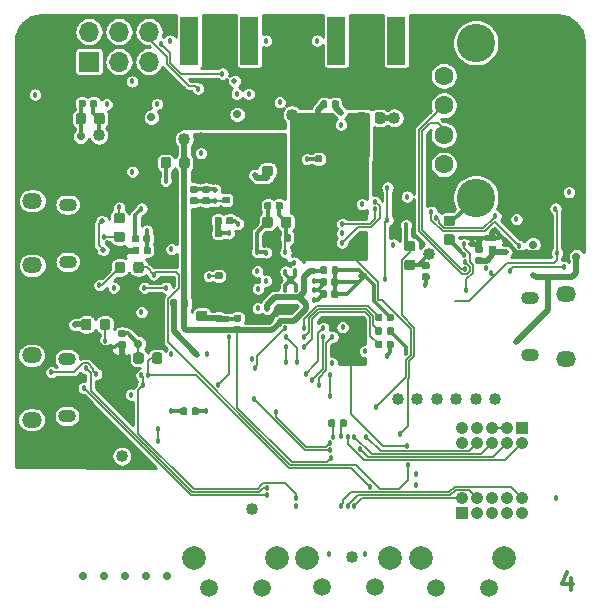
<source format=gbl>
G04 #@! TF.GenerationSoftware,KiCad,Pcbnew,(5.1.2-1)-1*
G04 #@! TF.CreationDate,2019-12-03T13:00:22-07:00*
G04 #@! TF.ProjectId,luna_rev0,6c756e61-5f72-4657-9630-2e6b69636164,rev?*
G04 #@! TF.SameCoordinates,Original*
G04 #@! TF.FileFunction,Copper,L4,Bot*
G04 #@! TF.FilePolarity,Positive*
%FSLAX46Y46*%
G04 Gerber Fmt 4.6, Leading zero omitted, Abs format (unit mm)*
G04 Created by KiCad (PCBNEW (5.1.2-1)-1) date 2019-12-03 13:00:22*
%MOMM*%
%LPD*%
G04 APERTURE LIST*
%ADD10C,0.300000*%
%ADD11O,1.500000X1.100000*%
%ADD12O,1.700000X1.350000*%
%ADD13R,1.700000X1.700000*%
%ADD14O,1.700000X1.700000*%
%ADD15C,0.100000*%
%ADD16C,0.875000*%
%ADD17C,0.590000*%
%ADD18C,1.600000*%
%ADD19C,3.250000*%
%ADD20R,1.066800X1.066800*%
%ADD21C,1.066800*%
%ADD22C,0.762000*%
%ADD23R,1.524000X4.064000*%
%ADD24C,1.500000*%
%ADD25C,2.000000*%
%ADD26C,0.457200*%
%ADD27C,1.016000*%
%ADD28C,0.711200*%
%ADD29C,0.508000*%
%ADD30C,0.304800*%
%ADD31C,0.203200*%
%ADD32C,0.508000*%
%ADD33C,0.127000*%
%ADD34C,0.152400*%
%ADD35C,0.254000*%
G04 APERTURE END LIST*
D10*
X139477714Y-114105571D02*
X139477714Y-115105571D01*
X139120571Y-113534142D02*
X138763428Y-114605571D01*
X139692000Y-114605571D01*
D11*
X136060500Y-95201000D03*
X136060500Y-90361000D03*
D12*
X139060500Y-95511000D03*
X139060500Y-90051000D03*
X93881000Y-87604500D03*
X93881000Y-82144500D03*
D11*
X96881000Y-87294500D03*
X96881000Y-82454500D03*
X96817500Y-95535500D03*
X96817500Y-100375500D03*
D12*
X93817500Y-95225500D03*
X93817500Y-100685500D03*
D13*
X98679000Y-70358000D03*
D14*
X98679000Y-67818000D03*
X101219000Y-70358000D03*
X101219000Y-67818000D03*
X103759000Y-70358000D03*
X103759000Y-67818000D03*
D15*
G36*
X114069691Y-80742053D02*
G01*
X114090926Y-80745203D01*
X114111750Y-80750419D01*
X114131962Y-80757651D01*
X114151368Y-80766830D01*
X114169781Y-80777866D01*
X114187024Y-80790654D01*
X114202930Y-80805070D01*
X114217346Y-80820976D01*
X114230134Y-80838219D01*
X114241170Y-80856632D01*
X114250349Y-80876038D01*
X114257581Y-80896250D01*
X114262797Y-80917074D01*
X114265947Y-80938309D01*
X114267000Y-80959750D01*
X114267000Y-81397250D01*
X114265947Y-81418691D01*
X114262797Y-81439926D01*
X114257581Y-81460750D01*
X114250349Y-81480962D01*
X114241170Y-81500368D01*
X114230134Y-81518781D01*
X114217346Y-81536024D01*
X114202930Y-81551930D01*
X114187024Y-81566346D01*
X114169781Y-81579134D01*
X114151368Y-81590170D01*
X114131962Y-81599349D01*
X114111750Y-81606581D01*
X114090926Y-81611797D01*
X114069691Y-81614947D01*
X114048250Y-81616000D01*
X113535750Y-81616000D01*
X113514309Y-81614947D01*
X113493074Y-81611797D01*
X113472250Y-81606581D01*
X113452038Y-81599349D01*
X113432632Y-81590170D01*
X113414219Y-81579134D01*
X113396976Y-81566346D01*
X113381070Y-81551930D01*
X113366654Y-81536024D01*
X113353866Y-81518781D01*
X113342830Y-81500368D01*
X113333651Y-81480962D01*
X113326419Y-81460750D01*
X113321203Y-81439926D01*
X113318053Y-81418691D01*
X113317000Y-81397250D01*
X113317000Y-80959750D01*
X113318053Y-80938309D01*
X113321203Y-80917074D01*
X113326419Y-80896250D01*
X113333651Y-80876038D01*
X113342830Y-80856632D01*
X113353866Y-80838219D01*
X113366654Y-80820976D01*
X113381070Y-80805070D01*
X113396976Y-80790654D01*
X113414219Y-80777866D01*
X113432632Y-80766830D01*
X113452038Y-80757651D01*
X113472250Y-80750419D01*
X113493074Y-80745203D01*
X113514309Y-80742053D01*
X113535750Y-80741000D01*
X114048250Y-80741000D01*
X114069691Y-80742053D01*
X114069691Y-80742053D01*
G37*
D16*
X113792000Y-81178500D03*
D15*
G36*
X114069691Y-79167053D02*
G01*
X114090926Y-79170203D01*
X114111750Y-79175419D01*
X114131962Y-79182651D01*
X114151368Y-79191830D01*
X114169781Y-79202866D01*
X114187024Y-79215654D01*
X114202930Y-79230070D01*
X114217346Y-79245976D01*
X114230134Y-79263219D01*
X114241170Y-79281632D01*
X114250349Y-79301038D01*
X114257581Y-79321250D01*
X114262797Y-79342074D01*
X114265947Y-79363309D01*
X114267000Y-79384750D01*
X114267000Y-79822250D01*
X114265947Y-79843691D01*
X114262797Y-79864926D01*
X114257581Y-79885750D01*
X114250349Y-79905962D01*
X114241170Y-79925368D01*
X114230134Y-79943781D01*
X114217346Y-79961024D01*
X114202930Y-79976930D01*
X114187024Y-79991346D01*
X114169781Y-80004134D01*
X114151368Y-80015170D01*
X114131962Y-80024349D01*
X114111750Y-80031581D01*
X114090926Y-80036797D01*
X114069691Y-80039947D01*
X114048250Y-80041000D01*
X113535750Y-80041000D01*
X113514309Y-80039947D01*
X113493074Y-80036797D01*
X113472250Y-80031581D01*
X113452038Y-80024349D01*
X113432632Y-80015170D01*
X113414219Y-80004134D01*
X113396976Y-79991346D01*
X113381070Y-79976930D01*
X113366654Y-79961024D01*
X113353866Y-79943781D01*
X113342830Y-79925368D01*
X113333651Y-79905962D01*
X113326419Y-79885750D01*
X113321203Y-79864926D01*
X113318053Y-79843691D01*
X113317000Y-79822250D01*
X113317000Y-79384750D01*
X113318053Y-79363309D01*
X113321203Y-79342074D01*
X113326419Y-79321250D01*
X113333651Y-79301038D01*
X113342830Y-79281632D01*
X113353866Y-79263219D01*
X113366654Y-79245976D01*
X113381070Y-79230070D01*
X113396976Y-79215654D01*
X113414219Y-79202866D01*
X113432632Y-79191830D01*
X113452038Y-79182651D01*
X113472250Y-79175419D01*
X113493074Y-79170203D01*
X113514309Y-79167053D01*
X113535750Y-79166000D01*
X114048250Y-79166000D01*
X114069691Y-79167053D01*
X114069691Y-79167053D01*
G37*
D16*
X113792000Y-79603500D03*
D15*
G36*
X108507091Y-91435453D02*
G01*
X108528326Y-91438603D01*
X108549150Y-91443819D01*
X108569362Y-91451051D01*
X108588768Y-91460230D01*
X108607181Y-91471266D01*
X108624424Y-91484054D01*
X108640330Y-91498470D01*
X108654746Y-91514376D01*
X108667534Y-91531619D01*
X108678570Y-91550032D01*
X108687749Y-91569438D01*
X108694981Y-91589650D01*
X108700197Y-91610474D01*
X108703347Y-91631709D01*
X108704400Y-91653150D01*
X108704400Y-92090650D01*
X108703347Y-92112091D01*
X108700197Y-92133326D01*
X108694981Y-92154150D01*
X108687749Y-92174362D01*
X108678570Y-92193768D01*
X108667534Y-92212181D01*
X108654746Y-92229424D01*
X108640330Y-92245330D01*
X108624424Y-92259746D01*
X108607181Y-92272534D01*
X108588768Y-92283570D01*
X108569362Y-92292749D01*
X108549150Y-92299981D01*
X108528326Y-92305197D01*
X108507091Y-92308347D01*
X108485650Y-92309400D01*
X107973150Y-92309400D01*
X107951709Y-92308347D01*
X107930474Y-92305197D01*
X107909650Y-92299981D01*
X107889438Y-92292749D01*
X107870032Y-92283570D01*
X107851619Y-92272534D01*
X107834376Y-92259746D01*
X107818470Y-92245330D01*
X107804054Y-92229424D01*
X107791266Y-92212181D01*
X107780230Y-92193768D01*
X107771051Y-92174362D01*
X107763819Y-92154150D01*
X107758603Y-92133326D01*
X107755453Y-92112091D01*
X107754400Y-92090650D01*
X107754400Y-91653150D01*
X107755453Y-91631709D01*
X107758603Y-91610474D01*
X107763819Y-91589650D01*
X107771051Y-91569438D01*
X107780230Y-91550032D01*
X107791266Y-91531619D01*
X107804054Y-91514376D01*
X107818470Y-91498470D01*
X107834376Y-91484054D01*
X107851619Y-91471266D01*
X107870032Y-91460230D01*
X107889438Y-91451051D01*
X107909650Y-91443819D01*
X107930474Y-91438603D01*
X107951709Y-91435453D01*
X107973150Y-91434400D01*
X108485650Y-91434400D01*
X108507091Y-91435453D01*
X108507091Y-91435453D01*
G37*
D16*
X108229400Y-91871900D03*
D15*
G36*
X108507091Y-89860453D02*
G01*
X108528326Y-89863603D01*
X108549150Y-89868819D01*
X108569362Y-89876051D01*
X108588768Y-89885230D01*
X108607181Y-89896266D01*
X108624424Y-89909054D01*
X108640330Y-89923470D01*
X108654746Y-89939376D01*
X108667534Y-89956619D01*
X108678570Y-89975032D01*
X108687749Y-89994438D01*
X108694981Y-90014650D01*
X108700197Y-90035474D01*
X108703347Y-90056709D01*
X108704400Y-90078150D01*
X108704400Y-90515650D01*
X108703347Y-90537091D01*
X108700197Y-90558326D01*
X108694981Y-90579150D01*
X108687749Y-90599362D01*
X108678570Y-90618768D01*
X108667534Y-90637181D01*
X108654746Y-90654424D01*
X108640330Y-90670330D01*
X108624424Y-90684746D01*
X108607181Y-90697534D01*
X108588768Y-90708570D01*
X108569362Y-90717749D01*
X108549150Y-90724981D01*
X108528326Y-90730197D01*
X108507091Y-90733347D01*
X108485650Y-90734400D01*
X107973150Y-90734400D01*
X107951709Y-90733347D01*
X107930474Y-90730197D01*
X107909650Y-90724981D01*
X107889438Y-90717749D01*
X107870032Y-90708570D01*
X107851619Y-90697534D01*
X107834376Y-90684746D01*
X107818470Y-90670330D01*
X107804054Y-90654424D01*
X107791266Y-90637181D01*
X107780230Y-90618768D01*
X107771051Y-90599362D01*
X107763819Y-90579150D01*
X107758603Y-90558326D01*
X107755453Y-90537091D01*
X107754400Y-90515650D01*
X107754400Y-90078150D01*
X107755453Y-90056709D01*
X107758603Y-90035474D01*
X107763819Y-90014650D01*
X107771051Y-89994438D01*
X107780230Y-89975032D01*
X107791266Y-89956619D01*
X107804054Y-89939376D01*
X107818470Y-89923470D01*
X107834376Y-89909054D01*
X107851619Y-89896266D01*
X107870032Y-89885230D01*
X107889438Y-89876051D01*
X107909650Y-89868819D01*
X107930474Y-89863603D01*
X107951709Y-89860453D01*
X107973150Y-89859400D01*
X108485650Y-89859400D01*
X108507091Y-89860453D01*
X108507091Y-89860453D01*
G37*
D16*
X108229400Y-90296900D03*
D15*
G36*
X99808191Y-74710053D02*
G01*
X99829426Y-74713203D01*
X99850250Y-74718419D01*
X99870462Y-74725651D01*
X99889868Y-74734830D01*
X99908281Y-74745866D01*
X99925524Y-74758654D01*
X99941430Y-74773070D01*
X99955846Y-74788976D01*
X99968634Y-74806219D01*
X99979670Y-74824632D01*
X99988849Y-74844038D01*
X99996081Y-74864250D01*
X100001297Y-74885074D01*
X100004447Y-74906309D01*
X100005500Y-74927750D01*
X100005500Y-75440250D01*
X100004447Y-75461691D01*
X100001297Y-75482926D01*
X99996081Y-75503750D01*
X99988849Y-75523962D01*
X99979670Y-75543368D01*
X99968634Y-75561781D01*
X99955846Y-75579024D01*
X99941430Y-75594930D01*
X99925524Y-75609346D01*
X99908281Y-75622134D01*
X99889868Y-75633170D01*
X99870462Y-75642349D01*
X99850250Y-75649581D01*
X99829426Y-75654797D01*
X99808191Y-75657947D01*
X99786750Y-75659000D01*
X99349250Y-75659000D01*
X99327809Y-75657947D01*
X99306574Y-75654797D01*
X99285750Y-75649581D01*
X99265538Y-75642349D01*
X99246132Y-75633170D01*
X99227719Y-75622134D01*
X99210476Y-75609346D01*
X99194570Y-75594930D01*
X99180154Y-75579024D01*
X99167366Y-75561781D01*
X99156330Y-75543368D01*
X99147151Y-75523962D01*
X99139919Y-75503750D01*
X99134703Y-75482926D01*
X99131553Y-75461691D01*
X99130500Y-75440250D01*
X99130500Y-74927750D01*
X99131553Y-74906309D01*
X99134703Y-74885074D01*
X99139919Y-74864250D01*
X99147151Y-74844038D01*
X99156330Y-74824632D01*
X99167366Y-74806219D01*
X99180154Y-74788976D01*
X99194570Y-74773070D01*
X99210476Y-74758654D01*
X99227719Y-74745866D01*
X99246132Y-74734830D01*
X99265538Y-74725651D01*
X99285750Y-74718419D01*
X99306574Y-74713203D01*
X99327809Y-74710053D01*
X99349250Y-74709000D01*
X99786750Y-74709000D01*
X99808191Y-74710053D01*
X99808191Y-74710053D01*
G37*
D16*
X99568000Y-75184000D03*
D15*
G36*
X98233191Y-74710053D02*
G01*
X98254426Y-74713203D01*
X98275250Y-74718419D01*
X98295462Y-74725651D01*
X98314868Y-74734830D01*
X98333281Y-74745866D01*
X98350524Y-74758654D01*
X98366430Y-74773070D01*
X98380846Y-74788976D01*
X98393634Y-74806219D01*
X98404670Y-74824632D01*
X98413849Y-74844038D01*
X98421081Y-74864250D01*
X98426297Y-74885074D01*
X98429447Y-74906309D01*
X98430500Y-74927750D01*
X98430500Y-75440250D01*
X98429447Y-75461691D01*
X98426297Y-75482926D01*
X98421081Y-75503750D01*
X98413849Y-75523962D01*
X98404670Y-75543368D01*
X98393634Y-75561781D01*
X98380846Y-75579024D01*
X98366430Y-75594930D01*
X98350524Y-75609346D01*
X98333281Y-75622134D01*
X98314868Y-75633170D01*
X98295462Y-75642349D01*
X98275250Y-75649581D01*
X98254426Y-75654797D01*
X98233191Y-75657947D01*
X98211750Y-75659000D01*
X97774250Y-75659000D01*
X97752809Y-75657947D01*
X97731574Y-75654797D01*
X97710750Y-75649581D01*
X97690538Y-75642349D01*
X97671132Y-75633170D01*
X97652719Y-75622134D01*
X97635476Y-75609346D01*
X97619570Y-75594930D01*
X97605154Y-75579024D01*
X97592366Y-75561781D01*
X97581330Y-75543368D01*
X97572151Y-75523962D01*
X97564919Y-75503750D01*
X97559703Y-75482926D01*
X97556553Y-75461691D01*
X97555500Y-75440250D01*
X97555500Y-74927750D01*
X97556553Y-74906309D01*
X97559703Y-74885074D01*
X97564919Y-74864250D01*
X97572151Y-74844038D01*
X97581330Y-74824632D01*
X97592366Y-74806219D01*
X97605154Y-74788976D01*
X97619570Y-74773070D01*
X97635476Y-74758654D01*
X97652719Y-74745866D01*
X97671132Y-74734830D01*
X97690538Y-74725651D01*
X97710750Y-74718419D01*
X97731574Y-74713203D01*
X97752809Y-74710053D01*
X97774250Y-74709000D01*
X98211750Y-74709000D01*
X98233191Y-74710053D01*
X98233191Y-74710053D01*
G37*
D16*
X97993000Y-75184000D03*
D15*
G36*
X115607191Y-83473053D02*
G01*
X115628426Y-83476203D01*
X115649250Y-83481419D01*
X115669462Y-83488651D01*
X115688868Y-83497830D01*
X115707281Y-83508866D01*
X115724524Y-83521654D01*
X115740430Y-83536070D01*
X115754846Y-83551976D01*
X115767634Y-83569219D01*
X115778670Y-83587632D01*
X115787849Y-83607038D01*
X115795081Y-83627250D01*
X115800297Y-83648074D01*
X115803447Y-83669309D01*
X115804500Y-83690750D01*
X115804500Y-84203250D01*
X115803447Y-84224691D01*
X115800297Y-84245926D01*
X115795081Y-84266750D01*
X115787849Y-84286962D01*
X115778670Y-84306368D01*
X115767634Y-84324781D01*
X115754846Y-84342024D01*
X115740430Y-84357930D01*
X115724524Y-84372346D01*
X115707281Y-84385134D01*
X115688868Y-84396170D01*
X115669462Y-84405349D01*
X115649250Y-84412581D01*
X115628426Y-84417797D01*
X115607191Y-84420947D01*
X115585750Y-84422000D01*
X115148250Y-84422000D01*
X115126809Y-84420947D01*
X115105574Y-84417797D01*
X115084750Y-84412581D01*
X115064538Y-84405349D01*
X115045132Y-84396170D01*
X115026719Y-84385134D01*
X115009476Y-84372346D01*
X114993570Y-84357930D01*
X114979154Y-84342024D01*
X114966366Y-84324781D01*
X114955330Y-84306368D01*
X114946151Y-84286962D01*
X114938919Y-84266750D01*
X114933703Y-84245926D01*
X114930553Y-84224691D01*
X114929500Y-84203250D01*
X114929500Y-83690750D01*
X114930553Y-83669309D01*
X114933703Y-83648074D01*
X114938919Y-83627250D01*
X114946151Y-83607038D01*
X114955330Y-83587632D01*
X114966366Y-83569219D01*
X114979154Y-83551976D01*
X114993570Y-83536070D01*
X115009476Y-83521654D01*
X115026719Y-83508866D01*
X115045132Y-83497830D01*
X115064538Y-83488651D01*
X115084750Y-83481419D01*
X115105574Y-83476203D01*
X115126809Y-83473053D01*
X115148250Y-83472000D01*
X115585750Y-83472000D01*
X115607191Y-83473053D01*
X115607191Y-83473053D01*
G37*
D16*
X115367000Y-83947000D03*
D15*
G36*
X114032191Y-83473053D02*
G01*
X114053426Y-83476203D01*
X114074250Y-83481419D01*
X114094462Y-83488651D01*
X114113868Y-83497830D01*
X114132281Y-83508866D01*
X114149524Y-83521654D01*
X114165430Y-83536070D01*
X114179846Y-83551976D01*
X114192634Y-83569219D01*
X114203670Y-83587632D01*
X114212849Y-83607038D01*
X114220081Y-83627250D01*
X114225297Y-83648074D01*
X114228447Y-83669309D01*
X114229500Y-83690750D01*
X114229500Y-84203250D01*
X114228447Y-84224691D01*
X114225297Y-84245926D01*
X114220081Y-84266750D01*
X114212849Y-84286962D01*
X114203670Y-84306368D01*
X114192634Y-84324781D01*
X114179846Y-84342024D01*
X114165430Y-84357930D01*
X114149524Y-84372346D01*
X114132281Y-84385134D01*
X114113868Y-84396170D01*
X114094462Y-84405349D01*
X114074250Y-84412581D01*
X114053426Y-84417797D01*
X114032191Y-84420947D01*
X114010750Y-84422000D01*
X113573250Y-84422000D01*
X113551809Y-84420947D01*
X113530574Y-84417797D01*
X113509750Y-84412581D01*
X113489538Y-84405349D01*
X113470132Y-84396170D01*
X113451719Y-84385134D01*
X113434476Y-84372346D01*
X113418570Y-84357930D01*
X113404154Y-84342024D01*
X113391366Y-84324781D01*
X113380330Y-84306368D01*
X113371151Y-84286962D01*
X113363919Y-84266750D01*
X113358703Y-84245926D01*
X113355553Y-84224691D01*
X113354500Y-84203250D01*
X113354500Y-83690750D01*
X113355553Y-83669309D01*
X113358703Y-83648074D01*
X113363919Y-83627250D01*
X113371151Y-83607038D01*
X113380330Y-83587632D01*
X113391366Y-83569219D01*
X113404154Y-83551976D01*
X113418570Y-83536070D01*
X113434476Y-83521654D01*
X113451719Y-83508866D01*
X113470132Y-83497830D01*
X113489538Y-83488651D01*
X113509750Y-83481419D01*
X113530574Y-83476203D01*
X113551809Y-83473053D01*
X113573250Y-83472000D01*
X114010750Y-83472000D01*
X114032191Y-83473053D01*
X114032191Y-83473053D01*
G37*
D16*
X113792000Y-83947000D03*
D15*
G36*
X110473758Y-80805510D02*
G01*
X110488076Y-80807634D01*
X110502117Y-80811151D01*
X110515746Y-80816028D01*
X110528831Y-80822217D01*
X110541247Y-80829658D01*
X110552873Y-80838281D01*
X110563598Y-80848002D01*
X110573319Y-80858727D01*
X110581942Y-80870353D01*
X110589383Y-80882769D01*
X110595572Y-80895854D01*
X110600449Y-80909483D01*
X110603966Y-80923524D01*
X110606090Y-80937842D01*
X110606800Y-80952300D01*
X110606800Y-81247300D01*
X110606090Y-81261758D01*
X110603966Y-81276076D01*
X110600449Y-81290117D01*
X110595572Y-81303746D01*
X110589383Y-81316831D01*
X110581942Y-81329247D01*
X110573319Y-81340873D01*
X110563598Y-81351598D01*
X110552873Y-81361319D01*
X110541247Y-81369942D01*
X110528831Y-81377383D01*
X110515746Y-81383572D01*
X110502117Y-81388449D01*
X110488076Y-81391966D01*
X110473758Y-81394090D01*
X110459300Y-81394800D01*
X110114300Y-81394800D01*
X110099842Y-81394090D01*
X110085524Y-81391966D01*
X110071483Y-81388449D01*
X110057854Y-81383572D01*
X110044769Y-81377383D01*
X110032353Y-81369942D01*
X110020727Y-81361319D01*
X110010002Y-81351598D01*
X110000281Y-81340873D01*
X109991658Y-81329247D01*
X109984217Y-81316831D01*
X109978028Y-81303746D01*
X109973151Y-81290117D01*
X109969634Y-81276076D01*
X109967510Y-81261758D01*
X109966800Y-81247300D01*
X109966800Y-80952300D01*
X109967510Y-80937842D01*
X109969634Y-80923524D01*
X109973151Y-80909483D01*
X109978028Y-80895854D01*
X109984217Y-80882769D01*
X109991658Y-80870353D01*
X110000281Y-80858727D01*
X110010002Y-80848002D01*
X110020727Y-80838281D01*
X110032353Y-80829658D01*
X110044769Y-80822217D01*
X110057854Y-80816028D01*
X110071483Y-80811151D01*
X110085524Y-80807634D01*
X110099842Y-80805510D01*
X110114300Y-80804800D01*
X110459300Y-80804800D01*
X110473758Y-80805510D01*
X110473758Y-80805510D01*
G37*
D17*
X110286800Y-81099800D03*
D15*
G36*
X110473758Y-81775510D02*
G01*
X110488076Y-81777634D01*
X110502117Y-81781151D01*
X110515746Y-81786028D01*
X110528831Y-81792217D01*
X110541247Y-81799658D01*
X110552873Y-81808281D01*
X110563598Y-81818002D01*
X110573319Y-81828727D01*
X110581942Y-81840353D01*
X110589383Y-81852769D01*
X110595572Y-81865854D01*
X110600449Y-81879483D01*
X110603966Y-81893524D01*
X110606090Y-81907842D01*
X110606800Y-81922300D01*
X110606800Y-82217300D01*
X110606090Y-82231758D01*
X110603966Y-82246076D01*
X110600449Y-82260117D01*
X110595572Y-82273746D01*
X110589383Y-82286831D01*
X110581942Y-82299247D01*
X110573319Y-82310873D01*
X110563598Y-82321598D01*
X110552873Y-82331319D01*
X110541247Y-82339942D01*
X110528831Y-82347383D01*
X110515746Y-82353572D01*
X110502117Y-82358449D01*
X110488076Y-82361966D01*
X110473758Y-82364090D01*
X110459300Y-82364800D01*
X110114300Y-82364800D01*
X110099842Y-82364090D01*
X110085524Y-82361966D01*
X110071483Y-82358449D01*
X110057854Y-82353572D01*
X110044769Y-82347383D01*
X110032353Y-82339942D01*
X110020727Y-82331319D01*
X110010002Y-82321598D01*
X110000281Y-82310873D01*
X109991658Y-82299247D01*
X109984217Y-82286831D01*
X109978028Y-82273746D01*
X109973151Y-82260117D01*
X109969634Y-82246076D01*
X109967510Y-82231758D01*
X109966800Y-82217300D01*
X109966800Y-81922300D01*
X109967510Y-81907842D01*
X109969634Y-81893524D01*
X109973151Y-81879483D01*
X109978028Y-81865854D01*
X109984217Y-81852769D01*
X109991658Y-81840353D01*
X110000281Y-81828727D01*
X110010002Y-81818002D01*
X110020727Y-81808281D01*
X110032353Y-81799658D01*
X110044769Y-81792217D01*
X110057854Y-81786028D01*
X110071483Y-81781151D01*
X110085524Y-81777634D01*
X110099842Y-81775510D01*
X110114300Y-81774800D01*
X110459300Y-81774800D01*
X110473758Y-81775510D01*
X110473758Y-81775510D01*
G37*
D17*
X110286800Y-82069800D03*
D15*
G36*
X120367458Y-100645710D02*
G01*
X120381776Y-100647834D01*
X120395817Y-100651351D01*
X120409446Y-100656228D01*
X120422531Y-100662417D01*
X120434947Y-100669858D01*
X120446573Y-100678481D01*
X120457298Y-100688202D01*
X120467019Y-100698927D01*
X120475642Y-100710553D01*
X120483083Y-100722969D01*
X120489272Y-100736054D01*
X120494149Y-100749683D01*
X120497666Y-100763724D01*
X120499790Y-100778042D01*
X120500500Y-100792500D01*
X120500500Y-101137500D01*
X120499790Y-101151958D01*
X120497666Y-101166276D01*
X120494149Y-101180317D01*
X120489272Y-101193946D01*
X120483083Y-101207031D01*
X120475642Y-101219447D01*
X120467019Y-101231073D01*
X120457298Y-101241798D01*
X120446573Y-101251519D01*
X120434947Y-101260142D01*
X120422531Y-101267583D01*
X120409446Y-101273772D01*
X120395817Y-101278649D01*
X120381776Y-101282166D01*
X120367458Y-101284290D01*
X120353000Y-101285000D01*
X120058000Y-101285000D01*
X120043542Y-101284290D01*
X120029224Y-101282166D01*
X120015183Y-101278649D01*
X120001554Y-101273772D01*
X119988469Y-101267583D01*
X119976053Y-101260142D01*
X119964427Y-101251519D01*
X119953702Y-101241798D01*
X119943981Y-101231073D01*
X119935358Y-101219447D01*
X119927917Y-101207031D01*
X119921728Y-101193946D01*
X119916851Y-101180317D01*
X119913334Y-101166276D01*
X119911210Y-101151958D01*
X119910500Y-101137500D01*
X119910500Y-100792500D01*
X119911210Y-100778042D01*
X119913334Y-100763724D01*
X119916851Y-100749683D01*
X119921728Y-100736054D01*
X119927917Y-100722969D01*
X119935358Y-100710553D01*
X119943981Y-100698927D01*
X119953702Y-100688202D01*
X119964427Y-100678481D01*
X119976053Y-100669858D01*
X119988469Y-100662417D01*
X120001554Y-100656228D01*
X120015183Y-100651351D01*
X120029224Y-100647834D01*
X120043542Y-100645710D01*
X120058000Y-100645000D01*
X120353000Y-100645000D01*
X120367458Y-100645710D01*
X120367458Y-100645710D01*
G37*
D17*
X120205500Y-100965000D03*
D15*
G36*
X119397458Y-100645710D02*
G01*
X119411776Y-100647834D01*
X119425817Y-100651351D01*
X119439446Y-100656228D01*
X119452531Y-100662417D01*
X119464947Y-100669858D01*
X119476573Y-100678481D01*
X119487298Y-100688202D01*
X119497019Y-100698927D01*
X119505642Y-100710553D01*
X119513083Y-100722969D01*
X119519272Y-100736054D01*
X119524149Y-100749683D01*
X119527666Y-100763724D01*
X119529790Y-100778042D01*
X119530500Y-100792500D01*
X119530500Y-101137500D01*
X119529790Y-101151958D01*
X119527666Y-101166276D01*
X119524149Y-101180317D01*
X119519272Y-101193946D01*
X119513083Y-101207031D01*
X119505642Y-101219447D01*
X119497019Y-101231073D01*
X119487298Y-101241798D01*
X119476573Y-101251519D01*
X119464947Y-101260142D01*
X119452531Y-101267583D01*
X119439446Y-101273772D01*
X119425817Y-101278649D01*
X119411776Y-101282166D01*
X119397458Y-101284290D01*
X119383000Y-101285000D01*
X119088000Y-101285000D01*
X119073542Y-101284290D01*
X119059224Y-101282166D01*
X119045183Y-101278649D01*
X119031554Y-101273772D01*
X119018469Y-101267583D01*
X119006053Y-101260142D01*
X118994427Y-101251519D01*
X118983702Y-101241798D01*
X118973981Y-101231073D01*
X118965358Y-101219447D01*
X118957917Y-101207031D01*
X118951728Y-101193946D01*
X118946851Y-101180317D01*
X118943334Y-101166276D01*
X118941210Y-101151958D01*
X118940500Y-101137500D01*
X118940500Y-100792500D01*
X118941210Y-100778042D01*
X118943334Y-100763724D01*
X118946851Y-100749683D01*
X118951728Y-100736054D01*
X118957917Y-100722969D01*
X118965358Y-100710553D01*
X118973981Y-100698927D01*
X118983702Y-100688202D01*
X118994427Y-100678481D01*
X119006053Y-100669858D01*
X119018469Y-100662417D01*
X119031554Y-100656228D01*
X119045183Y-100651351D01*
X119059224Y-100647834D01*
X119073542Y-100645710D01*
X119088000Y-100645000D01*
X119383000Y-100645000D01*
X119397458Y-100645710D01*
X119397458Y-100645710D01*
G37*
D17*
X119235500Y-100965000D03*
D15*
G36*
X115939958Y-88517210D02*
G01*
X115954276Y-88519334D01*
X115968317Y-88522851D01*
X115981946Y-88527728D01*
X115995031Y-88533917D01*
X116007447Y-88541358D01*
X116019073Y-88549981D01*
X116029798Y-88559702D01*
X116039519Y-88570427D01*
X116048142Y-88582053D01*
X116055583Y-88594469D01*
X116061772Y-88607554D01*
X116066649Y-88621183D01*
X116070166Y-88635224D01*
X116072290Y-88649542D01*
X116073000Y-88664000D01*
X116073000Y-89009000D01*
X116072290Y-89023458D01*
X116070166Y-89037776D01*
X116066649Y-89051817D01*
X116061772Y-89065446D01*
X116055583Y-89078531D01*
X116048142Y-89090947D01*
X116039519Y-89102573D01*
X116029798Y-89113298D01*
X116019073Y-89123019D01*
X116007447Y-89131642D01*
X115995031Y-89139083D01*
X115981946Y-89145272D01*
X115968317Y-89150149D01*
X115954276Y-89153666D01*
X115939958Y-89155790D01*
X115925500Y-89156500D01*
X115630500Y-89156500D01*
X115616042Y-89155790D01*
X115601724Y-89153666D01*
X115587683Y-89150149D01*
X115574054Y-89145272D01*
X115560969Y-89139083D01*
X115548553Y-89131642D01*
X115536927Y-89123019D01*
X115526202Y-89113298D01*
X115516481Y-89102573D01*
X115507858Y-89090947D01*
X115500417Y-89078531D01*
X115494228Y-89065446D01*
X115489351Y-89051817D01*
X115485834Y-89037776D01*
X115483710Y-89023458D01*
X115483000Y-89009000D01*
X115483000Y-88664000D01*
X115483710Y-88649542D01*
X115485834Y-88635224D01*
X115489351Y-88621183D01*
X115494228Y-88607554D01*
X115500417Y-88594469D01*
X115507858Y-88582053D01*
X115516481Y-88570427D01*
X115526202Y-88559702D01*
X115536927Y-88549981D01*
X115548553Y-88541358D01*
X115560969Y-88533917D01*
X115574054Y-88527728D01*
X115587683Y-88522851D01*
X115601724Y-88519334D01*
X115616042Y-88517210D01*
X115630500Y-88516500D01*
X115925500Y-88516500D01*
X115939958Y-88517210D01*
X115939958Y-88517210D01*
G37*
D17*
X115778000Y-88836500D03*
D15*
G36*
X114969958Y-88517210D02*
G01*
X114984276Y-88519334D01*
X114998317Y-88522851D01*
X115011946Y-88527728D01*
X115025031Y-88533917D01*
X115037447Y-88541358D01*
X115049073Y-88549981D01*
X115059798Y-88559702D01*
X115069519Y-88570427D01*
X115078142Y-88582053D01*
X115085583Y-88594469D01*
X115091772Y-88607554D01*
X115096649Y-88621183D01*
X115100166Y-88635224D01*
X115102290Y-88649542D01*
X115103000Y-88664000D01*
X115103000Y-89009000D01*
X115102290Y-89023458D01*
X115100166Y-89037776D01*
X115096649Y-89051817D01*
X115091772Y-89065446D01*
X115085583Y-89078531D01*
X115078142Y-89090947D01*
X115069519Y-89102573D01*
X115059798Y-89113298D01*
X115049073Y-89123019D01*
X115037447Y-89131642D01*
X115025031Y-89139083D01*
X115011946Y-89145272D01*
X114998317Y-89150149D01*
X114984276Y-89153666D01*
X114969958Y-89155790D01*
X114955500Y-89156500D01*
X114660500Y-89156500D01*
X114646042Y-89155790D01*
X114631724Y-89153666D01*
X114617683Y-89150149D01*
X114604054Y-89145272D01*
X114590969Y-89139083D01*
X114578553Y-89131642D01*
X114566927Y-89123019D01*
X114556202Y-89113298D01*
X114546481Y-89102573D01*
X114537858Y-89090947D01*
X114530417Y-89078531D01*
X114524228Y-89065446D01*
X114519351Y-89051817D01*
X114515834Y-89037776D01*
X114513710Y-89023458D01*
X114513000Y-89009000D01*
X114513000Y-88664000D01*
X114513710Y-88649542D01*
X114515834Y-88635224D01*
X114519351Y-88621183D01*
X114524228Y-88607554D01*
X114530417Y-88594469D01*
X114537858Y-88582053D01*
X114546481Y-88570427D01*
X114556202Y-88559702D01*
X114566927Y-88549981D01*
X114578553Y-88541358D01*
X114590969Y-88533917D01*
X114604054Y-88527728D01*
X114617683Y-88522851D01*
X114631724Y-88519334D01*
X114646042Y-88517210D01*
X114660500Y-88516500D01*
X114955500Y-88516500D01*
X114969958Y-88517210D01*
X114969958Y-88517210D01*
G37*
D17*
X114808000Y-88836500D03*
D15*
G36*
X98251958Y-73594710D02*
G01*
X98266276Y-73596834D01*
X98280317Y-73600351D01*
X98293946Y-73605228D01*
X98307031Y-73611417D01*
X98319447Y-73618858D01*
X98331073Y-73627481D01*
X98341798Y-73637202D01*
X98351519Y-73647927D01*
X98360142Y-73659553D01*
X98367583Y-73671969D01*
X98373772Y-73685054D01*
X98378649Y-73698683D01*
X98382166Y-73712724D01*
X98384290Y-73727042D01*
X98385000Y-73741500D01*
X98385000Y-74086500D01*
X98384290Y-74100958D01*
X98382166Y-74115276D01*
X98378649Y-74129317D01*
X98373772Y-74142946D01*
X98367583Y-74156031D01*
X98360142Y-74168447D01*
X98351519Y-74180073D01*
X98341798Y-74190798D01*
X98331073Y-74200519D01*
X98319447Y-74209142D01*
X98307031Y-74216583D01*
X98293946Y-74222772D01*
X98280317Y-74227649D01*
X98266276Y-74231166D01*
X98251958Y-74233290D01*
X98237500Y-74234000D01*
X97942500Y-74234000D01*
X97928042Y-74233290D01*
X97913724Y-74231166D01*
X97899683Y-74227649D01*
X97886054Y-74222772D01*
X97872969Y-74216583D01*
X97860553Y-74209142D01*
X97848927Y-74200519D01*
X97838202Y-74190798D01*
X97828481Y-74180073D01*
X97819858Y-74168447D01*
X97812417Y-74156031D01*
X97806228Y-74142946D01*
X97801351Y-74129317D01*
X97797834Y-74115276D01*
X97795710Y-74100958D01*
X97795000Y-74086500D01*
X97795000Y-73741500D01*
X97795710Y-73727042D01*
X97797834Y-73712724D01*
X97801351Y-73698683D01*
X97806228Y-73685054D01*
X97812417Y-73671969D01*
X97819858Y-73659553D01*
X97828481Y-73647927D01*
X97838202Y-73637202D01*
X97848927Y-73627481D01*
X97860553Y-73618858D01*
X97872969Y-73611417D01*
X97886054Y-73605228D01*
X97899683Y-73600351D01*
X97913724Y-73596834D01*
X97928042Y-73594710D01*
X97942500Y-73594000D01*
X98237500Y-73594000D01*
X98251958Y-73594710D01*
X98251958Y-73594710D01*
G37*
D17*
X98090000Y-73914000D03*
D15*
G36*
X99221958Y-73594710D02*
G01*
X99236276Y-73596834D01*
X99250317Y-73600351D01*
X99263946Y-73605228D01*
X99277031Y-73611417D01*
X99289447Y-73618858D01*
X99301073Y-73627481D01*
X99311798Y-73637202D01*
X99321519Y-73647927D01*
X99330142Y-73659553D01*
X99337583Y-73671969D01*
X99343772Y-73685054D01*
X99348649Y-73698683D01*
X99352166Y-73712724D01*
X99354290Y-73727042D01*
X99355000Y-73741500D01*
X99355000Y-74086500D01*
X99354290Y-74100958D01*
X99352166Y-74115276D01*
X99348649Y-74129317D01*
X99343772Y-74142946D01*
X99337583Y-74156031D01*
X99330142Y-74168447D01*
X99321519Y-74180073D01*
X99311798Y-74190798D01*
X99301073Y-74200519D01*
X99289447Y-74209142D01*
X99277031Y-74216583D01*
X99263946Y-74222772D01*
X99250317Y-74227649D01*
X99236276Y-74231166D01*
X99221958Y-74233290D01*
X99207500Y-74234000D01*
X98912500Y-74234000D01*
X98898042Y-74233290D01*
X98883724Y-74231166D01*
X98869683Y-74227649D01*
X98856054Y-74222772D01*
X98842969Y-74216583D01*
X98830553Y-74209142D01*
X98818927Y-74200519D01*
X98808202Y-74190798D01*
X98798481Y-74180073D01*
X98789858Y-74168447D01*
X98782417Y-74156031D01*
X98776228Y-74142946D01*
X98771351Y-74129317D01*
X98767834Y-74115276D01*
X98765710Y-74100958D01*
X98765000Y-74086500D01*
X98765000Y-73741500D01*
X98765710Y-73727042D01*
X98767834Y-73712724D01*
X98771351Y-73698683D01*
X98776228Y-73685054D01*
X98782417Y-73671969D01*
X98789858Y-73659553D01*
X98798481Y-73647927D01*
X98808202Y-73637202D01*
X98818927Y-73627481D01*
X98830553Y-73618858D01*
X98842969Y-73611417D01*
X98856054Y-73605228D01*
X98869683Y-73600351D01*
X98883724Y-73596834D01*
X98898042Y-73594710D01*
X98912500Y-73594000D01*
X99207500Y-73594000D01*
X99221958Y-73594710D01*
X99221958Y-73594710D01*
G37*
D17*
X99060000Y-73914000D03*
D15*
G36*
X114675458Y-84961210D02*
G01*
X114689776Y-84963334D01*
X114703817Y-84966851D01*
X114717446Y-84971728D01*
X114730531Y-84977917D01*
X114742947Y-84985358D01*
X114754573Y-84993981D01*
X114765298Y-85003702D01*
X114775019Y-85014427D01*
X114783642Y-85026053D01*
X114791083Y-85038469D01*
X114797272Y-85051554D01*
X114802149Y-85065183D01*
X114805666Y-85079224D01*
X114807790Y-85093542D01*
X114808500Y-85108000D01*
X114808500Y-85453000D01*
X114807790Y-85467458D01*
X114805666Y-85481776D01*
X114802149Y-85495817D01*
X114797272Y-85509446D01*
X114791083Y-85522531D01*
X114783642Y-85534947D01*
X114775019Y-85546573D01*
X114765298Y-85557298D01*
X114754573Y-85567019D01*
X114742947Y-85575642D01*
X114730531Y-85583083D01*
X114717446Y-85589272D01*
X114703817Y-85594149D01*
X114689776Y-85597666D01*
X114675458Y-85599790D01*
X114661000Y-85600500D01*
X114366000Y-85600500D01*
X114351542Y-85599790D01*
X114337224Y-85597666D01*
X114323183Y-85594149D01*
X114309554Y-85589272D01*
X114296469Y-85583083D01*
X114284053Y-85575642D01*
X114272427Y-85567019D01*
X114261702Y-85557298D01*
X114251981Y-85546573D01*
X114243358Y-85534947D01*
X114235917Y-85522531D01*
X114229728Y-85509446D01*
X114224851Y-85495817D01*
X114221334Y-85481776D01*
X114219210Y-85467458D01*
X114218500Y-85453000D01*
X114218500Y-85108000D01*
X114219210Y-85093542D01*
X114221334Y-85079224D01*
X114224851Y-85065183D01*
X114229728Y-85051554D01*
X114235917Y-85038469D01*
X114243358Y-85026053D01*
X114251981Y-85014427D01*
X114261702Y-85003702D01*
X114272427Y-84993981D01*
X114284053Y-84985358D01*
X114296469Y-84977917D01*
X114309554Y-84971728D01*
X114323183Y-84966851D01*
X114337224Y-84963334D01*
X114351542Y-84961210D01*
X114366000Y-84960500D01*
X114661000Y-84960500D01*
X114675458Y-84961210D01*
X114675458Y-84961210D01*
G37*
D17*
X114513500Y-85280500D03*
D15*
G36*
X115645458Y-84961210D02*
G01*
X115659776Y-84963334D01*
X115673817Y-84966851D01*
X115687446Y-84971728D01*
X115700531Y-84977917D01*
X115712947Y-84985358D01*
X115724573Y-84993981D01*
X115735298Y-85003702D01*
X115745019Y-85014427D01*
X115753642Y-85026053D01*
X115761083Y-85038469D01*
X115767272Y-85051554D01*
X115772149Y-85065183D01*
X115775666Y-85079224D01*
X115777790Y-85093542D01*
X115778500Y-85108000D01*
X115778500Y-85453000D01*
X115777790Y-85467458D01*
X115775666Y-85481776D01*
X115772149Y-85495817D01*
X115767272Y-85509446D01*
X115761083Y-85522531D01*
X115753642Y-85534947D01*
X115745019Y-85546573D01*
X115735298Y-85557298D01*
X115724573Y-85567019D01*
X115712947Y-85575642D01*
X115700531Y-85583083D01*
X115687446Y-85589272D01*
X115673817Y-85594149D01*
X115659776Y-85597666D01*
X115645458Y-85599790D01*
X115631000Y-85600500D01*
X115336000Y-85600500D01*
X115321542Y-85599790D01*
X115307224Y-85597666D01*
X115293183Y-85594149D01*
X115279554Y-85589272D01*
X115266469Y-85583083D01*
X115254053Y-85575642D01*
X115242427Y-85567019D01*
X115231702Y-85557298D01*
X115221981Y-85546573D01*
X115213358Y-85534947D01*
X115205917Y-85522531D01*
X115199728Y-85509446D01*
X115194851Y-85495817D01*
X115191334Y-85481776D01*
X115189210Y-85467458D01*
X115188500Y-85453000D01*
X115188500Y-85108000D01*
X115189210Y-85093542D01*
X115191334Y-85079224D01*
X115194851Y-85065183D01*
X115199728Y-85051554D01*
X115205917Y-85038469D01*
X115213358Y-85026053D01*
X115221981Y-85014427D01*
X115231702Y-85003702D01*
X115242427Y-84993981D01*
X115254053Y-84985358D01*
X115266469Y-84977917D01*
X115279554Y-84971728D01*
X115293183Y-84966851D01*
X115307224Y-84963334D01*
X115321542Y-84961210D01*
X115336000Y-84960500D01*
X115631000Y-84960500D01*
X115645458Y-84961210D01*
X115645458Y-84961210D01*
G37*
D17*
X115483500Y-85280500D03*
D15*
G36*
X113976958Y-82230710D02*
G01*
X113991276Y-82232834D01*
X114005317Y-82236351D01*
X114018946Y-82241228D01*
X114032031Y-82247417D01*
X114044447Y-82254858D01*
X114056073Y-82263481D01*
X114066798Y-82273202D01*
X114076519Y-82283927D01*
X114085142Y-82295553D01*
X114092583Y-82307969D01*
X114098772Y-82321054D01*
X114103649Y-82334683D01*
X114107166Y-82348724D01*
X114109290Y-82363042D01*
X114110000Y-82377500D01*
X114110000Y-82722500D01*
X114109290Y-82736958D01*
X114107166Y-82751276D01*
X114103649Y-82765317D01*
X114098772Y-82778946D01*
X114092583Y-82792031D01*
X114085142Y-82804447D01*
X114076519Y-82816073D01*
X114066798Y-82826798D01*
X114056073Y-82836519D01*
X114044447Y-82845142D01*
X114032031Y-82852583D01*
X114018946Y-82858772D01*
X114005317Y-82863649D01*
X113991276Y-82867166D01*
X113976958Y-82869290D01*
X113962500Y-82870000D01*
X113667500Y-82870000D01*
X113653042Y-82869290D01*
X113638724Y-82867166D01*
X113624683Y-82863649D01*
X113611054Y-82858772D01*
X113597969Y-82852583D01*
X113585553Y-82845142D01*
X113573927Y-82836519D01*
X113563202Y-82826798D01*
X113553481Y-82816073D01*
X113544858Y-82804447D01*
X113537417Y-82792031D01*
X113531228Y-82778946D01*
X113526351Y-82765317D01*
X113522834Y-82751276D01*
X113520710Y-82736958D01*
X113520000Y-82722500D01*
X113520000Y-82377500D01*
X113520710Y-82363042D01*
X113522834Y-82348724D01*
X113526351Y-82334683D01*
X113531228Y-82321054D01*
X113537417Y-82307969D01*
X113544858Y-82295553D01*
X113553481Y-82283927D01*
X113563202Y-82273202D01*
X113573927Y-82263481D01*
X113585553Y-82254858D01*
X113597969Y-82247417D01*
X113611054Y-82241228D01*
X113624683Y-82236351D01*
X113638724Y-82232834D01*
X113653042Y-82230710D01*
X113667500Y-82230000D01*
X113962500Y-82230000D01*
X113976958Y-82230710D01*
X113976958Y-82230710D01*
G37*
D17*
X113815000Y-82550000D03*
D15*
G36*
X114946958Y-82230710D02*
G01*
X114961276Y-82232834D01*
X114975317Y-82236351D01*
X114988946Y-82241228D01*
X115002031Y-82247417D01*
X115014447Y-82254858D01*
X115026073Y-82263481D01*
X115036798Y-82273202D01*
X115046519Y-82283927D01*
X115055142Y-82295553D01*
X115062583Y-82307969D01*
X115068772Y-82321054D01*
X115073649Y-82334683D01*
X115077166Y-82348724D01*
X115079290Y-82363042D01*
X115080000Y-82377500D01*
X115080000Y-82722500D01*
X115079290Y-82736958D01*
X115077166Y-82751276D01*
X115073649Y-82765317D01*
X115068772Y-82778946D01*
X115062583Y-82792031D01*
X115055142Y-82804447D01*
X115046519Y-82816073D01*
X115036798Y-82826798D01*
X115026073Y-82836519D01*
X115014447Y-82845142D01*
X115002031Y-82852583D01*
X114988946Y-82858772D01*
X114975317Y-82863649D01*
X114961276Y-82867166D01*
X114946958Y-82869290D01*
X114932500Y-82870000D01*
X114637500Y-82870000D01*
X114623042Y-82869290D01*
X114608724Y-82867166D01*
X114594683Y-82863649D01*
X114581054Y-82858772D01*
X114567969Y-82852583D01*
X114555553Y-82845142D01*
X114543927Y-82836519D01*
X114533202Y-82826798D01*
X114523481Y-82816073D01*
X114514858Y-82804447D01*
X114507417Y-82792031D01*
X114501228Y-82778946D01*
X114496351Y-82765317D01*
X114492834Y-82751276D01*
X114490710Y-82736958D01*
X114490000Y-82722500D01*
X114490000Y-82377500D01*
X114490710Y-82363042D01*
X114492834Y-82348724D01*
X114496351Y-82334683D01*
X114501228Y-82321054D01*
X114507417Y-82307969D01*
X114514858Y-82295553D01*
X114523481Y-82283927D01*
X114533202Y-82273202D01*
X114543927Y-82263481D01*
X114555553Y-82254858D01*
X114567969Y-82247417D01*
X114581054Y-82241228D01*
X114594683Y-82236351D01*
X114608724Y-82232834D01*
X114623042Y-82230710D01*
X114637500Y-82230000D01*
X114932500Y-82230000D01*
X114946958Y-82230710D01*
X114946958Y-82230710D01*
G37*
D17*
X114785000Y-82550000D03*
D15*
G36*
X109851458Y-84605210D02*
G01*
X109865776Y-84607334D01*
X109879817Y-84610851D01*
X109893446Y-84615728D01*
X109906531Y-84621917D01*
X109918947Y-84629358D01*
X109930573Y-84637981D01*
X109941298Y-84647702D01*
X109951019Y-84658427D01*
X109959642Y-84670053D01*
X109967083Y-84682469D01*
X109973272Y-84695554D01*
X109978149Y-84709183D01*
X109981666Y-84723224D01*
X109983790Y-84737542D01*
X109984500Y-84752000D01*
X109984500Y-85047000D01*
X109983790Y-85061458D01*
X109981666Y-85075776D01*
X109978149Y-85089817D01*
X109973272Y-85103446D01*
X109967083Y-85116531D01*
X109959642Y-85128947D01*
X109951019Y-85140573D01*
X109941298Y-85151298D01*
X109930573Y-85161019D01*
X109918947Y-85169642D01*
X109906531Y-85177083D01*
X109893446Y-85183272D01*
X109879817Y-85188149D01*
X109865776Y-85191666D01*
X109851458Y-85193790D01*
X109837000Y-85194500D01*
X109492000Y-85194500D01*
X109477542Y-85193790D01*
X109463224Y-85191666D01*
X109449183Y-85188149D01*
X109435554Y-85183272D01*
X109422469Y-85177083D01*
X109410053Y-85169642D01*
X109398427Y-85161019D01*
X109387702Y-85151298D01*
X109377981Y-85140573D01*
X109369358Y-85128947D01*
X109361917Y-85116531D01*
X109355728Y-85103446D01*
X109350851Y-85089817D01*
X109347334Y-85075776D01*
X109345210Y-85061458D01*
X109344500Y-85047000D01*
X109344500Y-84752000D01*
X109345210Y-84737542D01*
X109347334Y-84723224D01*
X109350851Y-84709183D01*
X109355728Y-84695554D01*
X109361917Y-84682469D01*
X109369358Y-84670053D01*
X109377981Y-84658427D01*
X109387702Y-84647702D01*
X109398427Y-84637981D01*
X109410053Y-84629358D01*
X109422469Y-84621917D01*
X109435554Y-84615728D01*
X109449183Y-84610851D01*
X109463224Y-84607334D01*
X109477542Y-84605210D01*
X109492000Y-84604500D01*
X109837000Y-84604500D01*
X109851458Y-84605210D01*
X109851458Y-84605210D01*
G37*
D17*
X109664500Y-84899500D03*
D15*
G36*
X109851458Y-85575210D02*
G01*
X109865776Y-85577334D01*
X109879817Y-85580851D01*
X109893446Y-85585728D01*
X109906531Y-85591917D01*
X109918947Y-85599358D01*
X109930573Y-85607981D01*
X109941298Y-85617702D01*
X109951019Y-85628427D01*
X109959642Y-85640053D01*
X109967083Y-85652469D01*
X109973272Y-85665554D01*
X109978149Y-85679183D01*
X109981666Y-85693224D01*
X109983790Y-85707542D01*
X109984500Y-85722000D01*
X109984500Y-86017000D01*
X109983790Y-86031458D01*
X109981666Y-86045776D01*
X109978149Y-86059817D01*
X109973272Y-86073446D01*
X109967083Y-86086531D01*
X109959642Y-86098947D01*
X109951019Y-86110573D01*
X109941298Y-86121298D01*
X109930573Y-86131019D01*
X109918947Y-86139642D01*
X109906531Y-86147083D01*
X109893446Y-86153272D01*
X109879817Y-86158149D01*
X109865776Y-86161666D01*
X109851458Y-86163790D01*
X109837000Y-86164500D01*
X109492000Y-86164500D01*
X109477542Y-86163790D01*
X109463224Y-86161666D01*
X109449183Y-86158149D01*
X109435554Y-86153272D01*
X109422469Y-86147083D01*
X109410053Y-86139642D01*
X109398427Y-86131019D01*
X109387702Y-86121298D01*
X109377981Y-86110573D01*
X109369358Y-86098947D01*
X109361917Y-86086531D01*
X109355728Y-86073446D01*
X109350851Y-86059817D01*
X109347334Y-86045776D01*
X109345210Y-86031458D01*
X109344500Y-86017000D01*
X109344500Y-85722000D01*
X109345210Y-85707542D01*
X109347334Y-85693224D01*
X109350851Y-85679183D01*
X109355728Y-85665554D01*
X109361917Y-85652469D01*
X109369358Y-85640053D01*
X109377981Y-85628427D01*
X109387702Y-85617702D01*
X109398427Y-85607981D01*
X109410053Y-85599358D01*
X109422469Y-85591917D01*
X109435554Y-85585728D01*
X109449183Y-85580851D01*
X109463224Y-85577334D01*
X109477542Y-85575210D01*
X109492000Y-85574500D01*
X109837000Y-85574500D01*
X109851458Y-85575210D01*
X109851458Y-85575210D01*
G37*
D17*
X109664500Y-85869500D03*
D15*
G36*
X109864158Y-88194510D02*
G01*
X109878476Y-88196634D01*
X109892517Y-88200151D01*
X109906146Y-88205028D01*
X109919231Y-88211217D01*
X109931647Y-88218658D01*
X109943273Y-88227281D01*
X109953998Y-88237002D01*
X109963719Y-88247727D01*
X109972342Y-88259353D01*
X109979783Y-88271769D01*
X109985972Y-88284854D01*
X109990849Y-88298483D01*
X109994366Y-88312524D01*
X109996490Y-88326842D01*
X109997200Y-88341300D01*
X109997200Y-88636300D01*
X109996490Y-88650758D01*
X109994366Y-88665076D01*
X109990849Y-88679117D01*
X109985972Y-88692746D01*
X109979783Y-88705831D01*
X109972342Y-88718247D01*
X109963719Y-88729873D01*
X109953998Y-88740598D01*
X109943273Y-88750319D01*
X109931647Y-88758942D01*
X109919231Y-88766383D01*
X109906146Y-88772572D01*
X109892517Y-88777449D01*
X109878476Y-88780966D01*
X109864158Y-88783090D01*
X109849700Y-88783800D01*
X109504700Y-88783800D01*
X109490242Y-88783090D01*
X109475924Y-88780966D01*
X109461883Y-88777449D01*
X109448254Y-88772572D01*
X109435169Y-88766383D01*
X109422753Y-88758942D01*
X109411127Y-88750319D01*
X109400402Y-88740598D01*
X109390681Y-88729873D01*
X109382058Y-88718247D01*
X109374617Y-88705831D01*
X109368428Y-88692746D01*
X109363551Y-88679117D01*
X109360034Y-88665076D01*
X109357910Y-88650758D01*
X109357200Y-88636300D01*
X109357200Y-88341300D01*
X109357910Y-88326842D01*
X109360034Y-88312524D01*
X109363551Y-88298483D01*
X109368428Y-88284854D01*
X109374617Y-88271769D01*
X109382058Y-88259353D01*
X109390681Y-88247727D01*
X109400402Y-88237002D01*
X109411127Y-88227281D01*
X109422753Y-88218658D01*
X109435169Y-88211217D01*
X109448254Y-88205028D01*
X109461883Y-88200151D01*
X109475924Y-88196634D01*
X109490242Y-88194510D01*
X109504700Y-88193800D01*
X109849700Y-88193800D01*
X109864158Y-88194510D01*
X109864158Y-88194510D01*
G37*
D17*
X109677200Y-88488800D03*
D15*
G36*
X109864158Y-89164510D02*
G01*
X109878476Y-89166634D01*
X109892517Y-89170151D01*
X109906146Y-89175028D01*
X109919231Y-89181217D01*
X109931647Y-89188658D01*
X109943273Y-89197281D01*
X109953998Y-89207002D01*
X109963719Y-89217727D01*
X109972342Y-89229353D01*
X109979783Y-89241769D01*
X109985972Y-89254854D01*
X109990849Y-89268483D01*
X109994366Y-89282524D01*
X109996490Y-89296842D01*
X109997200Y-89311300D01*
X109997200Y-89606300D01*
X109996490Y-89620758D01*
X109994366Y-89635076D01*
X109990849Y-89649117D01*
X109985972Y-89662746D01*
X109979783Y-89675831D01*
X109972342Y-89688247D01*
X109963719Y-89699873D01*
X109953998Y-89710598D01*
X109943273Y-89720319D01*
X109931647Y-89728942D01*
X109919231Y-89736383D01*
X109906146Y-89742572D01*
X109892517Y-89747449D01*
X109878476Y-89750966D01*
X109864158Y-89753090D01*
X109849700Y-89753800D01*
X109504700Y-89753800D01*
X109490242Y-89753090D01*
X109475924Y-89750966D01*
X109461883Y-89747449D01*
X109448254Y-89742572D01*
X109435169Y-89736383D01*
X109422753Y-89728942D01*
X109411127Y-89720319D01*
X109400402Y-89710598D01*
X109390681Y-89699873D01*
X109382058Y-89688247D01*
X109374617Y-89675831D01*
X109368428Y-89662746D01*
X109363551Y-89649117D01*
X109360034Y-89635076D01*
X109357910Y-89620758D01*
X109357200Y-89606300D01*
X109357200Y-89311300D01*
X109357910Y-89296842D01*
X109360034Y-89282524D01*
X109363551Y-89268483D01*
X109368428Y-89254854D01*
X109374617Y-89241769D01*
X109382058Y-89229353D01*
X109390681Y-89217727D01*
X109400402Y-89207002D01*
X109411127Y-89197281D01*
X109422753Y-89188658D01*
X109435169Y-89181217D01*
X109448254Y-89175028D01*
X109461883Y-89170151D01*
X109475924Y-89166634D01*
X109490242Y-89164510D01*
X109504700Y-89163800D01*
X109849700Y-89163800D01*
X109864158Y-89164510D01*
X109864158Y-89164510D01*
G37*
D17*
X109677200Y-89458800D03*
D15*
G36*
X109851458Y-90828210D02*
G01*
X109865776Y-90830334D01*
X109879817Y-90833851D01*
X109893446Y-90838728D01*
X109906531Y-90844917D01*
X109918947Y-90852358D01*
X109930573Y-90860981D01*
X109941298Y-90870702D01*
X109951019Y-90881427D01*
X109959642Y-90893053D01*
X109967083Y-90905469D01*
X109973272Y-90918554D01*
X109978149Y-90932183D01*
X109981666Y-90946224D01*
X109983790Y-90960542D01*
X109984500Y-90975000D01*
X109984500Y-91270000D01*
X109983790Y-91284458D01*
X109981666Y-91298776D01*
X109978149Y-91312817D01*
X109973272Y-91326446D01*
X109967083Y-91339531D01*
X109959642Y-91351947D01*
X109951019Y-91363573D01*
X109941298Y-91374298D01*
X109930573Y-91384019D01*
X109918947Y-91392642D01*
X109906531Y-91400083D01*
X109893446Y-91406272D01*
X109879817Y-91411149D01*
X109865776Y-91414666D01*
X109851458Y-91416790D01*
X109837000Y-91417500D01*
X109492000Y-91417500D01*
X109477542Y-91416790D01*
X109463224Y-91414666D01*
X109449183Y-91411149D01*
X109435554Y-91406272D01*
X109422469Y-91400083D01*
X109410053Y-91392642D01*
X109398427Y-91384019D01*
X109387702Y-91374298D01*
X109377981Y-91363573D01*
X109369358Y-91351947D01*
X109361917Y-91339531D01*
X109355728Y-91326446D01*
X109350851Y-91312817D01*
X109347334Y-91298776D01*
X109345210Y-91284458D01*
X109344500Y-91270000D01*
X109344500Y-90975000D01*
X109345210Y-90960542D01*
X109347334Y-90946224D01*
X109350851Y-90932183D01*
X109355728Y-90918554D01*
X109361917Y-90905469D01*
X109369358Y-90893053D01*
X109377981Y-90881427D01*
X109387702Y-90870702D01*
X109398427Y-90860981D01*
X109410053Y-90852358D01*
X109422469Y-90844917D01*
X109435554Y-90838728D01*
X109449183Y-90833851D01*
X109463224Y-90830334D01*
X109477542Y-90828210D01*
X109492000Y-90827500D01*
X109837000Y-90827500D01*
X109851458Y-90828210D01*
X109851458Y-90828210D01*
G37*
D17*
X109664500Y-91122500D03*
D15*
G36*
X109851458Y-91798210D02*
G01*
X109865776Y-91800334D01*
X109879817Y-91803851D01*
X109893446Y-91808728D01*
X109906531Y-91814917D01*
X109918947Y-91822358D01*
X109930573Y-91830981D01*
X109941298Y-91840702D01*
X109951019Y-91851427D01*
X109959642Y-91863053D01*
X109967083Y-91875469D01*
X109973272Y-91888554D01*
X109978149Y-91902183D01*
X109981666Y-91916224D01*
X109983790Y-91930542D01*
X109984500Y-91945000D01*
X109984500Y-92240000D01*
X109983790Y-92254458D01*
X109981666Y-92268776D01*
X109978149Y-92282817D01*
X109973272Y-92296446D01*
X109967083Y-92309531D01*
X109959642Y-92321947D01*
X109951019Y-92333573D01*
X109941298Y-92344298D01*
X109930573Y-92354019D01*
X109918947Y-92362642D01*
X109906531Y-92370083D01*
X109893446Y-92376272D01*
X109879817Y-92381149D01*
X109865776Y-92384666D01*
X109851458Y-92386790D01*
X109837000Y-92387500D01*
X109492000Y-92387500D01*
X109477542Y-92386790D01*
X109463224Y-92384666D01*
X109449183Y-92381149D01*
X109435554Y-92376272D01*
X109422469Y-92370083D01*
X109410053Y-92362642D01*
X109398427Y-92354019D01*
X109387702Y-92344298D01*
X109377981Y-92333573D01*
X109369358Y-92321947D01*
X109361917Y-92309531D01*
X109355728Y-92296446D01*
X109350851Y-92282817D01*
X109347334Y-92268776D01*
X109345210Y-92254458D01*
X109344500Y-92240000D01*
X109344500Y-91945000D01*
X109345210Y-91930542D01*
X109347334Y-91916224D01*
X109350851Y-91902183D01*
X109355728Y-91888554D01*
X109361917Y-91875469D01*
X109369358Y-91863053D01*
X109377981Y-91851427D01*
X109387702Y-91840702D01*
X109398427Y-91830981D01*
X109410053Y-91822358D01*
X109422469Y-91814917D01*
X109435554Y-91808728D01*
X109449183Y-91803851D01*
X109463224Y-91800334D01*
X109477542Y-91798210D01*
X109492000Y-91797500D01*
X109837000Y-91797500D01*
X109851458Y-91798210D01*
X109851458Y-91798210D01*
G37*
D17*
X109664500Y-92092500D03*
D15*
G36*
X123544691Y-74646553D02*
G01*
X123565926Y-74649703D01*
X123586750Y-74654919D01*
X123606962Y-74662151D01*
X123626368Y-74671330D01*
X123644781Y-74682366D01*
X123662024Y-74695154D01*
X123677930Y-74709570D01*
X123692346Y-74725476D01*
X123705134Y-74742719D01*
X123716170Y-74761132D01*
X123725349Y-74780538D01*
X123732581Y-74800750D01*
X123737797Y-74821574D01*
X123740947Y-74842809D01*
X123742000Y-74864250D01*
X123742000Y-75376750D01*
X123740947Y-75398191D01*
X123737797Y-75419426D01*
X123732581Y-75440250D01*
X123725349Y-75460462D01*
X123716170Y-75479868D01*
X123705134Y-75498281D01*
X123692346Y-75515524D01*
X123677930Y-75531430D01*
X123662024Y-75545846D01*
X123644781Y-75558634D01*
X123626368Y-75569670D01*
X123606962Y-75578849D01*
X123586750Y-75586081D01*
X123565926Y-75591297D01*
X123544691Y-75594447D01*
X123523250Y-75595500D01*
X123085750Y-75595500D01*
X123064309Y-75594447D01*
X123043074Y-75591297D01*
X123022250Y-75586081D01*
X123002038Y-75578849D01*
X122982632Y-75569670D01*
X122964219Y-75558634D01*
X122946976Y-75545846D01*
X122931070Y-75531430D01*
X122916654Y-75515524D01*
X122903866Y-75498281D01*
X122892830Y-75479868D01*
X122883651Y-75460462D01*
X122876419Y-75440250D01*
X122871203Y-75419426D01*
X122868053Y-75398191D01*
X122867000Y-75376750D01*
X122867000Y-74864250D01*
X122868053Y-74842809D01*
X122871203Y-74821574D01*
X122876419Y-74800750D01*
X122883651Y-74780538D01*
X122892830Y-74761132D01*
X122903866Y-74742719D01*
X122916654Y-74725476D01*
X122931070Y-74709570D01*
X122946976Y-74695154D01*
X122964219Y-74682366D01*
X122982632Y-74671330D01*
X123002038Y-74662151D01*
X123022250Y-74654919D01*
X123043074Y-74649703D01*
X123064309Y-74646553D01*
X123085750Y-74645500D01*
X123523250Y-74645500D01*
X123544691Y-74646553D01*
X123544691Y-74646553D01*
G37*
D16*
X123304500Y-75120500D03*
D15*
G36*
X121969691Y-74646553D02*
G01*
X121990926Y-74649703D01*
X122011750Y-74654919D01*
X122031962Y-74662151D01*
X122051368Y-74671330D01*
X122069781Y-74682366D01*
X122087024Y-74695154D01*
X122102930Y-74709570D01*
X122117346Y-74725476D01*
X122130134Y-74742719D01*
X122141170Y-74761132D01*
X122150349Y-74780538D01*
X122157581Y-74800750D01*
X122162797Y-74821574D01*
X122165947Y-74842809D01*
X122167000Y-74864250D01*
X122167000Y-75376750D01*
X122165947Y-75398191D01*
X122162797Y-75419426D01*
X122157581Y-75440250D01*
X122150349Y-75460462D01*
X122141170Y-75479868D01*
X122130134Y-75498281D01*
X122117346Y-75515524D01*
X122102930Y-75531430D01*
X122087024Y-75545846D01*
X122069781Y-75558634D01*
X122051368Y-75569670D01*
X122031962Y-75578849D01*
X122011750Y-75586081D01*
X121990926Y-75591297D01*
X121969691Y-75594447D01*
X121948250Y-75595500D01*
X121510750Y-75595500D01*
X121489309Y-75594447D01*
X121468074Y-75591297D01*
X121447250Y-75586081D01*
X121427038Y-75578849D01*
X121407632Y-75569670D01*
X121389219Y-75558634D01*
X121371976Y-75545846D01*
X121356070Y-75531430D01*
X121341654Y-75515524D01*
X121328866Y-75498281D01*
X121317830Y-75479868D01*
X121308651Y-75460462D01*
X121301419Y-75440250D01*
X121296203Y-75419426D01*
X121293053Y-75398191D01*
X121292000Y-75376750D01*
X121292000Y-74864250D01*
X121293053Y-74842809D01*
X121296203Y-74821574D01*
X121301419Y-74800750D01*
X121308651Y-74780538D01*
X121317830Y-74761132D01*
X121328866Y-74742719D01*
X121341654Y-74725476D01*
X121356070Y-74709570D01*
X121371976Y-74695154D01*
X121389219Y-74682366D01*
X121407632Y-74671330D01*
X121427038Y-74662151D01*
X121447250Y-74654919D01*
X121468074Y-74649703D01*
X121489309Y-74646553D01*
X121510750Y-74645500D01*
X121948250Y-74645500D01*
X121969691Y-74646553D01*
X121969691Y-74646553D01*
G37*
D16*
X121729500Y-75120500D03*
D15*
G36*
X118724358Y-73645510D02*
G01*
X118738676Y-73647634D01*
X118752717Y-73651151D01*
X118766346Y-73656028D01*
X118779431Y-73662217D01*
X118791847Y-73669658D01*
X118803473Y-73678281D01*
X118814198Y-73688002D01*
X118823919Y-73698727D01*
X118832542Y-73710353D01*
X118839983Y-73722769D01*
X118846172Y-73735854D01*
X118851049Y-73749483D01*
X118854566Y-73763524D01*
X118856690Y-73777842D01*
X118857400Y-73792300D01*
X118857400Y-74137300D01*
X118856690Y-74151758D01*
X118854566Y-74166076D01*
X118851049Y-74180117D01*
X118846172Y-74193746D01*
X118839983Y-74206831D01*
X118832542Y-74219247D01*
X118823919Y-74230873D01*
X118814198Y-74241598D01*
X118803473Y-74251319D01*
X118791847Y-74259942D01*
X118779431Y-74267383D01*
X118766346Y-74273572D01*
X118752717Y-74278449D01*
X118738676Y-74281966D01*
X118724358Y-74284090D01*
X118709900Y-74284800D01*
X118414900Y-74284800D01*
X118400442Y-74284090D01*
X118386124Y-74281966D01*
X118372083Y-74278449D01*
X118358454Y-74273572D01*
X118345369Y-74267383D01*
X118332953Y-74259942D01*
X118321327Y-74251319D01*
X118310602Y-74241598D01*
X118300881Y-74230873D01*
X118292258Y-74219247D01*
X118284817Y-74206831D01*
X118278628Y-74193746D01*
X118273751Y-74180117D01*
X118270234Y-74166076D01*
X118268110Y-74151758D01*
X118267400Y-74137300D01*
X118267400Y-73792300D01*
X118268110Y-73777842D01*
X118270234Y-73763524D01*
X118273751Y-73749483D01*
X118278628Y-73735854D01*
X118284817Y-73722769D01*
X118292258Y-73710353D01*
X118300881Y-73698727D01*
X118310602Y-73688002D01*
X118321327Y-73678281D01*
X118332953Y-73669658D01*
X118345369Y-73662217D01*
X118358454Y-73656028D01*
X118372083Y-73651151D01*
X118386124Y-73647634D01*
X118400442Y-73645510D01*
X118414900Y-73644800D01*
X118709900Y-73644800D01*
X118724358Y-73645510D01*
X118724358Y-73645510D01*
G37*
D17*
X118562400Y-73964800D03*
D15*
G36*
X119694358Y-73645510D02*
G01*
X119708676Y-73647634D01*
X119722717Y-73651151D01*
X119736346Y-73656028D01*
X119749431Y-73662217D01*
X119761847Y-73669658D01*
X119773473Y-73678281D01*
X119784198Y-73688002D01*
X119793919Y-73698727D01*
X119802542Y-73710353D01*
X119809983Y-73722769D01*
X119816172Y-73735854D01*
X119821049Y-73749483D01*
X119824566Y-73763524D01*
X119826690Y-73777842D01*
X119827400Y-73792300D01*
X119827400Y-74137300D01*
X119826690Y-74151758D01*
X119824566Y-74166076D01*
X119821049Y-74180117D01*
X119816172Y-74193746D01*
X119809983Y-74206831D01*
X119802542Y-74219247D01*
X119793919Y-74230873D01*
X119784198Y-74241598D01*
X119773473Y-74251319D01*
X119761847Y-74259942D01*
X119749431Y-74267383D01*
X119736346Y-74273572D01*
X119722717Y-74278449D01*
X119708676Y-74281966D01*
X119694358Y-74284090D01*
X119679900Y-74284800D01*
X119384900Y-74284800D01*
X119370442Y-74284090D01*
X119356124Y-74281966D01*
X119342083Y-74278449D01*
X119328454Y-74273572D01*
X119315369Y-74267383D01*
X119302953Y-74259942D01*
X119291327Y-74251319D01*
X119280602Y-74241598D01*
X119270881Y-74230873D01*
X119262258Y-74219247D01*
X119254817Y-74206831D01*
X119248628Y-74193746D01*
X119243751Y-74180117D01*
X119240234Y-74166076D01*
X119238110Y-74151758D01*
X119237400Y-74137300D01*
X119237400Y-73792300D01*
X119238110Y-73777842D01*
X119240234Y-73763524D01*
X119243751Y-73749483D01*
X119248628Y-73735854D01*
X119254817Y-73722769D01*
X119262258Y-73710353D01*
X119270881Y-73698727D01*
X119280602Y-73688002D01*
X119291327Y-73678281D01*
X119302953Y-73669658D01*
X119315369Y-73662217D01*
X119328454Y-73656028D01*
X119342083Y-73651151D01*
X119356124Y-73647634D01*
X119370442Y-73645510D01*
X119384900Y-73644800D01*
X119679900Y-73644800D01*
X119694358Y-73645510D01*
X119694358Y-73645510D01*
G37*
D17*
X119532400Y-73964800D03*
D15*
G36*
X111438958Y-92750710D02*
G01*
X111453276Y-92752834D01*
X111467317Y-92756351D01*
X111480946Y-92761228D01*
X111494031Y-92767417D01*
X111506447Y-92774858D01*
X111518073Y-92783481D01*
X111528798Y-92793202D01*
X111538519Y-92803927D01*
X111547142Y-92815553D01*
X111554583Y-92827969D01*
X111560772Y-92841054D01*
X111565649Y-92854683D01*
X111569166Y-92868724D01*
X111571290Y-92883042D01*
X111572000Y-92897500D01*
X111572000Y-93192500D01*
X111571290Y-93206958D01*
X111569166Y-93221276D01*
X111565649Y-93235317D01*
X111560772Y-93248946D01*
X111554583Y-93262031D01*
X111547142Y-93274447D01*
X111538519Y-93286073D01*
X111528798Y-93296798D01*
X111518073Y-93306519D01*
X111506447Y-93315142D01*
X111494031Y-93322583D01*
X111480946Y-93328772D01*
X111467317Y-93333649D01*
X111453276Y-93337166D01*
X111438958Y-93339290D01*
X111424500Y-93340000D01*
X111079500Y-93340000D01*
X111065042Y-93339290D01*
X111050724Y-93337166D01*
X111036683Y-93333649D01*
X111023054Y-93328772D01*
X111009969Y-93322583D01*
X110997553Y-93315142D01*
X110985927Y-93306519D01*
X110975202Y-93296798D01*
X110965481Y-93286073D01*
X110956858Y-93274447D01*
X110949417Y-93262031D01*
X110943228Y-93248946D01*
X110938351Y-93235317D01*
X110934834Y-93221276D01*
X110932710Y-93206958D01*
X110932000Y-93192500D01*
X110932000Y-92897500D01*
X110932710Y-92883042D01*
X110934834Y-92868724D01*
X110938351Y-92854683D01*
X110943228Y-92841054D01*
X110949417Y-92827969D01*
X110956858Y-92815553D01*
X110965481Y-92803927D01*
X110975202Y-92793202D01*
X110985927Y-92783481D01*
X110997553Y-92774858D01*
X111009969Y-92767417D01*
X111023054Y-92761228D01*
X111036683Y-92756351D01*
X111050724Y-92752834D01*
X111065042Y-92750710D01*
X111079500Y-92750000D01*
X111424500Y-92750000D01*
X111438958Y-92750710D01*
X111438958Y-92750710D01*
G37*
D17*
X111252000Y-93045000D03*
D15*
G36*
X111438958Y-91780710D02*
G01*
X111453276Y-91782834D01*
X111467317Y-91786351D01*
X111480946Y-91791228D01*
X111494031Y-91797417D01*
X111506447Y-91804858D01*
X111518073Y-91813481D01*
X111528798Y-91823202D01*
X111538519Y-91833927D01*
X111547142Y-91845553D01*
X111554583Y-91857969D01*
X111560772Y-91871054D01*
X111565649Y-91884683D01*
X111569166Y-91898724D01*
X111571290Y-91913042D01*
X111572000Y-91927500D01*
X111572000Y-92222500D01*
X111571290Y-92236958D01*
X111569166Y-92251276D01*
X111565649Y-92265317D01*
X111560772Y-92278946D01*
X111554583Y-92292031D01*
X111547142Y-92304447D01*
X111538519Y-92316073D01*
X111528798Y-92326798D01*
X111518073Y-92336519D01*
X111506447Y-92345142D01*
X111494031Y-92352583D01*
X111480946Y-92358772D01*
X111467317Y-92363649D01*
X111453276Y-92367166D01*
X111438958Y-92369290D01*
X111424500Y-92370000D01*
X111079500Y-92370000D01*
X111065042Y-92369290D01*
X111050724Y-92367166D01*
X111036683Y-92363649D01*
X111023054Y-92358772D01*
X111009969Y-92352583D01*
X110997553Y-92345142D01*
X110985927Y-92336519D01*
X110975202Y-92326798D01*
X110965481Y-92316073D01*
X110956858Y-92304447D01*
X110949417Y-92292031D01*
X110943228Y-92278946D01*
X110938351Y-92265317D01*
X110934834Y-92251276D01*
X110932710Y-92236958D01*
X110932000Y-92222500D01*
X110932000Y-91927500D01*
X110932710Y-91913042D01*
X110934834Y-91898724D01*
X110938351Y-91884683D01*
X110943228Y-91871054D01*
X110949417Y-91857969D01*
X110956858Y-91845553D01*
X110965481Y-91833927D01*
X110975202Y-91823202D01*
X110985927Y-91813481D01*
X110997553Y-91804858D01*
X111009969Y-91797417D01*
X111023054Y-91791228D01*
X111036683Y-91786351D01*
X111050724Y-91782834D01*
X111065042Y-91780710D01*
X111079500Y-91780000D01*
X111424500Y-91780000D01*
X111438958Y-91780710D01*
X111438958Y-91780710D01*
G37*
D17*
X111252000Y-92075000D03*
D15*
G36*
X118296958Y-78295710D02*
G01*
X118311276Y-78297834D01*
X118325317Y-78301351D01*
X118338946Y-78306228D01*
X118352031Y-78312417D01*
X118364447Y-78319858D01*
X118376073Y-78328481D01*
X118386798Y-78338202D01*
X118396519Y-78348927D01*
X118405142Y-78360553D01*
X118412583Y-78372969D01*
X118418772Y-78386054D01*
X118423649Y-78399683D01*
X118427166Y-78413724D01*
X118429290Y-78428042D01*
X118430000Y-78442500D01*
X118430000Y-78737500D01*
X118429290Y-78751958D01*
X118427166Y-78766276D01*
X118423649Y-78780317D01*
X118418772Y-78793946D01*
X118412583Y-78807031D01*
X118405142Y-78819447D01*
X118396519Y-78831073D01*
X118386798Y-78841798D01*
X118376073Y-78851519D01*
X118364447Y-78860142D01*
X118352031Y-78867583D01*
X118338946Y-78873772D01*
X118325317Y-78878649D01*
X118311276Y-78882166D01*
X118296958Y-78884290D01*
X118282500Y-78885000D01*
X117937500Y-78885000D01*
X117923042Y-78884290D01*
X117908724Y-78882166D01*
X117894683Y-78878649D01*
X117881054Y-78873772D01*
X117867969Y-78867583D01*
X117855553Y-78860142D01*
X117843927Y-78851519D01*
X117833202Y-78841798D01*
X117823481Y-78831073D01*
X117814858Y-78819447D01*
X117807417Y-78807031D01*
X117801228Y-78793946D01*
X117796351Y-78780317D01*
X117792834Y-78766276D01*
X117790710Y-78751958D01*
X117790000Y-78737500D01*
X117790000Y-78442500D01*
X117790710Y-78428042D01*
X117792834Y-78413724D01*
X117796351Y-78399683D01*
X117801228Y-78386054D01*
X117807417Y-78372969D01*
X117814858Y-78360553D01*
X117823481Y-78348927D01*
X117833202Y-78338202D01*
X117843927Y-78328481D01*
X117855553Y-78319858D01*
X117867969Y-78312417D01*
X117881054Y-78306228D01*
X117894683Y-78301351D01*
X117908724Y-78297834D01*
X117923042Y-78295710D01*
X117937500Y-78295000D01*
X118282500Y-78295000D01*
X118296958Y-78295710D01*
X118296958Y-78295710D01*
G37*
D17*
X118110000Y-78590000D03*
D15*
G36*
X118296958Y-77325710D02*
G01*
X118311276Y-77327834D01*
X118325317Y-77331351D01*
X118338946Y-77336228D01*
X118352031Y-77342417D01*
X118364447Y-77349858D01*
X118376073Y-77358481D01*
X118386798Y-77368202D01*
X118396519Y-77378927D01*
X118405142Y-77390553D01*
X118412583Y-77402969D01*
X118418772Y-77416054D01*
X118423649Y-77429683D01*
X118427166Y-77443724D01*
X118429290Y-77458042D01*
X118430000Y-77472500D01*
X118430000Y-77767500D01*
X118429290Y-77781958D01*
X118427166Y-77796276D01*
X118423649Y-77810317D01*
X118418772Y-77823946D01*
X118412583Y-77837031D01*
X118405142Y-77849447D01*
X118396519Y-77861073D01*
X118386798Y-77871798D01*
X118376073Y-77881519D01*
X118364447Y-77890142D01*
X118352031Y-77897583D01*
X118338946Y-77903772D01*
X118325317Y-77908649D01*
X118311276Y-77912166D01*
X118296958Y-77914290D01*
X118282500Y-77915000D01*
X117937500Y-77915000D01*
X117923042Y-77914290D01*
X117908724Y-77912166D01*
X117894683Y-77908649D01*
X117881054Y-77903772D01*
X117867969Y-77897583D01*
X117855553Y-77890142D01*
X117843927Y-77881519D01*
X117833202Y-77871798D01*
X117823481Y-77861073D01*
X117814858Y-77849447D01*
X117807417Y-77837031D01*
X117801228Y-77823946D01*
X117796351Y-77810317D01*
X117792834Y-77796276D01*
X117790710Y-77781958D01*
X117790000Y-77767500D01*
X117790000Y-77472500D01*
X117790710Y-77458042D01*
X117792834Y-77443724D01*
X117796351Y-77429683D01*
X117801228Y-77416054D01*
X117807417Y-77402969D01*
X117814858Y-77390553D01*
X117823481Y-77378927D01*
X117833202Y-77368202D01*
X117843927Y-77358481D01*
X117855553Y-77349858D01*
X117867969Y-77342417D01*
X117881054Y-77336228D01*
X117894683Y-77331351D01*
X117908724Y-77327834D01*
X117923042Y-77325710D01*
X117937500Y-77325000D01*
X118282500Y-77325000D01*
X118296958Y-77325710D01*
X118296958Y-77325710D01*
G37*
D17*
X118110000Y-77620000D03*
D15*
G36*
X119668958Y-87691710D02*
G01*
X119683276Y-87693834D01*
X119697317Y-87697351D01*
X119710946Y-87702228D01*
X119724031Y-87708417D01*
X119736447Y-87715858D01*
X119748073Y-87724481D01*
X119758798Y-87734202D01*
X119768519Y-87744927D01*
X119777142Y-87756553D01*
X119784583Y-87768969D01*
X119790772Y-87782054D01*
X119795649Y-87795683D01*
X119799166Y-87809724D01*
X119801290Y-87824042D01*
X119802000Y-87838500D01*
X119802000Y-88183500D01*
X119801290Y-88197958D01*
X119799166Y-88212276D01*
X119795649Y-88226317D01*
X119790772Y-88239946D01*
X119784583Y-88253031D01*
X119777142Y-88265447D01*
X119768519Y-88277073D01*
X119758798Y-88287798D01*
X119748073Y-88297519D01*
X119736447Y-88306142D01*
X119724031Y-88313583D01*
X119710946Y-88319772D01*
X119697317Y-88324649D01*
X119683276Y-88328166D01*
X119668958Y-88330290D01*
X119654500Y-88331000D01*
X119359500Y-88331000D01*
X119345042Y-88330290D01*
X119330724Y-88328166D01*
X119316683Y-88324649D01*
X119303054Y-88319772D01*
X119289969Y-88313583D01*
X119277553Y-88306142D01*
X119265927Y-88297519D01*
X119255202Y-88287798D01*
X119245481Y-88277073D01*
X119236858Y-88265447D01*
X119229417Y-88253031D01*
X119223228Y-88239946D01*
X119218351Y-88226317D01*
X119214834Y-88212276D01*
X119212710Y-88197958D01*
X119212000Y-88183500D01*
X119212000Y-87838500D01*
X119212710Y-87824042D01*
X119214834Y-87809724D01*
X119218351Y-87795683D01*
X119223228Y-87782054D01*
X119229417Y-87768969D01*
X119236858Y-87756553D01*
X119245481Y-87744927D01*
X119255202Y-87734202D01*
X119265927Y-87724481D01*
X119277553Y-87715858D01*
X119289969Y-87708417D01*
X119303054Y-87702228D01*
X119316683Y-87697351D01*
X119330724Y-87693834D01*
X119345042Y-87691710D01*
X119359500Y-87691000D01*
X119654500Y-87691000D01*
X119668958Y-87691710D01*
X119668958Y-87691710D01*
G37*
D17*
X119507000Y-88011000D03*
D15*
G36*
X118698958Y-87691710D02*
G01*
X118713276Y-87693834D01*
X118727317Y-87697351D01*
X118740946Y-87702228D01*
X118754031Y-87708417D01*
X118766447Y-87715858D01*
X118778073Y-87724481D01*
X118788798Y-87734202D01*
X118798519Y-87744927D01*
X118807142Y-87756553D01*
X118814583Y-87768969D01*
X118820772Y-87782054D01*
X118825649Y-87795683D01*
X118829166Y-87809724D01*
X118831290Y-87824042D01*
X118832000Y-87838500D01*
X118832000Y-88183500D01*
X118831290Y-88197958D01*
X118829166Y-88212276D01*
X118825649Y-88226317D01*
X118820772Y-88239946D01*
X118814583Y-88253031D01*
X118807142Y-88265447D01*
X118798519Y-88277073D01*
X118788798Y-88287798D01*
X118778073Y-88297519D01*
X118766447Y-88306142D01*
X118754031Y-88313583D01*
X118740946Y-88319772D01*
X118727317Y-88324649D01*
X118713276Y-88328166D01*
X118698958Y-88330290D01*
X118684500Y-88331000D01*
X118389500Y-88331000D01*
X118375042Y-88330290D01*
X118360724Y-88328166D01*
X118346683Y-88324649D01*
X118333054Y-88319772D01*
X118319969Y-88313583D01*
X118307553Y-88306142D01*
X118295927Y-88297519D01*
X118285202Y-88287798D01*
X118275481Y-88277073D01*
X118266858Y-88265447D01*
X118259417Y-88253031D01*
X118253228Y-88239946D01*
X118248351Y-88226317D01*
X118244834Y-88212276D01*
X118242710Y-88197958D01*
X118242000Y-88183500D01*
X118242000Y-87838500D01*
X118242710Y-87824042D01*
X118244834Y-87809724D01*
X118248351Y-87795683D01*
X118253228Y-87782054D01*
X118259417Y-87768969D01*
X118266858Y-87756553D01*
X118275481Y-87744927D01*
X118285202Y-87734202D01*
X118295927Y-87724481D01*
X118307553Y-87715858D01*
X118319969Y-87708417D01*
X118333054Y-87702228D01*
X118346683Y-87697351D01*
X118360724Y-87693834D01*
X118375042Y-87691710D01*
X118389500Y-87691000D01*
X118684500Y-87691000D01*
X118698958Y-87691710D01*
X118698958Y-87691710D01*
G37*
D17*
X118537000Y-88011000D03*
D15*
G36*
X106968958Y-90485710D02*
G01*
X106983276Y-90487834D01*
X106997317Y-90491351D01*
X107010946Y-90496228D01*
X107024031Y-90502417D01*
X107036447Y-90509858D01*
X107048073Y-90518481D01*
X107058798Y-90528202D01*
X107068519Y-90538927D01*
X107077142Y-90550553D01*
X107084583Y-90562969D01*
X107090772Y-90576054D01*
X107095649Y-90589683D01*
X107099166Y-90603724D01*
X107101290Y-90618042D01*
X107102000Y-90632500D01*
X107102000Y-90977500D01*
X107101290Y-90991958D01*
X107099166Y-91006276D01*
X107095649Y-91020317D01*
X107090772Y-91033946D01*
X107084583Y-91047031D01*
X107077142Y-91059447D01*
X107068519Y-91071073D01*
X107058798Y-91081798D01*
X107048073Y-91091519D01*
X107036447Y-91100142D01*
X107024031Y-91107583D01*
X107010946Y-91113772D01*
X106997317Y-91118649D01*
X106983276Y-91122166D01*
X106968958Y-91124290D01*
X106954500Y-91125000D01*
X106659500Y-91125000D01*
X106645042Y-91124290D01*
X106630724Y-91122166D01*
X106616683Y-91118649D01*
X106603054Y-91113772D01*
X106589969Y-91107583D01*
X106577553Y-91100142D01*
X106565927Y-91091519D01*
X106555202Y-91081798D01*
X106545481Y-91071073D01*
X106536858Y-91059447D01*
X106529417Y-91047031D01*
X106523228Y-91033946D01*
X106518351Y-91020317D01*
X106514834Y-91006276D01*
X106512710Y-90991958D01*
X106512000Y-90977500D01*
X106512000Y-90632500D01*
X106512710Y-90618042D01*
X106514834Y-90603724D01*
X106518351Y-90589683D01*
X106523228Y-90576054D01*
X106529417Y-90562969D01*
X106536858Y-90550553D01*
X106545481Y-90538927D01*
X106555202Y-90528202D01*
X106565927Y-90518481D01*
X106577553Y-90509858D01*
X106589969Y-90502417D01*
X106603054Y-90496228D01*
X106616683Y-90491351D01*
X106630724Y-90487834D01*
X106645042Y-90485710D01*
X106659500Y-90485000D01*
X106954500Y-90485000D01*
X106968958Y-90485710D01*
X106968958Y-90485710D01*
G37*
D17*
X106807000Y-90805000D03*
D15*
G36*
X105998958Y-90485710D02*
G01*
X106013276Y-90487834D01*
X106027317Y-90491351D01*
X106040946Y-90496228D01*
X106054031Y-90502417D01*
X106066447Y-90509858D01*
X106078073Y-90518481D01*
X106088798Y-90528202D01*
X106098519Y-90538927D01*
X106107142Y-90550553D01*
X106114583Y-90562969D01*
X106120772Y-90576054D01*
X106125649Y-90589683D01*
X106129166Y-90603724D01*
X106131290Y-90618042D01*
X106132000Y-90632500D01*
X106132000Y-90977500D01*
X106131290Y-90991958D01*
X106129166Y-91006276D01*
X106125649Y-91020317D01*
X106120772Y-91033946D01*
X106114583Y-91047031D01*
X106107142Y-91059447D01*
X106098519Y-91071073D01*
X106088798Y-91081798D01*
X106078073Y-91091519D01*
X106066447Y-91100142D01*
X106054031Y-91107583D01*
X106040946Y-91113772D01*
X106027317Y-91118649D01*
X106013276Y-91122166D01*
X105998958Y-91124290D01*
X105984500Y-91125000D01*
X105689500Y-91125000D01*
X105675042Y-91124290D01*
X105660724Y-91122166D01*
X105646683Y-91118649D01*
X105633054Y-91113772D01*
X105619969Y-91107583D01*
X105607553Y-91100142D01*
X105595927Y-91091519D01*
X105585202Y-91081798D01*
X105575481Y-91071073D01*
X105566858Y-91059447D01*
X105559417Y-91047031D01*
X105553228Y-91033946D01*
X105548351Y-91020317D01*
X105544834Y-91006276D01*
X105542710Y-90991958D01*
X105542000Y-90977500D01*
X105542000Y-90632500D01*
X105542710Y-90618042D01*
X105544834Y-90603724D01*
X105548351Y-90589683D01*
X105553228Y-90576054D01*
X105559417Y-90562969D01*
X105566858Y-90550553D01*
X105575481Y-90538927D01*
X105585202Y-90528202D01*
X105595927Y-90518481D01*
X105607553Y-90509858D01*
X105619969Y-90502417D01*
X105633054Y-90496228D01*
X105646683Y-90491351D01*
X105660724Y-90487834D01*
X105675042Y-90485710D01*
X105689500Y-90485000D01*
X105984500Y-90485000D01*
X105998958Y-90485710D01*
X105998958Y-90485710D01*
G37*
D17*
X105837000Y-90805000D03*
D15*
G36*
X106999031Y-78438773D02*
G01*
X107020266Y-78441923D01*
X107041090Y-78447139D01*
X107061302Y-78454371D01*
X107080708Y-78463550D01*
X107099121Y-78474586D01*
X107116364Y-78487374D01*
X107132270Y-78501790D01*
X107146686Y-78517696D01*
X107159474Y-78534939D01*
X107170510Y-78553352D01*
X107179689Y-78572758D01*
X107186921Y-78592970D01*
X107192137Y-78613794D01*
X107195287Y-78635029D01*
X107196340Y-78656470D01*
X107196340Y-79168970D01*
X107195287Y-79190411D01*
X107192137Y-79211646D01*
X107186921Y-79232470D01*
X107179689Y-79252682D01*
X107170510Y-79272088D01*
X107159474Y-79290501D01*
X107146686Y-79307744D01*
X107132270Y-79323650D01*
X107116364Y-79338066D01*
X107099121Y-79350854D01*
X107080708Y-79361890D01*
X107061302Y-79371069D01*
X107041090Y-79378301D01*
X107020266Y-79383517D01*
X106999031Y-79386667D01*
X106977590Y-79387720D01*
X106540090Y-79387720D01*
X106518649Y-79386667D01*
X106497414Y-79383517D01*
X106476590Y-79378301D01*
X106456378Y-79371069D01*
X106436972Y-79361890D01*
X106418559Y-79350854D01*
X106401316Y-79338066D01*
X106385410Y-79323650D01*
X106370994Y-79307744D01*
X106358206Y-79290501D01*
X106347170Y-79272088D01*
X106337991Y-79252682D01*
X106330759Y-79232470D01*
X106325543Y-79211646D01*
X106322393Y-79190411D01*
X106321340Y-79168970D01*
X106321340Y-78656470D01*
X106322393Y-78635029D01*
X106325543Y-78613794D01*
X106330759Y-78592970D01*
X106337991Y-78572758D01*
X106347170Y-78553352D01*
X106358206Y-78534939D01*
X106370994Y-78517696D01*
X106385410Y-78501790D01*
X106401316Y-78487374D01*
X106418559Y-78474586D01*
X106436972Y-78463550D01*
X106456378Y-78454371D01*
X106476590Y-78447139D01*
X106497414Y-78441923D01*
X106518649Y-78438773D01*
X106540090Y-78437720D01*
X106977590Y-78437720D01*
X106999031Y-78438773D01*
X106999031Y-78438773D01*
G37*
D16*
X106758840Y-78912720D03*
D15*
G36*
X105424031Y-78438773D02*
G01*
X105445266Y-78441923D01*
X105466090Y-78447139D01*
X105486302Y-78454371D01*
X105505708Y-78463550D01*
X105524121Y-78474586D01*
X105541364Y-78487374D01*
X105557270Y-78501790D01*
X105571686Y-78517696D01*
X105584474Y-78534939D01*
X105595510Y-78553352D01*
X105604689Y-78572758D01*
X105611921Y-78592970D01*
X105617137Y-78613794D01*
X105620287Y-78635029D01*
X105621340Y-78656470D01*
X105621340Y-79168970D01*
X105620287Y-79190411D01*
X105617137Y-79211646D01*
X105611921Y-79232470D01*
X105604689Y-79252682D01*
X105595510Y-79272088D01*
X105584474Y-79290501D01*
X105571686Y-79307744D01*
X105557270Y-79323650D01*
X105541364Y-79338066D01*
X105524121Y-79350854D01*
X105505708Y-79361890D01*
X105486302Y-79371069D01*
X105466090Y-79378301D01*
X105445266Y-79383517D01*
X105424031Y-79386667D01*
X105402590Y-79387720D01*
X104965090Y-79387720D01*
X104943649Y-79386667D01*
X104922414Y-79383517D01*
X104901590Y-79378301D01*
X104881378Y-79371069D01*
X104861972Y-79361890D01*
X104843559Y-79350854D01*
X104826316Y-79338066D01*
X104810410Y-79323650D01*
X104795994Y-79307744D01*
X104783206Y-79290501D01*
X104772170Y-79272088D01*
X104762991Y-79252682D01*
X104755759Y-79232470D01*
X104750543Y-79211646D01*
X104747393Y-79190411D01*
X104746340Y-79168970D01*
X104746340Y-78656470D01*
X104747393Y-78635029D01*
X104750543Y-78613794D01*
X104755759Y-78592970D01*
X104762991Y-78572758D01*
X104772170Y-78553352D01*
X104783206Y-78534939D01*
X104795994Y-78517696D01*
X104810410Y-78501790D01*
X104826316Y-78487374D01*
X104843559Y-78474586D01*
X104861972Y-78463550D01*
X104881378Y-78454371D01*
X104901590Y-78447139D01*
X104922414Y-78441923D01*
X104943649Y-78438773D01*
X104965090Y-78437720D01*
X105402590Y-78437720D01*
X105424031Y-78438773D01*
X105424031Y-78438773D01*
G37*
D16*
X105183840Y-78912720D03*
D15*
G36*
X107755958Y-80881710D02*
G01*
X107770276Y-80883834D01*
X107784317Y-80887351D01*
X107797946Y-80892228D01*
X107811031Y-80898417D01*
X107823447Y-80905858D01*
X107835073Y-80914481D01*
X107845798Y-80924202D01*
X107855519Y-80934927D01*
X107864142Y-80946553D01*
X107871583Y-80958969D01*
X107877772Y-80972054D01*
X107882649Y-80985683D01*
X107886166Y-80999724D01*
X107888290Y-81014042D01*
X107889000Y-81028500D01*
X107889000Y-81323500D01*
X107888290Y-81337958D01*
X107886166Y-81352276D01*
X107882649Y-81366317D01*
X107877772Y-81379946D01*
X107871583Y-81393031D01*
X107864142Y-81405447D01*
X107855519Y-81417073D01*
X107845798Y-81427798D01*
X107835073Y-81437519D01*
X107823447Y-81446142D01*
X107811031Y-81453583D01*
X107797946Y-81459772D01*
X107784317Y-81464649D01*
X107770276Y-81468166D01*
X107755958Y-81470290D01*
X107741500Y-81471000D01*
X107396500Y-81471000D01*
X107382042Y-81470290D01*
X107367724Y-81468166D01*
X107353683Y-81464649D01*
X107340054Y-81459772D01*
X107326969Y-81453583D01*
X107314553Y-81446142D01*
X107302927Y-81437519D01*
X107292202Y-81427798D01*
X107282481Y-81417073D01*
X107273858Y-81405447D01*
X107266417Y-81393031D01*
X107260228Y-81379946D01*
X107255351Y-81366317D01*
X107251834Y-81352276D01*
X107249710Y-81337958D01*
X107249000Y-81323500D01*
X107249000Y-81028500D01*
X107249710Y-81014042D01*
X107251834Y-80999724D01*
X107255351Y-80985683D01*
X107260228Y-80972054D01*
X107266417Y-80958969D01*
X107273858Y-80946553D01*
X107282481Y-80934927D01*
X107292202Y-80924202D01*
X107302927Y-80914481D01*
X107314553Y-80905858D01*
X107326969Y-80898417D01*
X107340054Y-80892228D01*
X107353683Y-80887351D01*
X107367724Y-80883834D01*
X107382042Y-80881710D01*
X107396500Y-80881000D01*
X107741500Y-80881000D01*
X107755958Y-80881710D01*
X107755958Y-80881710D01*
G37*
D17*
X107569000Y-81176000D03*
D15*
G36*
X107755958Y-81851710D02*
G01*
X107770276Y-81853834D01*
X107784317Y-81857351D01*
X107797946Y-81862228D01*
X107811031Y-81868417D01*
X107823447Y-81875858D01*
X107835073Y-81884481D01*
X107845798Y-81894202D01*
X107855519Y-81904927D01*
X107864142Y-81916553D01*
X107871583Y-81928969D01*
X107877772Y-81942054D01*
X107882649Y-81955683D01*
X107886166Y-81969724D01*
X107888290Y-81984042D01*
X107889000Y-81998500D01*
X107889000Y-82293500D01*
X107888290Y-82307958D01*
X107886166Y-82322276D01*
X107882649Y-82336317D01*
X107877772Y-82349946D01*
X107871583Y-82363031D01*
X107864142Y-82375447D01*
X107855519Y-82387073D01*
X107845798Y-82397798D01*
X107835073Y-82407519D01*
X107823447Y-82416142D01*
X107811031Y-82423583D01*
X107797946Y-82429772D01*
X107784317Y-82434649D01*
X107770276Y-82438166D01*
X107755958Y-82440290D01*
X107741500Y-82441000D01*
X107396500Y-82441000D01*
X107382042Y-82440290D01*
X107367724Y-82438166D01*
X107353683Y-82434649D01*
X107340054Y-82429772D01*
X107326969Y-82423583D01*
X107314553Y-82416142D01*
X107302927Y-82407519D01*
X107292202Y-82397798D01*
X107282481Y-82387073D01*
X107273858Y-82375447D01*
X107266417Y-82363031D01*
X107260228Y-82349946D01*
X107255351Y-82336317D01*
X107251834Y-82322276D01*
X107249710Y-82307958D01*
X107249000Y-82293500D01*
X107249000Y-81998500D01*
X107249710Y-81984042D01*
X107251834Y-81969724D01*
X107255351Y-81955683D01*
X107260228Y-81942054D01*
X107266417Y-81928969D01*
X107273858Y-81916553D01*
X107282481Y-81904927D01*
X107292202Y-81894202D01*
X107302927Y-81884481D01*
X107314553Y-81875858D01*
X107326969Y-81868417D01*
X107340054Y-81862228D01*
X107353683Y-81857351D01*
X107367724Y-81853834D01*
X107382042Y-81851710D01*
X107396500Y-81851000D01*
X107741500Y-81851000D01*
X107755958Y-81851710D01*
X107755958Y-81851710D01*
G37*
D17*
X107569000Y-82146000D03*
D15*
G36*
X108771958Y-81851710D02*
G01*
X108786276Y-81853834D01*
X108800317Y-81857351D01*
X108813946Y-81862228D01*
X108827031Y-81868417D01*
X108839447Y-81875858D01*
X108851073Y-81884481D01*
X108861798Y-81894202D01*
X108871519Y-81904927D01*
X108880142Y-81916553D01*
X108887583Y-81928969D01*
X108893772Y-81942054D01*
X108898649Y-81955683D01*
X108902166Y-81969724D01*
X108904290Y-81984042D01*
X108905000Y-81998500D01*
X108905000Y-82293500D01*
X108904290Y-82307958D01*
X108902166Y-82322276D01*
X108898649Y-82336317D01*
X108893772Y-82349946D01*
X108887583Y-82363031D01*
X108880142Y-82375447D01*
X108871519Y-82387073D01*
X108861798Y-82397798D01*
X108851073Y-82407519D01*
X108839447Y-82416142D01*
X108827031Y-82423583D01*
X108813946Y-82429772D01*
X108800317Y-82434649D01*
X108786276Y-82438166D01*
X108771958Y-82440290D01*
X108757500Y-82441000D01*
X108412500Y-82441000D01*
X108398042Y-82440290D01*
X108383724Y-82438166D01*
X108369683Y-82434649D01*
X108356054Y-82429772D01*
X108342969Y-82423583D01*
X108330553Y-82416142D01*
X108318927Y-82407519D01*
X108308202Y-82397798D01*
X108298481Y-82387073D01*
X108289858Y-82375447D01*
X108282417Y-82363031D01*
X108276228Y-82349946D01*
X108271351Y-82336317D01*
X108267834Y-82322276D01*
X108265710Y-82307958D01*
X108265000Y-82293500D01*
X108265000Y-81998500D01*
X108265710Y-81984042D01*
X108267834Y-81969724D01*
X108271351Y-81955683D01*
X108276228Y-81942054D01*
X108282417Y-81928969D01*
X108289858Y-81916553D01*
X108298481Y-81904927D01*
X108308202Y-81894202D01*
X108318927Y-81884481D01*
X108330553Y-81875858D01*
X108342969Y-81868417D01*
X108356054Y-81862228D01*
X108369683Y-81857351D01*
X108383724Y-81853834D01*
X108398042Y-81851710D01*
X108412500Y-81851000D01*
X108757500Y-81851000D01*
X108771958Y-81851710D01*
X108771958Y-81851710D01*
G37*
D17*
X108585000Y-82146000D03*
D15*
G36*
X108771958Y-80881710D02*
G01*
X108786276Y-80883834D01*
X108800317Y-80887351D01*
X108813946Y-80892228D01*
X108827031Y-80898417D01*
X108839447Y-80905858D01*
X108851073Y-80914481D01*
X108861798Y-80924202D01*
X108871519Y-80934927D01*
X108880142Y-80946553D01*
X108887583Y-80958969D01*
X108893772Y-80972054D01*
X108898649Y-80985683D01*
X108902166Y-80999724D01*
X108904290Y-81014042D01*
X108905000Y-81028500D01*
X108905000Y-81323500D01*
X108904290Y-81337958D01*
X108902166Y-81352276D01*
X108898649Y-81366317D01*
X108893772Y-81379946D01*
X108887583Y-81393031D01*
X108880142Y-81405447D01*
X108871519Y-81417073D01*
X108861798Y-81427798D01*
X108851073Y-81437519D01*
X108839447Y-81446142D01*
X108827031Y-81453583D01*
X108813946Y-81459772D01*
X108800317Y-81464649D01*
X108786276Y-81468166D01*
X108771958Y-81470290D01*
X108757500Y-81471000D01*
X108412500Y-81471000D01*
X108398042Y-81470290D01*
X108383724Y-81468166D01*
X108369683Y-81464649D01*
X108356054Y-81459772D01*
X108342969Y-81453583D01*
X108330553Y-81446142D01*
X108318927Y-81437519D01*
X108308202Y-81427798D01*
X108298481Y-81417073D01*
X108289858Y-81405447D01*
X108282417Y-81393031D01*
X108276228Y-81379946D01*
X108271351Y-81366317D01*
X108267834Y-81352276D01*
X108265710Y-81337958D01*
X108265000Y-81323500D01*
X108265000Y-81028500D01*
X108265710Y-81014042D01*
X108267834Y-80999724D01*
X108271351Y-80985683D01*
X108276228Y-80972054D01*
X108282417Y-80958969D01*
X108289858Y-80946553D01*
X108298481Y-80934927D01*
X108308202Y-80924202D01*
X108318927Y-80914481D01*
X108330553Y-80905858D01*
X108342969Y-80898417D01*
X108356054Y-80892228D01*
X108369683Y-80887351D01*
X108383724Y-80883834D01*
X108398042Y-80881710D01*
X108412500Y-80881000D01*
X108757500Y-80881000D01*
X108771958Y-80881710D01*
X108771958Y-80881710D01*
G37*
D17*
X108585000Y-81176000D03*
D15*
G36*
X118675958Y-89723710D02*
G01*
X118690276Y-89725834D01*
X118704317Y-89729351D01*
X118717946Y-89734228D01*
X118731031Y-89740417D01*
X118743447Y-89747858D01*
X118755073Y-89756481D01*
X118765798Y-89766202D01*
X118775519Y-89776927D01*
X118784142Y-89788553D01*
X118791583Y-89800969D01*
X118797772Y-89814054D01*
X118802649Y-89827683D01*
X118806166Y-89841724D01*
X118808290Y-89856042D01*
X118809000Y-89870500D01*
X118809000Y-90215500D01*
X118808290Y-90229958D01*
X118806166Y-90244276D01*
X118802649Y-90258317D01*
X118797772Y-90271946D01*
X118791583Y-90285031D01*
X118784142Y-90297447D01*
X118775519Y-90309073D01*
X118765798Y-90319798D01*
X118755073Y-90329519D01*
X118743447Y-90338142D01*
X118731031Y-90345583D01*
X118717946Y-90351772D01*
X118704317Y-90356649D01*
X118690276Y-90360166D01*
X118675958Y-90362290D01*
X118661500Y-90363000D01*
X118366500Y-90363000D01*
X118352042Y-90362290D01*
X118337724Y-90360166D01*
X118323683Y-90356649D01*
X118310054Y-90351772D01*
X118296969Y-90345583D01*
X118284553Y-90338142D01*
X118272927Y-90329519D01*
X118262202Y-90319798D01*
X118252481Y-90309073D01*
X118243858Y-90297447D01*
X118236417Y-90285031D01*
X118230228Y-90271946D01*
X118225351Y-90258317D01*
X118221834Y-90244276D01*
X118219710Y-90229958D01*
X118219000Y-90215500D01*
X118219000Y-89870500D01*
X118219710Y-89856042D01*
X118221834Y-89841724D01*
X118225351Y-89827683D01*
X118230228Y-89814054D01*
X118236417Y-89800969D01*
X118243858Y-89788553D01*
X118252481Y-89776927D01*
X118262202Y-89766202D01*
X118272927Y-89756481D01*
X118284553Y-89747858D01*
X118296969Y-89740417D01*
X118310054Y-89734228D01*
X118323683Y-89729351D01*
X118337724Y-89725834D01*
X118352042Y-89723710D01*
X118366500Y-89723000D01*
X118661500Y-89723000D01*
X118675958Y-89723710D01*
X118675958Y-89723710D01*
G37*
D17*
X118514000Y-90043000D03*
D15*
G36*
X119645958Y-89723710D02*
G01*
X119660276Y-89725834D01*
X119674317Y-89729351D01*
X119687946Y-89734228D01*
X119701031Y-89740417D01*
X119713447Y-89747858D01*
X119725073Y-89756481D01*
X119735798Y-89766202D01*
X119745519Y-89776927D01*
X119754142Y-89788553D01*
X119761583Y-89800969D01*
X119767772Y-89814054D01*
X119772649Y-89827683D01*
X119776166Y-89841724D01*
X119778290Y-89856042D01*
X119779000Y-89870500D01*
X119779000Y-90215500D01*
X119778290Y-90229958D01*
X119776166Y-90244276D01*
X119772649Y-90258317D01*
X119767772Y-90271946D01*
X119761583Y-90285031D01*
X119754142Y-90297447D01*
X119745519Y-90309073D01*
X119735798Y-90319798D01*
X119725073Y-90329519D01*
X119713447Y-90338142D01*
X119701031Y-90345583D01*
X119687946Y-90351772D01*
X119674317Y-90356649D01*
X119660276Y-90360166D01*
X119645958Y-90362290D01*
X119631500Y-90363000D01*
X119336500Y-90363000D01*
X119322042Y-90362290D01*
X119307724Y-90360166D01*
X119293683Y-90356649D01*
X119280054Y-90351772D01*
X119266969Y-90345583D01*
X119254553Y-90338142D01*
X119242927Y-90329519D01*
X119232202Y-90319798D01*
X119222481Y-90309073D01*
X119213858Y-90297447D01*
X119206417Y-90285031D01*
X119200228Y-90271946D01*
X119195351Y-90258317D01*
X119191834Y-90244276D01*
X119189710Y-90229958D01*
X119189000Y-90215500D01*
X119189000Y-89870500D01*
X119189710Y-89856042D01*
X119191834Y-89841724D01*
X119195351Y-89827683D01*
X119200228Y-89814054D01*
X119206417Y-89800969D01*
X119213858Y-89788553D01*
X119222481Y-89776927D01*
X119232202Y-89766202D01*
X119242927Y-89756481D01*
X119254553Y-89747858D01*
X119266969Y-89740417D01*
X119280054Y-89734228D01*
X119293683Y-89729351D01*
X119307724Y-89725834D01*
X119322042Y-89723710D01*
X119336500Y-89723000D01*
X119631500Y-89723000D01*
X119645958Y-89723710D01*
X119645958Y-89723710D01*
G37*
D17*
X119484000Y-90043000D03*
D15*
G36*
X103747958Y-85024710D02*
G01*
X103762276Y-85026834D01*
X103776317Y-85030351D01*
X103789946Y-85035228D01*
X103803031Y-85041417D01*
X103815447Y-85048858D01*
X103827073Y-85057481D01*
X103837798Y-85067202D01*
X103847519Y-85077927D01*
X103856142Y-85089553D01*
X103863583Y-85101969D01*
X103869772Y-85115054D01*
X103874649Y-85128683D01*
X103878166Y-85142724D01*
X103880290Y-85157042D01*
X103881000Y-85171500D01*
X103881000Y-85516500D01*
X103880290Y-85530958D01*
X103878166Y-85545276D01*
X103874649Y-85559317D01*
X103869772Y-85572946D01*
X103863583Y-85586031D01*
X103856142Y-85598447D01*
X103847519Y-85610073D01*
X103837798Y-85620798D01*
X103827073Y-85630519D01*
X103815447Y-85639142D01*
X103803031Y-85646583D01*
X103789946Y-85652772D01*
X103776317Y-85657649D01*
X103762276Y-85661166D01*
X103747958Y-85663290D01*
X103733500Y-85664000D01*
X103438500Y-85664000D01*
X103424042Y-85663290D01*
X103409724Y-85661166D01*
X103395683Y-85657649D01*
X103382054Y-85652772D01*
X103368969Y-85646583D01*
X103356553Y-85639142D01*
X103344927Y-85630519D01*
X103334202Y-85620798D01*
X103324481Y-85610073D01*
X103315858Y-85598447D01*
X103308417Y-85586031D01*
X103302228Y-85572946D01*
X103297351Y-85559317D01*
X103293834Y-85545276D01*
X103291710Y-85530958D01*
X103291000Y-85516500D01*
X103291000Y-85171500D01*
X103291710Y-85157042D01*
X103293834Y-85142724D01*
X103297351Y-85128683D01*
X103302228Y-85115054D01*
X103308417Y-85101969D01*
X103315858Y-85089553D01*
X103324481Y-85077927D01*
X103334202Y-85067202D01*
X103344927Y-85057481D01*
X103356553Y-85048858D01*
X103368969Y-85041417D01*
X103382054Y-85035228D01*
X103395683Y-85030351D01*
X103409724Y-85026834D01*
X103424042Y-85024710D01*
X103438500Y-85024000D01*
X103733500Y-85024000D01*
X103747958Y-85024710D01*
X103747958Y-85024710D01*
G37*
D17*
X103586000Y-85344000D03*
D15*
G36*
X102777958Y-85024710D02*
G01*
X102792276Y-85026834D01*
X102806317Y-85030351D01*
X102819946Y-85035228D01*
X102833031Y-85041417D01*
X102845447Y-85048858D01*
X102857073Y-85057481D01*
X102867798Y-85067202D01*
X102877519Y-85077927D01*
X102886142Y-85089553D01*
X102893583Y-85101969D01*
X102899772Y-85115054D01*
X102904649Y-85128683D01*
X102908166Y-85142724D01*
X102910290Y-85157042D01*
X102911000Y-85171500D01*
X102911000Y-85516500D01*
X102910290Y-85530958D01*
X102908166Y-85545276D01*
X102904649Y-85559317D01*
X102899772Y-85572946D01*
X102893583Y-85586031D01*
X102886142Y-85598447D01*
X102877519Y-85610073D01*
X102867798Y-85620798D01*
X102857073Y-85630519D01*
X102845447Y-85639142D01*
X102833031Y-85646583D01*
X102819946Y-85652772D01*
X102806317Y-85657649D01*
X102792276Y-85661166D01*
X102777958Y-85663290D01*
X102763500Y-85664000D01*
X102468500Y-85664000D01*
X102454042Y-85663290D01*
X102439724Y-85661166D01*
X102425683Y-85657649D01*
X102412054Y-85652772D01*
X102398969Y-85646583D01*
X102386553Y-85639142D01*
X102374927Y-85630519D01*
X102364202Y-85620798D01*
X102354481Y-85610073D01*
X102345858Y-85598447D01*
X102338417Y-85586031D01*
X102332228Y-85572946D01*
X102327351Y-85559317D01*
X102323834Y-85545276D01*
X102321710Y-85530958D01*
X102321000Y-85516500D01*
X102321000Y-85171500D01*
X102321710Y-85157042D01*
X102323834Y-85142724D01*
X102327351Y-85128683D01*
X102332228Y-85115054D01*
X102338417Y-85101969D01*
X102345858Y-85089553D01*
X102354481Y-85077927D01*
X102364202Y-85067202D01*
X102374927Y-85057481D01*
X102386553Y-85048858D01*
X102398969Y-85041417D01*
X102412054Y-85035228D01*
X102425683Y-85030351D01*
X102439724Y-85026834D01*
X102454042Y-85024710D01*
X102468500Y-85024000D01*
X102763500Y-85024000D01*
X102777958Y-85024710D01*
X102777958Y-85024710D01*
G37*
D17*
X102616000Y-85344000D03*
D15*
G36*
X109785958Y-83500710D02*
G01*
X109800276Y-83502834D01*
X109814317Y-83506351D01*
X109827946Y-83511228D01*
X109841031Y-83517417D01*
X109853447Y-83524858D01*
X109865073Y-83533481D01*
X109875798Y-83543202D01*
X109885519Y-83553927D01*
X109894142Y-83565553D01*
X109901583Y-83577969D01*
X109907772Y-83591054D01*
X109912649Y-83604683D01*
X109916166Y-83618724D01*
X109918290Y-83633042D01*
X109919000Y-83647500D01*
X109919000Y-83992500D01*
X109918290Y-84006958D01*
X109916166Y-84021276D01*
X109912649Y-84035317D01*
X109907772Y-84048946D01*
X109901583Y-84062031D01*
X109894142Y-84074447D01*
X109885519Y-84086073D01*
X109875798Y-84096798D01*
X109865073Y-84106519D01*
X109853447Y-84115142D01*
X109841031Y-84122583D01*
X109827946Y-84128772D01*
X109814317Y-84133649D01*
X109800276Y-84137166D01*
X109785958Y-84139290D01*
X109771500Y-84140000D01*
X109476500Y-84140000D01*
X109462042Y-84139290D01*
X109447724Y-84137166D01*
X109433683Y-84133649D01*
X109420054Y-84128772D01*
X109406969Y-84122583D01*
X109394553Y-84115142D01*
X109382927Y-84106519D01*
X109372202Y-84096798D01*
X109362481Y-84086073D01*
X109353858Y-84074447D01*
X109346417Y-84062031D01*
X109340228Y-84048946D01*
X109335351Y-84035317D01*
X109331834Y-84021276D01*
X109329710Y-84006958D01*
X109329000Y-83992500D01*
X109329000Y-83647500D01*
X109329710Y-83633042D01*
X109331834Y-83618724D01*
X109335351Y-83604683D01*
X109340228Y-83591054D01*
X109346417Y-83577969D01*
X109353858Y-83565553D01*
X109362481Y-83553927D01*
X109372202Y-83543202D01*
X109382927Y-83533481D01*
X109394553Y-83524858D01*
X109406969Y-83517417D01*
X109420054Y-83511228D01*
X109433683Y-83506351D01*
X109447724Y-83502834D01*
X109462042Y-83500710D01*
X109476500Y-83500000D01*
X109771500Y-83500000D01*
X109785958Y-83500710D01*
X109785958Y-83500710D01*
G37*
D17*
X109624000Y-83820000D03*
D15*
G36*
X110755958Y-83500710D02*
G01*
X110770276Y-83502834D01*
X110784317Y-83506351D01*
X110797946Y-83511228D01*
X110811031Y-83517417D01*
X110823447Y-83524858D01*
X110835073Y-83533481D01*
X110845798Y-83543202D01*
X110855519Y-83553927D01*
X110864142Y-83565553D01*
X110871583Y-83577969D01*
X110877772Y-83591054D01*
X110882649Y-83604683D01*
X110886166Y-83618724D01*
X110888290Y-83633042D01*
X110889000Y-83647500D01*
X110889000Y-83992500D01*
X110888290Y-84006958D01*
X110886166Y-84021276D01*
X110882649Y-84035317D01*
X110877772Y-84048946D01*
X110871583Y-84062031D01*
X110864142Y-84074447D01*
X110855519Y-84086073D01*
X110845798Y-84096798D01*
X110835073Y-84106519D01*
X110823447Y-84115142D01*
X110811031Y-84122583D01*
X110797946Y-84128772D01*
X110784317Y-84133649D01*
X110770276Y-84137166D01*
X110755958Y-84139290D01*
X110741500Y-84140000D01*
X110446500Y-84140000D01*
X110432042Y-84139290D01*
X110417724Y-84137166D01*
X110403683Y-84133649D01*
X110390054Y-84128772D01*
X110376969Y-84122583D01*
X110364553Y-84115142D01*
X110352927Y-84106519D01*
X110342202Y-84096798D01*
X110332481Y-84086073D01*
X110323858Y-84074447D01*
X110316417Y-84062031D01*
X110310228Y-84048946D01*
X110305351Y-84035317D01*
X110301834Y-84021276D01*
X110299710Y-84006958D01*
X110299000Y-83992500D01*
X110299000Y-83647500D01*
X110299710Y-83633042D01*
X110301834Y-83618724D01*
X110305351Y-83604683D01*
X110310228Y-83591054D01*
X110316417Y-83577969D01*
X110323858Y-83565553D01*
X110332481Y-83553927D01*
X110342202Y-83543202D01*
X110352927Y-83533481D01*
X110364553Y-83524858D01*
X110376969Y-83517417D01*
X110390054Y-83511228D01*
X110403683Y-83506351D01*
X110417724Y-83502834D01*
X110432042Y-83500710D01*
X110446500Y-83500000D01*
X110741500Y-83500000D01*
X110755958Y-83500710D01*
X110755958Y-83500710D01*
G37*
D17*
X110594000Y-83820000D03*
D15*
G36*
X100265391Y-92134453D02*
G01*
X100286626Y-92137603D01*
X100307450Y-92142819D01*
X100327662Y-92150051D01*
X100347068Y-92159230D01*
X100365481Y-92170266D01*
X100382724Y-92183054D01*
X100398630Y-92197470D01*
X100413046Y-92213376D01*
X100425834Y-92230619D01*
X100436870Y-92249032D01*
X100446049Y-92268438D01*
X100453281Y-92288650D01*
X100458497Y-92309474D01*
X100461647Y-92330709D01*
X100462700Y-92352150D01*
X100462700Y-92864650D01*
X100461647Y-92886091D01*
X100458497Y-92907326D01*
X100453281Y-92928150D01*
X100446049Y-92948362D01*
X100436870Y-92967768D01*
X100425834Y-92986181D01*
X100413046Y-93003424D01*
X100398630Y-93019330D01*
X100382724Y-93033746D01*
X100365481Y-93046534D01*
X100347068Y-93057570D01*
X100327662Y-93066749D01*
X100307450Y-93073981D01*
X100286626Y-93079197D01*
X100265391Y-93082347D01*
X100243950Y-93083400D01*
X99806450Y-93083400D01*
X99785009Y-93082347D01*
X99763774Y-93079197D01*
X99742950Y-93073981D01*
X99722738Y-93066749D01*
X99703332Y-93057570D01*
X99684919Y-93046534D01*
X99667676Y-93033746D01*
X99651770Y-93019330D01*
X99637354Y-93003424D01*
X99624566Y-92986181D01*
X99613530Y-92967768D01*
X99604351Y-92948362D01*
X99597119Y-92928150D01*
X99591903Y-92907326D01*
X99588753Y-92886091D01*
X99587700Y-92864650D01*
X99587700Y-92352150D01*
X99588753Y-92330709D01*
X99591903Y-92309474D01*
X99597119Y-92288650D01*
X99604351Y-92268438D01*
X99613530Y-92249032D01*
X99624566Y-92230619D01*
X99637354Y-92213376D01*
X99651770Y-92197470D01*
X99667676Y-92183054D01*
X99684919Y-92170266D01*
X99703332Y-92159230D01*
X99722738Y-92150051D01*
X99742950Y-92142819D01*
X99763774Y-92137603D01*
X99785009Y-92134453D01*
X99806450Y-92133400D01*
X100243950Y-92133400D01*
X100265391Y-92134453D01*
X100265391Y-92134453D01*
G37*
D16*
X100025200Y-92608400D03*
D15*
G36*
X98690391Y-92134453D02*
G01*
X98711626Y-92137603D01*
X98732450Y-92142819D01*
X98752662Y-92150051D01*
X98772068Y-92159230D01*
X98790481Y-92170266D01*
X98807724Y-92183054D01*
X98823630Y-92197470D01*
X98838046Y-92213376D01*
X98850834Y-92230619D01*
X98861870Y-92249032D01*
X98871049Y-92268438D01*
X98878281Y-92288650D01*
X98883497Y-92309474D01*
X98886647Y-92330709D01*
X98887700Y-92352150D01*
X98887700Y-92864650D01*
X98886647Y-92886091D01*
X98883497Y-92907326D01*
X98878281Y-92928150D01*
X98871049Y-92948362D01*
X98861870Y-92967768D01*
X98850834Y-92986181D01*
X98838046Y-93003424D01*
X98823630Y-93019330D01*
X98807724Y-93033746D01*
X98790481Y-93046534D01*
X98772068Y-93057570D01*
X98752662Y-93066749D01*
X98732450Y-93073981D01*
X98711626Y-93079197D01*
X98690391Y-93082347D01*
X98668950Y-93083400D01*
X98231450Y-93083400D01*
X98210009Y-93082347D01*
X98188774Y-93079197D01*
X98167950Y-93073981D01*
X98147738Y-93066749D01*
X98128332Y-93057570D01*
X98109919Y-93046534D01*
X98092676Y-93033746D01*
X98076770Y-93019330D01*
X98062354Y-93003424D01*
X98049566Y-92986181D01*
X98038530Y-92967768D01*
X98029351Y-92948362D01*
X98022119Y-92928150D01*
X98016903Y-92907326D01*
X98013753Y-92886091D01*
X98012700Y-92864650D01*
X98012700Y-92352150D01*
X98013753Y-92330709D01*
X98016903Y-92309474D01*
X98022119Y-92288650D01*
X98029351Y-92268438D01*
X98038530Y-92249032D01*
X98049566Y-92230619D01*
X98062354Y-92213376D01*
X98076770Y-92197470D01*
X98092676Y-92183054D01*
X98109919Y-92170266D01*
X98128332Y-92159230D01*
X98147738Y-92150051D01*
X98167950Y-92142819D01*
X98188774Y-92137603D01*
X98210009Y-92134453D01*
X98231450Y-92133400D01*
X98668950Y-92133400D01*
X98690391Y-92134453D01*
X98690391Y-92134453D01*
G37*
D16*
X98450200Y-92608400D03*
D15*
G36*
X103109991Y-94979253D02*
G01*
X103131226Y-94982403D01*
X103152050Y-94987619D01*
X103172262Y-94994851D01*
X103191668Y-95004030D01*
X103210081Y-95015066D01*
X103227324Y-95027854D01*
X103243230Y-95042270D01*
X103257646Y-95058176D01*
X103270434Y-95075419D01*
X103281470Y-95093832D01*
X103290649Y-95113238D01*
X103297881Y-95133450D01*
X103303097Y-95154274D01*
X103306247Y-95175509D01*
X103307300Y-95196950D01*
X103307300Y-95709450D01*
X103306247Y-95730891D01*
X103303097Y-95752126D01*
X103297881Y-95772950D01*
X103290649Y-95793162D01*
X103281470Y-95812568D01*
X103270434Y-95830981D01*
X103257646Y-95848224D01*
X103243230Y-95864130D01*
X103227324Y-95878546D01*
X103210081Y-95891334D01*
X103191668Y-95902370D01*
X103172262Y-95911549D01*
X103152050Y-95918781D01*
X103131226Y-95923997D01*
X103109991Y-95927147D01*
X103088550Y-95928200D01*
X102651050Y-95928200D01*
X102629609Y-95927147D01*
X102608374Y-95923997D01*
X102587550Y-95918781D01*
X102567338Y-95911549D01*
X102547932Y-95902370D01*
X102529519Y-95891334D01*
X102512276Y-95878546D01*
X102496370Y-95864130D01*
X102481954Y-95848224D01*
X102469166Y-95830981D01*
X102458130Y-95812568D01*
X102448951Y-95793162D01*
X102441719Y-95772950D01*
X102436503Y-95752126D01*
X102433353Y-95730891D01*
X102432300Y-95709450D01*
X102432300Y-95196950D01*
X102433353Y-95175509D01*
X102436503Y-95154274D01*
X102441719Y-95133450D01*
X102448951Y-95113238D01*
X102458130Y-95093832D01*
X102469166Y-95075419D01*
X102481954Y-95058176D01*
X102496370Y-95042270D01*
X102512276Y-95027854D01*
X102529519Y-95015066D01*
X102547932Y-95004030D01*
X102567338Y-94994851D01*
X102587550Y-94987619D01*
X102608374Y-94982403D01*
X102629609Y-94979253D01*
X102651050Y-94978200D01*
X103088550Y-94978200D01*
X103109991Y-94979253D01*
X103109991Y-94979253D01*
G37*
D16*
X102869800Y-95453200D03*
D15*
G36*
X104684991Y-94979253D02*
G01*
X104706226Y-94982403D01*
X104727050Y-94987619D01*
X104747262Y-94994851D01*
X104766668Y-95004030D01*
X104785081Y-95015066D01*
X104802324Y-95027854D01*
X104818230Y-95042270D01*
X104832646Y-95058176D01*
X104845434Y-95075419D01*
X104856470Y-95093832D01*
X104865649Y-95113238D01*
X104872881Y-95133450D01*
X104878097Y-95154274D01*
X104881247Y-95175509D01*
X104882300Y-95196950D01*
X104882300Y-95709450D01*
X104881247Y-95730891D01*
X104878097Y-95752126D01*
X104872881Y-95772950D01*
X104865649Y-95793162D01*
X104856470Y-95812568D01*
X104845434Y-95830981D01*
X104832646Y-95848224D01*
X104818230Y-95864130D01*
X104802324Y-95878546D01*
X104785081Y-95891334D01*
X104766668Y-95902370D01*
X104747262Y-95911549D01*
X104727050Y-95918781D01*
X104706226Y-95923997D01*
X104684991Y-95927147D01*
X104663550Y-95928200D01*
X104226050Y-95928200D01*
X104204609Y-95927147D01*
X104183374Y-95923997D01*
X104162550Y-95918781D01*
X104142338Y-95911549D01*
X104122932Y-95902370D01*
X104104519Y-95891334D01*
X104087276Y-95878546D01*
X104071370Y-95864130D01*
X104056954Y-95848224D01*
X104044166Y-95830981D01*
X104033130Y-95812568D01*
X104023951Y-95793162D01*
X104016719Y-95772950D01*
X104011503Y-95752126D01*
X104008353Y-95730891D01*
X104007300Y-95709450D01*
X104007300Y-95196950D01*
X104008353Y-95175509D01*
X104011503Y-95154274D01*
X104016719Y-95133450D01*
X104023951Y-95113238D01*
X104033130Y-95093832D01*
X104044166Y-95075419D01*
X104056954Y-95058176D01*
X104071370Y-95042270D01*
X104087276Y-95027854D01*
X104104519Y-95015066D01*
X104122932Y-95004030D01*
X104142338Y-94994851D01*
X104162550Y-94987619D01*
X104183374Y-94982403D01*
X104204609Y-94979253D01*
X104226050Y-94978200D01*
X104663550Y-94978200D01*
X104684991Y-94979253D01*
X104684991Y-94979253D01*
G37*
D16*
X104444800Y-95453200D03*
D15*
G36*
X101659958Y-93073710D02*
G01*
X101674276Y-93075834D01*
X101688317Y-93079351D01*
X101701946Y-93084228D01*
X101715031Y-93090417D01*
X101727447Y-93097858D01*
X101739073Y-93106481D01*
X101749798Y-93116202D01*
X101759519Y-93126927D01*
X101768142Y-93138553D01*
X101775583Y-93150969D01*
X101781772Y-93164054D01*
X101786649Y-93177683D01*
X101790166Y-93191724D01*
X101792290Y-93206042D01*
X101793000Y-93220500D01*
X101793000Y-93515500D01*
X101792290Y-93529958D01*
X101790166Y-93544276D01*
X101786649Y-93558317D01*
X101781772Y-93571946D01*
X101775583Y-93585031D01*
X101768142Y-93597447D01*
X101759519Y-93609073D01*
X101749798Y-93619798D01*
X101739073Y-93629519D01*
X101727447Y-93638142D01*
X101715031Y-93645583D01*
X101701946Y-93651772D01*
X101688317Y-93656649D01*
X101674276Y-93660166D01*
X101659958Y-93662290D01*
X101645500Y-93663000D01*
X101300500Y-93663000D01*
X101286042Y-93662290D01*
X101271724Y-93660166D01*
X101257683Y-93656649D01*
X101244054Y-93651772D01*
X101230969Y-93645583D01*
X101218553Y-93638142D01*
X101206927Y-93629519D01*
X101196202Y-93619798D01*
X101186481Y-93609073D01*
X101177858Y-93597447D01*
X101170417Y-93585031D01*
X101164228Y-93571946D01*
X101159351Y-93558317D01*
X101155834Y-93544276D01*
X101153710Y-93529958D01*
X101153000Y-93515500D01*
X101153000Y-93220500D01*
X101153710Y-93206042D01*
X101155834Y-93191724D01*
X101159351Y-93177683D01*
X101164228Y-93164054D01*
X101170417Y-93150969D01*
X101177858Y-93138553D01*
X101186481Y-93126927D01*
X101196202Y-93116202D01*
X101206927Y-93106481D01*
X101218553Y-93097858D01*
X101230969Y-93090417D01*
X101244054Y-93084228D01*
X101257683Y-93079351D01*
X101271724Y-93075834D01*
X101286042Y-93073710D01*
X101300500Y-93073000D01*
X101645500Y-93073000D01*
X101659958Y-93073710D01*
X101659958Y-93073710D01*
G37*
D17*
X101473000Y-93368000D03*
D15*
G36*
X101659958Y-94043710D02*
G01*
X101674276Y-94045834D01*
X101688317Y-94049351D01*
X101701946Y-94054228D01*
X101715031Y-94060417D01*
X101727447Y-94067858D01*
X101739073Y-94076481D01*
X101749798Y-94086202D01*
X101759519Y-94096927D01*
X101768142Y-94108553D01*
X101775583Y-94120969D01*
X101781772Y-94134054D01*
X101786649Y-94147683D01*
X101790166Y-94161724D01*
X101792290Y-94176042D01*
X101793000Y-94190500D01*
X101793000Y-94485500D01*
X101792290Y-94499958D01*
X101790166Y-94514276D01*
X101786649Y-94528317D01*
X101781772Y-94541946D01*
X101775583Y-94555031D01*
X101768142Y-94567447D01*
X101759519Y-94579073D01*
X101749798Y-94589798D01*
X101739073Y-94599519D01*
X101727447Y-94608142D01*
X101715031Y-94615583D01*
X101701946Y-94621772D01*
X101688317Y-94626649D01*
X101674276Y-94630166D01*
X101659958Y-94632290D01*
X101645500Y-94633000D01*
X101300500Y-94633000D01*
X101286042Y-94632290D01*
X101271724Y-94630166D01*
X101257683Y-94626649D01*
X101244054Y-94621772D01*
X101230969Y-94615583D01*
X101218553Y-94608142D01*
X101206927Y-94599519D01*
X101196202Y-94589798D01*
X101186481Y-94579073D01*
X101177858Y-94567447D01*
X101170417Y-94555031D01*
X101164228Y-94541946D01*
X101159351Y-94528317D01*
X101155834Y-94514276D01*
X101153710Y-94499958D01*
X101153000Y-94485500D01*
X101153000Y-94190500D01*
X101153710Y-94176042D01*
X101155834Y-94161724D01*
X101159351Y-94147683D01*
X101164228Y-94134054D01*
X101170417Y-94120969D01*
X101177858Y-94108553D01*
X101186481Y-94096927D01*
X101196202Y-94086202D01*
X101206927Y-94076481D01*
X101218553Y-94067858D01*
X101230969Y-94060417D01*
X101244054Y-94054228D01*
X101257683Y-94049351D01*
X101271724Y-94045834D01*
X101286042Y-94043710D01*
X101300500Y-94043000D01*
X101645500Y-94043000D01*
X101659958Y-94043710D01*
X101659958Y-94043710D01*
G37*
D17*
X101473000Y-94338000D03*
D15*
G36*
X118675958Y-88707710D02*
G01*
X118690276Y-88709834D01*
X118704317Y-88713351D01*
X118717946Y-88718228D01*
X118731031Y-88724417D01*
X118743447Y-88731858D01*
X118755073Y-88740481D01*
X118765798Y-88750202D01*
X118775519Y-88760927D01*
X118784142Y-88772553D01*
X118791583Y-88784969D01*
X118797772Y-88798054D01*
X118802649Y-88811683D01*
X118806166Y-88825724D01*
X118808290Y-88840042D01*
X118809000Y-88854500D01*
X118809000Y-89199500D01*
X118808290Y-89213958D01*
X118806166Y-89228276D01*
X118802649Y-89242317D01*
X118797772Y-89255946D01*
X118791583Y-89269031D01*
X118784142Y-89281447D01*
X118775519Y-89293073D01*
X118765798Y-89303798D01*
X118755073Y-89313519D01*
X118743447Y-89322142D01*
X118731031Y-89329583D01*
X118717946Y-89335772D01*
X118704317Y-89340649D01*
X118690276Y-89344166D01*
X118675958Y-89346290D01*
X118661500Y-89347000D01*
X118366500Y-89347000D01*
X118352042Y-89346290D01*
X118337724Y-89344166D01*
X118323683Y-89340649D01*
X118310054Y-89335772D01*
X118296969Y-89329583D01*
X118284553Y-89322142D01*
X118272927Y-89313519D01*
X118262202Y-89303798D01*
X118252481Y-89293073D01*
X118243858Y-89281447D01*
X118236417Y-89269031D01*
X118230228Y-89255946D01*
X118225351Y-89242317D01*
X118221834Y-89228276D01*
X118219710Y-89213958D01*
X118219000Y-89199500D01*
X118219000Y-88854500D01*
X118219710Y-88840042D01*
X118221834Y-88825724D01*
X118225351Y-88811683D01*
X118230228Y-88798054D01*
X118236417Y-88784969D01*
X118243858Y-88772553D01*
X118252481Y-88760927D01*
X118262202Y-88750202D01*
X118272927Y-88740481D01*
X118284553Y-88731858D01*
X118296969Y-88724417D01*
X118310054Y-88718228D01*
X118323683Y-88713351D01*
X118337724Y-88709834D01*
X118352042Y-88707710D01*
X118366500Y-88707000D01*
X118661500Y-88707000D01*
X118675958Y-88707710D01*
X118675958Y-88707710D01*
G37*
D17*
X118514000Y-89027000D03*
D15*
G36*
X119645958Y-88707710D02*
G01*
X119660276Y-88709834D01*
X119674317Y-88713351D01*
X119687946Y-88718228D01*
X119701031Y-88724417D01*
X119713447Y-88731858D01*
X119725073Y-88740481D01*
X119735798Y-88750202D01*
X119745519Y-88760927D01*
X119754142Y-88772553D01*
X119761583Y-88784969D01*
X119767772Y-88798054D01*
X119772649Y-88811683D01*
X119776166Y-88825724D01*
X119778290Y-88840042D01*
X119779000Y-88854500D01*
X119779000Y-89199500D01*
X119778290Y-89213958D01*
X119776166Y-89228276D01*
X119772649Y-89242317D01*
X119767772Y-89255946D01*
X119761583Y-89269031D01*
X119754142Y-89281447D01*
X119745519Y-89293073D01*
X119735798Y-89303798D01*
X119725073Y-89313519D01*
X119713447Y-89322142D01*
X119701031Y-89329583D01*
X119687946Y-89335772D01*
X119674317Y-89340649D01*
X119660276Y-89344166D01*
X119645958Y-89346290D01*
X119631500Y-89347000D01*
X119336500Y-89347000D01*
X119322042Y-89346290D01*
X119307724Y-89344166D01*
X119293683Y-89340649D01*
X119280054Y-89335772D01*
X119266969Y-89329583D01*
X119254553Y-89322142D01*
X119242927Y-89313519D01*
X119232202Y-89303798D01*
X119222481Y-89293073D01*
X119213858Y-89281447D01*
X119206417Y-89269031D01*
X119200228Y-89255946D01*
X119195351Y-89242317D01*
X119191834Y-89228276D01*
X119189710Y-89213958D01*
X119189000Y-89199500D01*
X119189000Y-88854500D01*
X119189710Y-88840042D01*
X119191834Y-88825724D01*
X119195351Y-88811683D01*
X119200228Y-88798054D01*
X119206417Y-88784969D01*
X119213858Y-88772553D01*
X119222481Y-88760927D01*
X119232202Y-88750202D01*
X119242927Y-88740481D01*
X119254553Y-88731858D01*
X119266969Y-88724417D01*
X119280054Y-88718228D01*
X119293683Y-88713351D01*
X119307724Y-88709834D01*
X119322042Y-88707710D01*
X119336500Y-88707000D01*
X119631500Y-88707000D01*
X119645958Y-88707710D01*
X119645958Y-88707710D01*
G37*
D17*
X119484000Y-89027000D03*
D15*
G36*
X127377458Y-88288210D02*
G01*
X127391776Y-88290334D01*
X127405817Y-88293851D01*
X127419446Y-88298728D01*
X127432531Y-88304917D01*
X127444947Y-88312358D01*
X127456573Y-88320981D01*
X127467298Y-88330702D01*
X127477019Y-88341427D01*
X127485642Y-88353053D01*
X127493083Y-88365469D01*
X127499272Y-88378554D01*
X127504149Y-88392183D01*
X127507666Y-88406224D01*
X127509790Y-88420542D01*
X127510500Y-88435000D01*
X127510500Y-88730000D01*
X127509790Y-88744458D01*
X127507666Y-88758776D01*
X127504149Y-88772817D01*
X127499272Y-88786446D01*
X127493083Y-88799531D01*
X127485642Y-88811947D01*
X127477019Y-88823573D01*
X127467298Y-88834298D01*
X127456573Y-88844019D01*
X127444947Y-88852642D01*
X127432531Y-88860083D01*
X127419446Y-88866272D01*
X127405817Y-88871149D01*
X127391776Y-88874666D01*
X127377458Y-88876790D01*
X127363000Y-88877500D01*
X127018000Y-88877500D01*
X127003542Y-88876790D01*
X126989224Y-88874666D01*
X126975183Y-88871149D01*
X126961554Y-88866272D01*
X126948469Y-88860083D01*
X126936053Y-88852642D01*
X126924427Y-88844019D01*
X126913702Y-88834298D01*
X126903981Y-88823573D01*
X126895358Y-88811947D01*
X126887917Y-88799531D01*
X126881728Y-88786446D01*
X126876851Y-88772817D01*
X126873334Y-88758776D01*
X126871210Y-88744458D01*
X126870500Y-88730000D01*
X126870500Y-88435000D01*
X126871210Y-88420542D01*
X126873334Y-88406224D01*
X126876851Y-88392183D01*
X126881728Y-88378554D01*
X126887917Y-88365469D01*
X126895358Y-88353053D01*
X126903981Y-88341427D01*
X126913702Y-88330702D01*
X126924427Y-88320981D01*
X126936053Y-88312358D01*
X126948469Y-88304917D01*
X126961554Y-88298728D01*
X126975183Y-88293851D01*
X126989224Y-88290334D01*
X127003542Y-88288210D01*
X127018000Y-88287500D01*
X127363000Y-88287500D01*
X127377458Y-88288210D01*
X127377458Y-88288210D01*
G37*
D17*
X127190500Y-88582500D03*
D15*
G36*
X127377458Y-87318210D02*
G01*
X127391776Y-87320334D01*
X127405817Y-87323851D01*
X127419446Y-87328728D01*
X127432531Y-87334917D01*
X127444947Y-87342358D01*
X127456573Y-87350981D01*
X127467298Y-87360702D01*
X127477019Y-87371427D01*
X127485642Y-87383053D01*
X127493083Y-87395469D01*
X127499272Y-87408554D01*
X127504149Y-87422183D01*
X127507666Y-87436224D01*
X127509790Y-87450542D01*
X127510500Y-87465000D01*
X127510500Y-87760000D01*
X127509790Y-87774458D01*
X127507666Y-87788776D01*
X127504149Y-87802817D01*
X127499272Y-87816446D01*
X127493083Y-87829531D01*
X127485642Y-87841947D01*
X127477019Y-87853573D01*
X127467298Y-87864298D01*
X127456573Y-87874019D01*
X127444947Y-87882642D01*
X127432531Y-87890083D01*
X127419446Y-87896272D01*
X127405817Y-87901149D01*
X127391776Y-87904666D01*
X127377458Y-87906790D01*
X127363000Y-87907500D01*
X127018000Y-87907500D01*
X127003542Y-87906790D01*
X126989224Y-87904666D01*
X126975183Y-87901149D01*
X126961554Y-87896272D01*
X126948469Y-87890083D01*
X126936053Y-87882642D01*
X126924427Y-87874019D01*
X126913702Y-87864298D01*
X126903981Y-87853573D01*
X126895358Y-87841947D01*
X126887917Y-87829531D01*
X126881728Y-87816446D01*
X126876851Y-87802817D01*
X126873334Y-87788776D01*
X126871210Y-87774458D01*
X126870500Y-87760000D01*
X126870500Y-87465000D01*
X126871210Y-87450542D01*
X126873334Y-87436224D01*
X126876851Y-87422183D01*
X126881728Y-87408554D01*
X126887917Y-87395469D01*
X126895358Y-87383053D01*
X126903981Y-87371427D01*
X126913702Y-87360702D01*
X126924427Y-87350981D01*
X126936053Y-87342358D01*
X126948469Y-87334917D01*
X126961554Y-87328728D01*
X126975183Y-87323851D01*
X126989224Y-87320334D01*
X127003542Y-87318210D01*
X127018000Y-87317500D01*
X127363000Y-87317500D01*
X127377458Y-87318210D01*
X127377458Y-87318210D01*
G37*
D17*
X127190500Y-87612500D03*
D15*
G36*
X129449391Y-83398593D02*
G01*
X129470626Y-83401743D01*
X129491450Y-83406959D01*
X129511662Y-83414191D01*
X129531068Y-83423370D01*
X129549481Y-83434406D01*
X129566724Y-83447194D01*
X129582630Y-83461610D01*
X129597046Y-83477516D01*
X129609834Y-83494759D01*
X129620870Y-83513172D01*
X129630049Y-83532578D01*
X129637281Y-83552790D01*
X129642497Y-83573614D01*
X129645647Y-83594849D01*
X129646700Y-83616290D01*
X129646700Y-84053790D01*
X129645647Y-84075231D01*
X129642497Y-84096466D01*
X129637281Y-84117290D01*
X129630049Y-84137502D01*
X129620870Y-84156908D01*
X129609834Y-84175321D01*
X129597046Y-84192564D01*
X129582630Y-84208470D01*
X129566724Y-84222886D01*
X129549481Y-84235674D01*
X129531068Y-84246710D01*
X129511662Y-84255889D01*
X129491450Y-84263121D01*
X129470626Y-84268337D01*
X129449391Y-84271487D01*
X129427950Y-84272540D01*
X128915450Y-84272540D01*
X128894009Y-84271487D01*
X128872774Y-84268337D01*
X128851950Y-84263121D01*
X128831738Y-84255889D01*
X128812332Y-84246710D01*
X128793919Y-84235674D01*
X128776676Y-84222886D01*
X128760770Y-84208470D01*
X128746354Y-84192564D01*
X128733566Y-84175321D01*
X128722530Y-84156908D01*
X128713351Y-84137502D01*
X128706119Y-84117290D01*
X128700903Y-84096466D01*
X128697753Y-84075231D01*
X128696700Y-84053790D01*
X128696700Y-83616290D01*
X128697753Y-83594849D01*
X128700903Y-83573614D01*
X128706119Y-83552790D01*
X128713351Y-83532578D01*
X128722530Y-83513172D01*
X128733566Y-83494759D01*
X128746354Y-83477516D01*
X128760770Y-83461610D01*
X128776676Y-83447194D01*
X128793919Y-83434406D01*
X128812332Y-83423370D01*
X128831738Y-83414191D01*
X128851950Y-83406959D01*
X128872774Y-83401743D01*
X128894009Y-83398593D01*
X128915450Y-83397540D01*
X129427950Y-83397540D01*
X129449391Y-83398593D01*
X129449391Y-83398593D01*
G37*
D16*
X129171700Y-83835040D03*
D15*
G36*
X129449391Y-84973593D02*
G01*
X129470626Y-84976743D01*
X129491450Y-84981959D01*
X129511662Y-84989191D01*
X129531068Y-84998370D01*
X129549481Y-85009406D01*
X129566724Y-85022194D01*
X129582630Y-85036610D01*
X129597046Y-85052516D01*
X129609834Y-85069759D01*
X129620870Y-85088172D01*
X129630049Y-85107578D01*
X129637281Y-85127790D01*
X129642497Y-85148614D01*
X129645647Y-85169849D01*
X129646700Y-85191290D01*
X129646700Y-85628790D01*
X129645647Y-85650231D01*
X129642497Y-85671466D01*
X129637281Y-85692290D01*
X129630049Y-85712502D01*
X129620870Y-85731908D01*
X129609834Y-85750321D01*
X129597046Y-85767564D01*
X129582630Y-85783470D01*
X129566724Y-85797886D01*
X129549481Y-85810674D01*
X129531068Y-85821710D01*
X129511662Y-85830889D01*
X129491450Y-85838121D01*
X129470626Y-85843337D01*
X129449391Y-85846487D01*
X129427950Y-85847540D01*
X128915450Y-85847540D01*
X128894009Y-85846487D01*
X128872774Y-85843337D01*
X128851950Y-85838121D01*
X128831738Y-85830889D01*
X128812332Y-85821710D01*
X128793919Y-85810674D01*
X128776676Y-85797886D01*
X128760770Y-85783470D01*
X128746354Y-85767564D01*
X128733566Y-85750321D01*
X128722530Y-85731908D01*
X128713351Y-85712502D01*
X128706119Y-85692290D01*
X128700903Y-85671466D01*
X128697753Y-85650231D01*
X128696700Y-85628790D01*
X128696700Y-85191290D01*
X128697753Y-85169849D01*
X128700903Y-85148614D01*
X128706119Y-85127790D01*
X128713351Y-85107578D01*
X128722530Y-85088172D01*
X128733566Y-85069759D01*
X128746354Y-85052516D01*
X128760770Y-85036610D01*
X128776676Y-85022194D01*
X128793919Y-85009406D01*
X128812332Y-84998370D01*
X128831738Y-84989191D01*
X128851950Y-84981959D01*
X128872774Y-84976743D01*
X128894009Y-84973593D01*
X128915450Y-84972540D01*
X129427950Y-84972540D01*
X129449391Y-84973593D01*
X129449391Y-84973593D01*
G37*
D16*
X129171700Y-85410040D03*
D15*
G36*
X126109291Y-85542353D02*
G01*
X126130526Y-85545503D01*
X126151350Y-85550719D01*
X126171562Y-85557951D01*
X126190968Y-85567130D01*
X126209381Y-85578166D01*
X126226624Y-85590954D01*
X126242530Y-85605370D01*
X126256946Y-85621276D01*
X126269734Y-85638519D01*
X126280770Y-85656932D01*
X126289949Y-85676338D01*
X126297181Y-85696550D01*
X126302397Y-85717374D01*
X126305547Y-85738609D01*
X126306600Y-85760050D01*
X126306600Y-86197550D01*
X126305547Y-86218991D01*
X126302397Y-86240226D01*
X126297181Y-86261050D01*
X126289949Y-86281262D01*
X126280770Y-86300668D01*
X126269734Y-86319081D01*
X126256946Y-86336324D01*
X126242530Y-86352230D01*
X126226624Y-86366646D01*
X126209381Y-86379434D01*
X126190968Y-86390470D01*
X126171562Y-86399649D01*
X126151350Y-86406881D01*
X126130526Y-86412097D01*
X126109291Y-86415247D01*
X126087850Y-86416300D01*
X125575350Y-86416300D01*
X125553909Y-86415247D01*
X125532674Y-86412097D01*
X125511850Y-86406881D01*
X125491638Y-86399649D01*
X125472232Y-86390470D01*
X125453819Y-86379434D01*
X125436576Y-86366646D01*
X125420670Y-86352230D01*
X125406254Y-86336324D01*
X125393466Y-86319081D01*
X125382430Y-86300668D01*
X125373251Y-86281262D01*
X125366019Y-86261050D01*
X125360803Y-86240226D01*
X125357653Y-86218991D01*
X125356600Y-86197550D01*
X125356600Y-85760050D01*
X125357653Y-85738609D01*
X125360803Y-85717374D01*
X125366019Y-85696550D01*
X125373251Y-85676338D01*
X125382430Y-85656932D01*
X125393466Y-85638519D01*
X125406254Y-85621276D01*
X125420670Y-85605370D01*
X125436576Y-85590954D01*
X125453819Y-85578166D01*
X125472232Y-85567130D01*
X125491638Y-85557951D01*
X125511850Y-85550719D01*
X125532674Y-85545503D01*
X125553909Y-85542353D01*
X125575350Y-85541300D01*
X126087850Y-85541300D01*
X126109291Y-85542353D01*
X126109291Y-85542353D01*
G37*
D16*
X125831600Y-85978800D03*
D15*
G36*
X126109291Y-87117353D02*
G01*
X126130526Y-87120503D01*
X126151350Y-87125719D01*
X126171562Y-87132951D01*
X126190968Y-87142130D01*
X126209381Y-87153166D01*
X126226624Y-87165954D01*
X126242530Y-87180370D01*
X126256946Y-87196276D01*
X126269734Y-87213519D01*
X126280770Y-87231932D01*
X126289949Y-87251338D01*
X126297181Y-87271550D01*
X126302397Y-87292374D01*
X126305547Y-87313609D01*
X126306600Y-87335050D01*
X126306600Y-87772550D01*
X126305547Y-87793991D01*
X126302397Y-87815226D01*
X126297181Y-87836050D01*
X126289949Y-87856262D01*
X126280770Y-87875668D01*
X126269734Y-87894081D01*
X126256946Y-87911324D01*
X126242530Y-87927230D01*
X126226624Y-87941646D01*
X126209381Y-87954434D01*
X126190968Y-87965470D01*
X126171562Y-87974649D01*
X126151350Y-87981881D01*
X126130526Y-87987097D01*
X126109291Y-87990247D01*
X126087850Y-87991300D01*
X125575350Y-87991300D01*
X125553909Y-87990247D01*
X125532674Y-87987097D01*
X125511850Y-87981881D01*
X125491638Y-87974649D01*
X125472232Y-87965470D01*
X125453819Y-87954434D01*
X125436576Y-87941646D01*
X125420670Y-87927230D01*
X125406254Y-87911324D01*
X125393466Y-87894081D01*
X125382430Y-87875668D01*
X125373251Y-87856262D01*
X125366019Y-87836050D01*
X125360803Y-87815226D01*
X125357653Y-87793991D01*
X125356600Y-87772550D01*
X125356600Y-87335050D01*
X125357653Y-87313609D01*
X125360803Y-87292374D01*
X125366019Y-87271550D01*
X125373251Y-87251338D01*
X125382430Y-87231932D01*
X125393466Y-87213519D01*
X125406254Y-87196276D01*
X125420670Y-87180370D01*
X125436576Y-87165954D01*
X125453819Y-87153166D01*
X125472232Y-87142130D01*
X125491638Y-87132951D01*
X125511850Y-87125719D01*
X125532674Y-87120503D01*
X125553909Y-87117353D01*
X125575350Y-87116300D01*
X126087850Y-87116300D01*
X126109291Y-87117353D01*
X126109291Y-87117353D01*
G37*
D16*
X125831600Y-87553800D03*
D15*
G36*
X131885958Y-85938710D02*
G01*
X131900276Y-85940834D01*
X131914317Y-85944351D01*
X131927946Y-85949228D01*
X131941031Y-85955417D01*
X131953447Y-85962858D01*
X131965073Y-85971481D01*
X131975798Y-85981202D01*
X131985519Y-85991927D01*
X131994142Y-86003553D01*
X132001583Y-86015969D01*
X132007772Y-86029054D01*
X132012649Y-86042683D01*
X132016166Y-86056724D01*
X132018290Y-86071042D01*
X132019000Y-86085500D01*
X132019000Y-86380500D01*
X132018290Y-86394958D01*
X132016166Y-86409276D01*
X132012649Y-86423317D01*
X132007772Y-86436946D01*
X132001583Y-86450031D01*
X131994142Y-86462447D01*
X131985519Y-86474073D01*
X131975798Y-86484798D01*
X131965073Y-86494519D01*
X131953447Y-86503142D01*
X131941031Y-86510583D01*
X131927946Y-86516772D01*
X131914317Y-86521649D01*
X131900276Y-86525166D01*
X131885958Y-86527290D01*
X131871500Y-86528000D01*
X131526500Y-86528000D01*
X131512042Y-86527290D01*
X131497724Y-86525166D01*
X131483683Y-86521649D01*
X131470054Y-86516772D01*
X131456969Y-86510583D01*
X131444553Y-86503142D01*
X131432927Y-86494519D01*
X131422202Y-86484798D01*
X131412481Y-86474073D01*
X131403858Y-86462447D01*
X131396417Y-86450031D01*
X131390228Y-86436946D01*
X131385351Y-86423317D01*
X131381834Y-86409276D01*
X131379710Y-86394958D01*
X131379000Y-86380500D01*
X131379000Y-86085500D01*
X131379710Y-86071042D01*
X131381834Y-86056724D01*
X131385351Y-86042683D01*
X131390228Y-86029054D01*
X131396417Y-86015969D01*
X131403858Y-86003553D01*
X131412481Y-85991927D01*
X131422202Y-85981202D01*
X131432927Y-85971481D01*
X131444553Y-85962858D01*
X131456969Y-85955417D01*
X131470054Y-85949228D01*
X131483683Y-85944351D01*
X131497724Y-85940834D01*
X131512042Y-85938710D01*
X131526500Y-85938000D01*
X131871500Y-85938000D01*
X131885958Y-85938710D01*
X131885958Y-85938710D01*
G37*
D17*
X131699000Y-86233000D03*
D15*
G36*
X131885958Y-86908710D02*
G01*
X131900276Y-86910834D01*
X131914317Y-86914351D01*
X131927946Y-86919228D01*
X131941031Y-86925417D01*
X131953447Y-86932858D01*
X131965073Y-86941481D01*
X131975798Y-86951202D01*
X131985519Y-86961927D01*
X131994142Y-86973553D01*
X132001583Y-86985969D01*
X132007772Y-86999054D01*
X132012649Y-87012683D01*
X132016166Y-87026724D01*
X132018290Y-87041042D01*
X132019000Y-87055500D01*
X132019000Y-87350500D01*
X132018290Y-87364958D01*
X132016166Y-87379276D01*
X132012649Y-87393317D01*
X132007772Y-87406946D01*
X132001583Y-87420031D01*
X131994142Y-87432447D01*
X131985519Y-87444073D01*
X131975798Y-87454798D01*
X131965073Y-87464519D01*
X131953447Y-87473142D01*
X131941031Y-87480583D01*
X131927946Y-87486772D01*
X131914317Y-87491649D01*
X131900276Y-87495166D01*
X131885958Y-87497290D01*
X131871500Y-87498000D01*
X131526500Y-87498000D01*
X131512042Y-87497290D01*
X131497724Y-87495166D01*
X131483683Y-87491649D01*
X131470054Y-87486772D01*
X131456969Y-87480583D01*
X131444553Y-87473142D01*
X131432927Y-87464519D01*
X131422202Y-87454798D01*
X131412481Y-87444073D01*
X131403858Y-87432447D01*
X131396417Y-87420031D01*
X131390228Y-87406946D01*
X131385351Y-87393317D01*
X131381834Y-87379276D01*
X131379710Y-87364958D01*
X131379000Y-87350500D01*
X131379000Y-87055500D01*
X131379710Y-87041042D01*
X131381834Y-87026724D01*
X131385351Y-87012683D01*
X131390228Y-86999054D01*
X131396417Y-86985969D01*
X131403858Y-86973553D01*
X131412481Y-86961927D01*
X131422202Y-86951202D01*
X131432927Y-86941481D01*
X131444553Y-86932858D01*
X131456969Y-86925417D01*
X131470054Y-86919228D01*
X131483683Y-86914351D01*
X131497724Y-86910834D01*
X131512042Y-86908710D01*
X131526500Y-86908000D01*
X131871500Y-86908000D01*
X131885958Y-86908710D01*
X131885958Y-86908710D01*
G37*
D17*
X131699000Y-87203000D03*
D15*
G36*
X133028958Y-85938710D02*
G01*
X133043276Y-85940834D01*
X133057317Y-85944351D01*
X133070946Y-85949228D01*
X133084031Y-85955417D01*
X133096447Y-85962858D01*
X133108073Y-85971481D01*
X133118798Y-85981202D01*
X133128519Y-85991927D01*
X133137142Y-86003553D01*
X133144583Y-86015969D01*
X133150772Y-86029054D01*
X133155649Y-86042683D01*
X133159166Y-86056724D01*
X133161290Y-86071042D01*
X133162000Y-86085500D01*
X133162000Y-86380500D01*
X133161290Y-86394958D01*
X133159166Y-86409276D01*
X133155649Y-86423317D01*
X133150772Y-86436946D01*
X133144583Y-86450031D01*
X133137142Y-86462447D01*
X133128519Y-86474073D01*
X133118798Y-86484798D01*
X133108073Y-86494519D01*
X133096447Y-86503142D01*
X133084031Y-86510583D01*
X133070946Y-86516772D01*
X133057317Y-86521649D01*
X133043276Y-86525166D01*
X133028958Y-86527290D01*
X133014500Y-86528000D01*
X132669500Y-86528000D01*
X132655042Y-86527290D01*
X132640724Y-86525166D01*
X132626683Y-86521649D01*
X132613054Y-86516772D01*
X132599969Y-86510583D01*
X132587553Y-86503142D01*
X132575927Y-86494519D01*
X132565202Y-86484798D01*
X132555481Y-86474073D01*
X132546858Y-86462447D01*
X132539417Y-86450031D01*
X132533228Y-86436946D01*
X132528351Y-86423317D01*
X132524834Y-86409276D01*
X132522710Y-86394958D01*
X132522000Y-86380500D01*
X132522000Y-86085500D01*
X132522710Y-86071042D01*
X132524834Y-86056724D01*
X132528351Y-86042683D01*
X132533228Y-86029054D01*
X132539417Y-86015969D01*
X132546858Y-86003553D01*
X132555481Y-85991927D01*
X132565202Y-85981202D01*
X132575927Y-85971481D01*
X132587553Y-85962858D01*
X132599969Y-85955417D01*
X132613054Y-85949228D01*
X132626683Y-85944351D01*
X132640724Y-85940834D01*
X132655042Y-85938710D01*
X132669500Y-85938000D01*
X133014500Y-85938000D01*
X133028958Y-85938710D01*
X133028958Y-85938710D01*
G37*
D17*
X132842000Y-86233000D03*
D15*
G36*
X133028958Y-84968710D02*
G01*
X133043276Y-84970834D01*
X133057317Y-84974351D01*
X133070946Y-84979228D01*
X133084031Y-84985417D01*
X133096447Y-84992858D01*
X133108073Y-85001481D01*
X133118798Y-85011202D01*
X133128519Y-85021927D01*
X133137142Y-85033553D01*
X133144583Y-85045969D01*
X133150772Y-85059054D01*
X133155649Y-85072683D01*
X133159166Y-85086724D01*
X133161290Y-85101042D01*
X133162000Y-85115500D01*
X133162000Y-85410500D01*
X133161290Y-85424958D01*
X133159166Y-85439276D01*
X133155649Y-85453317D01*
X133150772Y-85466946D01*
X133144583Y-85480031D01*
X133137142Y-85492447D01*
X133128519Y-85504073D01*
X133118798Y-85514798D01*
X133108073Y-85524519D01*
X133096447Y-85533142D01*
X133084031Y-85540583D01*
X133070946Y-85546772D01*
X133057317Y-85551649D01*
X133043276Y-85555166D01*
X133028958Y-85557290D01*
X133014500Y-85558000D01*
X132669500Y-85558000D01*
X132655042Y-85557290D01*
X132640724Y-85555166D01*
X132626683Y-85551649D01*
X132613054Y-85546772D01*
X132599969Y-85540583D01*
X132587553Y-85533142D01*
X132575927Y-85524519D01*
X132565202Y-85514798D01*
X132555481Y-85504073D01*
X132546858Y-85492447D01*
X132539417Y-85480031D01*
X132533228Y-85466946D01*
X132528351Y-85453317D01*
X132524834Y-85439276D01*
X132522710Y-85424958D01*
X132522000Y-85410500D01*
X132522000Y-85115500D01*
X132522710Y-85101042D01*
X132524834Y-85086724D01*
X132528351Y-85072683D01*
X132533228Y-85059054D01*
X132539417Y-85045969D01*
X132546858Y-85033553D01*
X132555481Y-85021927D01*
X132565202Y-85011202D01*
X132575927Y-85001481D01*
X132587553Y-84992858D01*
X132599969Y-84985417D01*
X132613054Y-84979228D01*
X132626683Y-84974351D01*
X132640724Y-84970834D01*
X132655042Y-84968710D01*
X132669500Y-84968000D01*
X133014500Y-84968000D01*
X133028958Y-84968710D01*
X133028958Y-84968710D01*
G37*
D17*
X132842000Y-85263000D03*
D15*
G36*
X102800958Y-86040710D02*
G01*
X102815276Y-86042834D01*
X102829317Y-86046351D01*
X102842946Y-86051228D01*
X102856031Y-86057417D01*
X102868447Y-86064858D01*
X102880073Y-86073481D01*
X102890798Y-86083202D01*
X102900519Y-86093927D01*
X102909142Y-86105553D01*
X102916583Y-86117969D01*
X102922772Y-86131054D01*
X102927649Y-86144683D01*
X102931166Y-86158724D01*
X102933290Y-86173042D01*
X102934000Y-86187500D01*
X102934000Y-86532500D01*
X102933290Y-86546958D01*
X102931166Y-86561276D01*
X102927649Y-86575317D01*
X102922772Y-86588946D01*
X102916583Y-86602031D01*
X102909142Y-86614447D01*
X102900519Y-86626073D01*
X102890798Y-86636798D01*
X102880073Y-86646519D01*
X102868447Y-86655142D01*
X102856031Y-86662583D01*
X102842946Y-86668772D01*
X102829317Y-86673649D01*
X102815276Y-86677166D01*
X102800958Y-86679290D01*
X102786500Y-86680000D01*
X102491500Y-86680000D01*
X102477042Y-86679290D01*
X102462724Y-86677166D01*
X102448683Y-86673649D01*
X102435054Y-86668772D01*
X102421969Y-86662583D01*
X102409553Y-86655142D01*
X102397927Y-86646519D01*
X102387202Y-86636798D01*
X102377481Y-86626073D01*
X102368858Y-86614447D01*
X102361417Y-86602031D01*
X102355228Y-86588946D01*
X102350351Y-86575317D01*
X102346834Y-86561276D01*
X102344710Y-86546958D01*
X102344000Y-86532500D01*
X102344000Y-86187500D01*
X102344710Y-86173042D01*
X102346834Y-86158724D01*
X102350351Y-86144683D01*
X102355228Y-86131054D01*
X102361417Y-86117969D01*
X102368858Y-86105553D01*
X102377481Y-86093927D01*
X102387202Y-86083202D01*
X102397927Y-86073481D01*
X102409553Y-86064858D01*
X102421969Y-86057417D01*
X102435054Y-86051228D01*
X102448683Y-86046351D01*
X102462724Y-86042834D01*
X102477042Y-86040710D01*
X102491500Y-86040000D01*
X102786500Y-86040000D01*
X102800958Y-86040710D01*
X102800958Y-86040710D01*
G37*
D17*
X102639000Y-86360000D03*
D15*
G36*
X103770958Y-86040710D02*
G01*
X103785276Y-86042834D01*
X103799317Y-86046351D01*
X103812946Y-86051228D01*
X103826031Y-86057417D01*
X103838447Y-86064858D01*
X103850073Y-86073481D01*
X103860798Y-86083202D01*
X103870519Y-86093927D01*
X103879142Y-86105553D01*
X103886583Y-86117969D01*
X103892772Y-86131054D01*
X103897649Y-86144683D01*
X103901166Y-86158724D01*
X103903290Y-86173042D01*
X103904000Y-86187500D01*
X103904000Y-86532500D01*
X103903290Y-86546958D01*
X103901166Y-86561276D01*
X103897649Y-86575317D01*
X103892772Y-86588946D01*
X103886583Y-86602031D01*
X103879142Y-86614447D01*
X103870519Y-86626073D01*
X103860798Y-86636798D01*
X103850073Y-86646519D01*
X103838447Y-86655142D01*
X103826031Y-86662583D01*
X103812946Y-86668772D01*
X103799317Y-86673649D01*
X103785276Y-86677166D01*
X103770958Y-86679290D01*
X103756500Y-86680000D01*
X103461500Y-86680000D01*
X103447042Y-86679290D01*
X103432724Y-86677166D01*
X103418683Y-86673649D01*
X103405054Y-86668772D01*
X103391969Y-86662583D01*
X103379553Y-86655142D01*
X103367927Y-86646519D01*
X103357202Y-86636798D01*
X103347481Y-86626073D01*
X103338858Y-86614447D01*
X103331417Y-86602031D01*
X103325228Y-86588946D01*
X103320351Y-86575317D01*
X103316834Y-86561276D01*
X103314710Y-86546958D01*
X103314000Y-86532500D01*
X103314000Y-86187500D01*
X103314710Y-86173042D01*
X103316834Y-86158724D01*
X103320351Y-86144683D01*
X103325228Y-86131054D01*
X103331417Y-86117969D01*
X103338858Y-86105553D01*
X103347481Y-86093927D01*
X103357202Y-86083202D01*
X103367927Y-86073481D01*
X103379553Y-86064858D01*
X103391969Y-86057417D01*
X103405054Y-86051228D01*
X103418683Y-86046351D01*
X103432724Y-86042834D01*
X103447042Y-86040710D01*
X103461500Y-86040000D01*
X103756500Y-86040000D01*
X103770958Y-86040710D01*
X103770958Y-86040710D01*
G37*
D17*
X103609000Y-86360000D03*
D15*
G36*
X101522091Y-83180153D02*
G01*
X101543326Y-83183303D01*
X101564150Y-83188519D01*
X101584362Y-83195751D01*
X101603768Y-83204930D01*
X101622181Y-83215966D01*
X101639424Y-83228754D01*
X101655330Y-83243170D01*
X101669746Y-83259076D01*
X101682534Y-83276319D01*
X101693570Y-83294732D01*
X101702749Y-83314138D01*
X101709981Y-83334350D01*
X101715197Y-83355174D01*
X101718347Y-83376409D01*
X101719400Y-83397850D01*
X101719400Y-83835350D01*
X101718347Y-83856791D01*
X101715197Y-83878026D01*
X101709981Y-83898850D01*
X101702749Y-83919062D01*
X101693570Y-83938468D01*
X101682534Y-83956881D01*
X101669746Y-83974124D01*
X101655330Y-83990030D01*
X101639424Y-84004446D01*
X101622181Y-84017234D01*
X101603768Y-84028270D01*
X101584362Y-84037449D01*
X101564150Y-84044681D01*
X101543326Y-84049897D01*
X101522091Y-84053047D01*
X101500650Y-84054100D01*
X100988150Y-84054100D01*
X100966709Y-84053047D01*
X100945474Y-84049897D01*
X100924650Y-84044681D01*
X100904438Y-84037449D01*
X100885032Y-84028270D01*
X100866619Y-84017234D01*
X100849376Y-84004446D01*
X100833470Y-83990030D01*
X100819054Y-83974124D01*
X100806266Y-83956881D01*
X100795230Y-83938468D01*
X100786051Y-83919062D01*
X100778819Y-83898850D01*
X100773603Y-83878026D01*
X100770453Y-83856791D01*
X100769400Y-83835350D01*
X100769400Y-83397850D01*
X100770453Y-83376409D01*
X100773603Y-83355174D01*
X100778819Y-83334350D01*
X100786051Y-83314138D01*
X100795230Y-83294732D01*
X100806266Y-83276319D01*
X100819054Y-83259076D01*
X100833470Y-83243170D01*
X100849376Y-83228754D01*
X100866619Y-83215966D01*
X100885032Y-83204930D01*
X100904438Y-83195751D01*
X100924650Y-83188519D01*
X100945474Y-83183303D01*
X100966709Y-83180153D01*
X100988150Y-83179100D01*
X101500650Y-83179100D01*
X101522091Y-83180153D01*
X101522091Y-83180153D01*
G37*
D16*
X101244400Y-83616600D03*
D15*
G36*
X101522091Y-84755153D02*
G01*
X101543326Y-84758303D01*
X101564150Y-84763519D01*
X101584362Y-84770751D01*
X101603768Y-84779930D01*
X101622181Y-84790966D01*
X101639424Y-84803754D01*
X101655330Y-84818170D01*
X101669746Y-84834076D01*
X101682534Y-84851319D01*
X101693570Y-84869732D01*
X101702749Y-84889138D01*
X101709981Y-84909350D01*
X101715197Y-84930174D01*
X101718347Y-84951409D01*
X101719400Y-84972850D01*
X101719400Y-85410350D01*
X101718347Y-85431791D01*
X101715197Y-85453026D01*
X101709981Y-85473850D01*
X101702749Y-85494062D01*
X101693570Y-85513468D01*
X101682534Y-85531881D01*
X101669746Y-85549124D01*
X101655330Y-85565030D01*
X101639424Y-85579446D01*
X101622181Y-85592234D01*
X101603768Y-85603270D01*
X101584362Y-85612449D01*
X101564150Y-85619681D01*
X101543326Y-85624897D01*
X101522091Y-85628047D01*
X101500650Y-85629100D01*
X100988150Y-85629100D01*
X100966709Y-85628047D01*
X100945474Y-85624897D01*
X100924650Y-85619681D01*
X100904438Y-85612449D01*
X100885032Y-85603270D01*
X100866619Y-85592234D01*
X100849376Y-85579446D01*
X100833470Y-85565030D01*
X100819054Y-85549124D01*
X100806266Y-85531881D01*
X100795230Y-85513468D01*
X100786051Y-85494062D01*
X100778819Y-85473850D01*
X100773603Y-85453026D01*
X100770453Y-85431791D01*
X100769400Y-85410350D01*
X100769400Y-84972850D01*
X100770453Y-84951409D01*
X100773603Y-84930174D01*
X100778819Y-84909350D01*
X100786051Y-84889138D01*
X100795230Y-84869732D01*
X100806266Y-84851319D01*
X100819054Y-84834076D01*
X100833470Y-84818170D01*
X100849376Y-84803754D01*
X100866619Y-84790966D01*
X100885032Y-84779930D01*
X100904438Y-84770751D01*
X100924650Y-84763519D01*
X100945474Y-84758303D01*
X100966709Y-84755153D01*
X100988150Y-84754100D01*
X101500650Y-84754100D01*
X101522091Y-84755153D01*
X101522091Y-84755153D01*
G37*
D16*
X101244400Y-85191600D03*
D15*
G36*
X106864958Y-99629710D02*
G01*
X106879276Y-99631834D01*
X106893317Y-99635351D01*
X106906946Y-99640228D01*
X106920031Y-99646417D01*
X106932447Y-99653858D01*
X106944073Y-99662481D01*
X106954798Y-99672202D01*
X106964519Y-99682927D01*
X106973142Y-99694553D01*
X106980583Y-99706969D01*
X106986772Y-99720054D01*
X106991649Y-99733683D01*
X106995166Y-99747724D01*
X106997290Y-99762042D01*
X106998000Y-99776500D01*
X106998000Y-100121500D01*
X106997290Y-100135958D01*
X106995166Y-100150276D01*
X106991649Y-100164317D01*
X106986772Y-100177946D01*
X106980583Y-100191031D01*
X106973142Y-100203447D01*
X106964519Y-100215073D01*
X106954798Y-100225798D01*
X106944073Y-100235519D01*
X106932447Y-100244142D01*
X106920031Y-100251583D01*
X106906946Y-100257772D01*
X106893317Y-100262649D01*
X106879276Y-100266166D01*
X106864958Y-100268290D01*
X106850500Y-100269000D01*
X106555500Y-100269000D01*
X106541042Y-100268290D01*
X106526724Y-100266166D01*
X106512683Y-100262649D01*
X106499054Y-100257772D01*
X106485969Y-100251583D01*
X106473553Y-100244142D01*
X106461927Y-100235519D01*
X106451202Y-100225798D01*
X106441481Y-100215073D01*
X106432858Y-100203447D01*
X106425417Y-100191031D01*
X106419228Y-100177946D01*
X106414351Y-100164317D01*
X106410834Y-100150276D01*
X106408710Y-100135958D01*
X106408000Y-100121500D01*
X106408000Y-99776500D01*
X106408710Y-99762042D01*
X106410834Y-99747724D01*
X106414351Y-99733683D01*
X106419228Y-99720054D01*
X106425417Y-99706969D01*
X106432858Y-99694553D01*
X106441481Y-99682927D01*
X106451202Y-99672202D01*
X106461927Y-99662481D01*
X106473553Y-99653858D01*
X106485969Y-99646417D01*
X106499054Y-99640228D01*
X106512683Y-99635351D01*
X106526724Y-99631834D01*
X106541042Y-99629710D01*
X106555500Y-99629000D01*
X106850500Y-99629000D01*
X106864958Y-99629710D01*
X106864958Y-99629710D01*
G37*
D17*
X106703000Y-99949000D03*
D15*
G36*
X107834958Y-99629710D02*
G01*
X107849276Y-99631834D01*
X107863317Y-99635351D01*
X107876946Y-99640228D01*
X107890031Y-99646417D01*
X107902447Y-99653858D01*
X107914073Y-99662481D01*
X107924798Y-99672202D01*
X107934519Y-99682927D01*
X107943142Y-99694553D01*
X107950583Y-99706969D01*
X107956772Y-99720054D01*
X107961649Y-99733683D01*
X107965166Y-99747724D01*
X107967290Y-99762042D01*
X107968000Y-99776500D01*
X107968000Y-100121500D01*
X107967290Y-100135958D01*
X107965166Y-100150276D01*
X107961649Y-100164317D01*
X107956772Y-100177946D01*
X107950583Y-100191031D01*
X107943142Y-100203447D01*
X107934519Y-100215073D01*
X107924798Y-100225798D01*
X107914073Y-100235519D01*
X107902447Y-100244142D01*
X107890031Y-100251583D01*
X107876946Y-100257772D01*
X107863317Y-100262649D01*
X107849276Y-100266166D01*
X107834958Y-100268290D01*
X107820500Y-100269000D01*
X107525500Y-100269000D01*
X107511042Y-100268290D01*
X107496724Y-100266166D01*
X107482683Y-100262649D01*
X107469054Y-100257772D01*
X107455969Y-100251583D01*
X107443553Y-100244142D01*
X107431927Y-100235519D01*
X107421202Y-100225798D01*
X107411481Y-100215073D01*
X107402858Y-100203447D01*
X107395417Y-100191031D01*
X107389228Y-100177946D01*
X107384351Y-100164317D01*
X107380834Y-100150276D01*
X107378710Y-100135958D01*
X107378000Y-100121500D01*
X107378000Y-99776500D01*
X107378710Y-99762042D01*
X107380834Y-99747724D01*
X107384351Y-99733683D01*
X107389228Y-99720054D01*
X107395417Y-99706969D01*
X107402858Y-99694553D01*
X107411481Y-99682927D01*
X107421202Y-99672202D01*
X107431927Y-99662481D01*
X107443553Y-99653858D01*
X107455969Y-99646417D01*
X107469054Y-99640228D01*
X107482683Y-99635351D01*
X107496724Y-99631834D01*
X107511042Y-99629710D01*
X107525500Y-99629000D01*
X107820500Y-99629000D01*
X107834958Y-99629710D01*
X107834958Y-99629710D01*
G37*
D17*
X107673000Y-99949000D03*
D15*
G36*
X103110191Y-87308453D02*
G01*
X103131426Y-87311603D01*
X103152250Y-87316819D01*
X103172462Y-87324051D01*
X103191868Y-87333230D01*
X103210281Y-87344266D01*
X103227524Y-87357054D01*
X103243430Y-87371470D01*
X103257846Y-87387376D01*
X103270634Y-87404619D01*
X103281670Y-87423032D01*
X103290849Y-87442438D01*
X103298081Y-87462650D01*
X103303297Y-87483474D01*
X103306447Y-87504709D01*
X103307500Y-87526150D01*
X103307500Y-88038650D01*
X103306447Y-88060091D01*
X103303297Y-88081326D01*
X103298081Y-88102150D01*
X103290849Y-88122362D01*
X103281670Y-88141768D01*
X103270634Y-88160181D01*
X103257846Y-88177424D01*
X103243430Y-88193330D01*
X103227524Y-88207746D01*
X103210281Y-88220534D01*
X103191868Y-88231570D01*
X103172462Y-88240749D01*
X103152250Y-88247981D01*
X103131426Y-88253197D01*
X103110191Y-88256347D01*
X103088750Y-88257400D01*
X102651250Y-88257400D01*
X102629809Y-88256347D01*
X102608574Y-88253197D01*
X102587750Y-88247981D01*
X102567538Y-88240749D01*
X102548132Y-88231570D01*
X102529719Y-88220534D01*
X102512476Y-88207746D01*
X102496570Y-88193330D01*
X102482154Y-88177424D01*
X102469366Y-88160181D01*
X102458330Y-88141768D01*
X102449151Y-88122362D01*
X102441919Y-88102150D01*
X102436703Y-88081326D01*
X102433553Y-88060091D01*
X102432500Y-88038650D01*
X102432500Y-87526150D01*
X102433553Y-87504709D01*
X102436703Y-87483474D01*
X102441919Y-87462650D01*
X102449151Y-87442438D01*
X102458330Y-87423032D01*
X102469366Y-87404619D01*
X102482154Y-87387376D01*
X102496570Y-87371470D01*
X102512476Y-87357054D01*
X102529719Y-87344266D01*
X102548132Y-87333230D01*
X102567538Y-87324051D01*
X102587750Y-87316819D01*
X102608574Y-87311603D01*
X102629809Y-87308453D01*
X102651250Y-87307400D01*
X103088750Y-87307400D01*
X103110191Y-87308453D01*
X103110191Y-87308453D01*
G37*
D16*
X102870000Y-87782400D03*
D15*
G36*
X101535191Y-87308453D02*
G01*
X101556426Y-87311603D01*
X101577250Y-87316819D01*
X101597462Y-87324051D01*
X101616868Y-87333230D01*
X101635281Y-87344266D01*
X101652524Y-87357054D01*
X101668430Y-87371470D01*
X101682846Y-87387376D01*
X101695634Y-87404619D01*
X101706670Y-87423032D01*
X101715849Y-87442438D01*
X101723081Y-87462650D01*
X101728297Y-87483474D01*
X101731447Y-87504709D01*
X101732500Y-87526150D01*
X101732500Y-88038650D01*
X101731447Y-88060091D01*
X101728297Y-88081326D01*
X101723081Y-88102150D01*
X101715849Y-88122362D01*
X101706670Y-88141768D01*
X101695634Y-88160181D01*
X101682846Y-88177424D01*
X101668430Y-88193330D01*
X101652524Y-88207746D01*
X101635281Y-88220534D01*
X101616868Y-88231570D01*
X101597462Y-88240749D01*
X101577250Y-88247981D01*
X101556426Y-88253197D01*
X101535191Y-88256347D01*
X101513750Y-88257400D01*
X101076250Y-88257400D01*
X101054809Y-88256347D01*
X101033574Y-88253197D01*
X101012750Y-88247981D01*
X100992538Y-88240749D01*
X100973132Y-88231570D01*
X100954719Y-88220534D01*
X100937476Y-88207746D01*
X100921570Y-88193330D01*
X100907154Y-88177424D01*
X100894366Y-88160181D01*
X100883330Y-88141768D01*
X100874151Y-88122362D01*
X100866919Y-88102150D01*
X100861703Y-88081326D01*
X100858553Y-88060091D01*
X100857500Y-88038650D01*
X100857500Y-87526150D01*
X100858553Y-87504709D01*
X100861703Y-87483474D01*
X100866919Y-87462650D01*
X100874151Y-87442438D01*
X100883330Y-87423032D01*
X100894366Y-87404619D01*
X100907154Y-87387376D01*
X100921570Y-87371470D01*
X100937476Y-87357054D01*
X100954719Y-87344266D01*
X100973132Y-87333230D01*
X100992538Y-87324051D01*
X101012750Y-87316819D01*
X101033574Y-87311603D01*
X101054809Y-87308453D01*
X101076250Y-87307400D01*
X101513750Y-87307400D01*
X101535191Y-87308453D01*
X101535191Y-87308453D01*
G37*
D16*
X101295000Y-87782400D03*
D18*
X128714500Y-79061000D03*
X128714500Y-76561000D03*
X128714500Y-74061000D03*
X128714500Y-71561000D03*
D19*
X131424500Y-81861000D03*
X131424500Y-68761000D03*
D20*
X135382000Y-101346000D03*
D21*
X135382000Y-102616000D03*
X134112000Y-101346000D03*
X134112000Y-102616000D03*
X132842000Y-101346000D03*
X132842000Y-102616000D03*
X131572000Y-101346000D03*
X131572000Y-102616000D03*
X130302000Y-101346000D03*
X130302000Y-102616000D03*
X135382000Y-107315000D03*
X135382000Y-108585000D03*
X134112000Y-107315000D03*
X134112000Y-108585000D03*
X132842000Y-107315000D03*
X132842000Y-108585000D03*
X131572000Y-107315000D03*
X131572000Y-108585000D03*
X130302000Y-107315000D03*
D20*
X130302000Y-108585000D03*
D22*
X119274000Y-70148000D03*
X119274000Y-69148000D03*
X119274000Y-68148000D03*
X119974000Y-68148000D03*
X119974000Y-69148000D03*
X119974000Y-70148000D03*
X125074000Y-69148000D03*
X125074000Y-68148000D03*
X124374000Y-68148000D03*
X124374000Y-69148000D03*
X125074000Y-70148000D03*
X124374000Y-70148000D03*
D23*
X124714000Y-68580000D03*
X119634000Y-68580000D03*
X107188000Y-68580000D03*
X112268000Y-68580000D03*
D22*
X111928000Y-70148000D03*
X112628000Y-70148000D03*
X111928000Y-69148000D03*
X111928000Y-68148000D03*
X112628000Y-68148000D03*
X112628000Y-69148000D03*
X107528000Y-70148000D03*
X107528000Y-69148000D03*
X107528000Y-68148000D03*
X106828000Y-68148000D03*
X106828000Y-69148000D03*
X106828000Y-70148000D03*
D15*
G36*
X124344958Y-91692210D02*
G01*
X124359276Y-91694334D01*
X124373317Y-91697851D01*
X124386946Y-91702728D01*
X124400031Y-91708917D01*
X124412447Y-91716358D01*
X124424073Y-91724981D01*
X124434798Y-91734702D01*
X124444519Y-91745427D01*
X124453142Y-91757053D01*
X124460583Y-91769469D01*
X124466772Y-91782554D01*
X124471649Y-91796183D01*
X124475166Y-91810224D01*
X124477290Y-91824542D01*
X124478000Y-91839000D01*
X124478000Y-92184000D01*
X124477290Y-92198458D01*
X124475166Y-92212776D01*
X124471649Y-92226817D01*
X124466772Y-92240446D01*
X124460583Y-92253531D01*
X124453142Y-92265947D01*
X124444519Y-92277573D01*
X124434798Y-92288298D01*
X124424073Y-92298019D01*
X124412447Y-92306642D01*
X124400031Y-92314083D01*
X124386946Y-92320272D01*
X124373317Y-92325149D01*
X124359276Y-92328666D01*
X124344958Y-92330790D01*
X124330500Y-92331500D01*
X124035500Y-92331500D01*
X124021042Y-92330790D01*
X124006724Y-92328666D01*
X123992683Y-92325149D01*
X123979054Y-92320272D01*
X123965969Y-92314083D01*
X123953553Y-92306642D01*
X123941927Y-92298019D01*
X123931202Y-92288298D01*
X123921481Y-92277573D01*
X123912858Y-92265947D01*
X123905417Y-92253531D01*
X123899228Y-92240446D01*
X123894351Y-92226817D01*
X123890834Y-92212776D01*
X123888710Y-92198458D01*
X123888000Y-92184000D01*
X123888000Y-91839000D01*
X123888710Y-91824542D01*
X123890834Y-91810224D01*
X123894351Y-91796183D01*
X123899228Y-91782554D01*
X123905417Y-91769469D01*
X123912858Y-91757053D01*
X123921481Y-91745427D01*
X123931202Y-91734702D01*
X123941927Y-91724981D01*
X123953553Y-91716358D01*
X123965969Y-91708917D01*
X123979054Y-91702728D01*
X123992683Y-91697851D01*
X124006724Y-91694334D01*
X124021042Y-91692210D01*
X124035500Y-91691500D01*
X124330500Y-91691500D01*
X124344958Y-91692210D01*
X124344958Y-91692210D01*
G37*
D17*
X124183000Y-92011500D03*
D15*
G36*
X123374958Y-91692210D02*
G01*
X123389276Y-91694334D01*
X123403317Y-91697851D01*
X123416946Y-91702728D01*
X123430031Y-91708917D01*
X123442447Y-91716358D01*
X123454073Y-91724981D01*
X123464798Y-91734702D01*
X123474519Y-91745427D01*
X123483142Y-91757053D01*
X123490583Y-91769469D01*
X123496772Y-91782554D01*
X123501649Y-91796183D01*
X123505166Y-91810224D01*
X123507290Y-91824542D01*
X123508000Y-91839000D01*
X123508000Y-92184000D01*
X123507290Y-92198458D01*
X123505166Y-92212776D01*
X123501649Y-92226817D01*
X123496772Y-92240446D01*
X123490583Y-92253531D01*
X123483142Y-92265947D01*
X123474519Y-92277573D01*
X123464798Y-92288298D01*
X123454073Y-92298019D01*
X123442447Y-92306642D01*
X123430031Y-92314083D01*
X123416946Y-92320272D01*
X123403317Y-92325149D01*
X123389276Y-92328666D01*
X123374958Y-92330790D01*
X123360500Y-92331500D01*
X123065500Y-92331500D01*
X123051042Y-92330790D01*
X123036724Y-92328666D01*
X123022683Y-92325149D01*
X123009054Y-92320272D01*
X122995969Y-92314083D01*
X122983553Y-92306642D01*
X122971927Y-92298019D01*
X122961202Y-92288298D01*
X122951481Y-92277573D01*
X122942858Y-92265947D01*
X122935417Y-92253531D01*
X122929228Y-92240446D01*
X122924351Y-92226817D01*
X122920834Y-92212776D01*
X122918710Y-92198458D01*
X122918000Y-92184000D01*
X122918000Y-91839000D01*
X122918710Y-91824542D01*
X122920834Y-91810224D01*
X122924351Y-91796183D01*
X122929228Y-91782554D01*
X122935417Y-91769469D01*
X122942858Y-91757053D01*
X122951481Y-91745427D01*
X122961202Y-91734702D01*
X122971927Y-91724981D01*
X122983553Y-91716358D01*
X122995969Y-91708917D01*
X123009054Y-91702728D01*
X123022683Y-91697851D01*
X123036724Y-91694334D01*
X123051042Y-91692210D01*
X123065500Y-91691500D01*
X123360500Y-91691500D01*
X123374958Y-91692210D01*
X123374958Y-91692210D01*
G37*
D17*
X123213000Y-92011500D03*
D15*
G36*
X124344958Y-92835210D02*
G01*
X124359276Y-92837334D01*
X124373317Y-92840851D01*
X124386946Y-92845728D01*
X124400031Y-92851917D01*
X124412447Y-92859358D01*
X124424073Y-92867981D01*
X124434798Y-92877702D01*
X124444519Y-92888427D01*
X124453142Y-92900053D01*
X124460583Y-92912469D01*
X124466772Y-92925554D01*
X124471649Y-92939183D01*
X124475166Y-92953224D01*
X124477290Y-92967542D01*
X124478000Y-92982000D01*
X124478000Y-93327000D01*
X124477290Y-93341458D01*
X124475166Y-93355776D01*
X124471649Y-93369817D01*
X124466772Y-93383446D01*
X124460583Y-93396531D01*
X124453142Y-93408947D01*
X124444519Y-93420573D01*
X124434798Y-93431298D01*
X124424073Y-93441019D01*
X124412447Y-93449642D01*
X124400031Y-93457083D01*
X124386946Y-93463272D01*
X124373317Y-93468149D01*
X124359276Y-93471666D01*
X124344958Y-93473790D01*
X124330500Y-93474500D01*
X124035500Y-93474500D01*
X124021042Y-93473790D01*
X124006724Y-93471666D01*
X123992683Y-93468149D01*
X123979054Y-93463272D01*
X123965969Y-93457083D01*
X123953553Y-93449642D01*
X123941927Y-93441019D01*
X123931202Y-93431298D01*
X123921481Y-93420573D01*
X123912858Y-93408947D01*
X123905417Y-93396531D01*
X123899228Y-93383446D01*
X123894351Y-93369817D01*
X123890834Y-93355776D01*
X123888710Y-93341458D01*
X123888000Y-93327000D01*
X123888000Y-92982000D01*
X123888710Y-92967542D01*
X123890834Y-92953224D01*
X123894351Y-92939183D01*
X123899228Y-92925554D01*
X123905417Y-92912469D01*
X123912858Y-92900053D01*
X123921481Y-92888427D01*
X123931202Y-92877702D01*
X123941927Y-92867981D01*
X123953553Y-92859358D01*
X123965969Y-92851917D01*
X123979054Y-92845728D01*
X123992683Y-92840851D01*
X124006724Y-92837334D01*
X124021042Y-92835210D01*
X124035500Y-92834500D01*
X124330500Y-92834500D01*
X124344958Y-92835210D01*
X124344958Y-92835210D01*
G37*
D17*
X124183000Y-93154500D03*
D15*
G36*
X123374958Y-92835210D02*
G01*
X123389276Y-92837334D01*
X123403317Y-92840851D01*
X123416946Y-92845728D01*
X123430031Y-92851917D01*
X123442447Y-92859358D01*
X123454073Y-92867981D01*
X123464798Y-92877702D01*
X123474519Y-92888427D01*
X123483142Y-92900053D01*
X123490583Y-92912469D01*
X123496772Y-92925554D01*
X123501649Y-92939183D01*
X123505166Y-92953224D01*
X123507290Y-92967542D01*
X123508000Y-92982000D01*
X123508000Y-93327000D01*
X123507290Y-93341458D01*
X123505166Y-93355776D01*
X123501649Y-93369817D01*
X123496772Y-93383446D01*
X123490583Y-93396531D01*
X123483142Y-93408947D01*
X123474519Y-93420573D01*
X123464798Y-93431298D01*
X123454073Y-93441019D01*
X123442447Y-93449642D01*
X123430031Y-93457083D01*
X123416946Y-93463272D01*
X123403317Y-93468149D01*
X123389276Y-93471666D01*
X123374958Y-93473790D01*
X123360500Y-93474500D01*
X123065500Y-93474500D01*
X123051042Y-93473790D01*
X123036724Y-93471666D01*
X123022683Y-93468149D01*
X123009054Y-93463272D01*
X122995969Y-93457083D01*
X122983553Y-93449642D01*
X122971927Y-93441019D01*
X122961202Y-93431298D01*
X122951481Y-93420573D01*
X122942858Y-93408947D01*
X122935417Y-93396531D01*
X122929228Y-93383446D01*
X122924351Y-93369817D01*
X122920834Y-93355776D01*
X122918710Y-93341458D01*
X122918000Y-93327000D01*
X122918000Y-92982000D01*
X122918710Y-92967542D01*
X122920834Y-92953224D01*
X122924351Y-92939183D01*
X122929228Y-92925554D01*
X122935417Y-92912469D01*
X122942858Y-92900053D01*
X122951481Y-92888427D01*
X122961202Y-92877702D01*
X122971927Y-92867981D01*
X122983553Y-92859358D01*
X122995969Y-92851917D01*
X123009054Y-92845728D01*
X123022683Y-92840851D01*
X123036724Y-92837334D01*
X123051042Y-92835210D01*
X123065500Y-92834500D01*
X123360500Y-92834500D01*
X123374958Y-92835210D01*
X123374958Y-92835210D01*
G37*
D17*
X123213000Y-93154500D03*
D15*
G36*
X124344958Y-93978210D02*
G01*
X124359276Y-93980334D01*
X124373317Y-93983851D01*
X124386946Y-93988728D01*
X124400031Y-93994917D01*
X124412447Y-94002358D01*
X124424073Y-94010981D01*
X124434798Y-94020702D01*
X124444519Y-94031427D01*
X124453142Y-94043053D01*
X124460583Y-94055469D01*
X124466772Y-94068554D01*
X124471649Y-94082183D01*
X124475166Y-94096224D01*
X124477290Y-94110542D01*
X124478000Y-94125000D01*
X124478000Y-94470000D01*
X124477290Y-94484458D01*
X124475166Y-94498776D01*
X124471649Y-94512817D01*
X124466772Y-94526446D01*
X124460583Y-94539531D01*
X124453142Y-94551947D01*
X124444519Y-94563573D01*
X124434798Y-94574298D01*
X124424073Y-94584019D01*
X124412447Y-94592642D01*
X124400031Y-94600083D01*
X124386946Y-94606272D01*
X124373317Y-94611149D01*
X124359276Y-94614666D01*
X124344958Y-94616790D01*
X124330500Y-94617500D01*
X124035500Y-94617500D01*
X124021042Y-94616790D01*
X124006724Y-94614666D01*
X123992683Y-94611149D01*
X123979054Y-94606272D01*
X123965969Y-94600083D01*
X123953553Y-94592642D01*
X123941927Y-94584019D01*
X123931202Y-94574298D01*
X123921481Y-94563573D01*
X123912858Y-94551947D01*
X123905417Y-94539531D01*
X123899228Y-94526446D01*
X123894351Y-94512817D01*
X123890834Y-94498776D01*
X123888710Y-94484458D01*
X123888000Y-94470000D01*
X123888000Y-94125000D01*
X123888710Y-94110542D01*
X123890834Y-94096224D01*
X123894351Y-94082183D01*
X123899228Y-94068554D01*
X123905417Y-94055469D01*
X123912858Y-94043053D01*
X123921481Y-94031427D01*
X123931202Y-94020702D01*
X123941927Y-94010981D01*
X123953553Y-94002358D01*
X123965969Y-93994917D01*
X123979054Y-93988728D01*
X123992683Y-93983851D01*
X124006724Y-93980334D01*
X124021042Y-93978210D01*
X124035500Y-93977500D01*
X124330500Y-93977500D01*
X124344958Y-93978210D01*
X124344958Y-93978210D01*
G37*
D17*
X124183000Y-94297500D03*
D15*
G36*
X123374958Y-93978210D02*
G01*
X123389276Y-93980334D01*
X123403317Y-93983851D01*
X123416946Y-93988728D01*
X123430031Y-93994917D01*
X123442447Y-94002358D01*
X123454073Y-94010981D01*
X123464798Y-94020702D01*
X123474519Y-94031427D01*
X123483142Y-94043053D01*
X123490583Y-94055469D01*
X123496772Y-94068554D01*
X123501649Y-94082183D01*
X123505166Y-94096224D01*
X123507290Y-94110542D01*
X123508000Y-94125000D01*
X123508000Y-94470000D01*
X123507290Y-94484458D01*
X123505166Y-94498776D01*
X123501649Y-94512817D01*
X123496772Y-94526446D01*
X123490583Y-94539531D01*
X123483142Y-94551947D01*
X123474519Y-94563573D01*
X123464798Y-94574298D01*
X123454073Y-94584019D01*
X123442447Y-94592642D01*
X123430031Y-94600083D01*
X123416946Y-94606272D01*
X123403317Y-94611149D01*
X123389276Y-94614666D01*
X123374958Y-94616790D01*
X123360500Y-94617500D01*
X123065500Y-94617500D01*
X123051042Y-94616790D01*
X123036724Y-94614666D01*
X123022683Y-94611149D01*
X123009054Y-94606272D01*
X122995969Y-94600083D01*
X122983553Y-94592642D01*
X122971927Y-94584019D01*
X122961202Y-94574298D01*
X122951481Y-94563573D01*
X122942858Y-94551947D01*
X122935417Y-94539531D01*
X122929228Y-94526446D01*
X122924351Y-94512817D01*
X122920834Y-94498776D01*
X122918710Y-94484458D01*
X122918000Y-94470000D01*
X122918000Y-94125000D01*
X122918710Y-94110542D01*
X122920834Y-94096224D01*
X122924351Y-94082183D01*
X122929228Y-94068554D01*
X122935417Y-94055469D01*
X122942858Y-94043053D01*
X122951481Y-94031427D01*
X122961202Y-94020702D01*
X122971927Y-94010981D01*
X122983553Y-94002358D01*
X122995969Y-93994917D01*
X123009054Y-93988728D01*
X123022683Y-93983851D01*
X123036724Y-93980334D01*
X123051042Y-93978210D01*
X123065500Y-93977500D01*
X123360500Y-93977500D01*
X123374958Y-93978210D01*
X123374958Y-93978210D01*
G37*
D17*
X123213000Y-94297500D03*
D24*
X108862500Y-114885000D03*
X113362500Y-114885000D03*
D25*
X114617500Y-112395000D03*
X107607500Y-112395000D03*
X117157500Y-112381500D03*
X124167500Y-112381500D03*
D24*
X122912500Y-114871500D03*
X118412500Y-114871500D03*
X128064500Y-114885000D03*
X132564500Y-114885000D03*
D25*
X133819500Y-112395000D03*
X126809500Y-112395000D03*
D26*
X103124000Y-91567000D03*
X105664000Y-95123000D03*
X103124000Y-82804000D03*
X105664000Y-86233000D03*
X124460000Y-85852000D03*
X127127000Y-89281000D03*
X112912405Y-86496405D03*
X113691439Y-86516318D03*
X117723223Y-88899999D03*
X117699682Y-90524561D03*
X117706591Y-89682961D03*
X113665000Y-88900000D03*
X112995176Y-89590972D03*
X112925409Y-88117039D03*
X112966846Y-91233184D03*
D27*
X124841000Y-98933000D03*
X126492000Y-98933000D03*
X128143000Y-98933000D03*
X129794000Y-98933000D03*
X131445000Y-98933000D03*
X133096000Y-98933000D03*
D28*
X98171000Y-113919000D03*
X99949000Y-113919000D03*
X101727000Y-113919000D03*
X103505000Y-113919000D03*
X105283000Y-113919000D03*
D26*
X119985587Y-102078587D03*
X100787200Y-89509600D03*
X138201400Y-107340400D03*
X125603000Y-81788000D03*
X116205000Y-108013500D03*
X100169980Y-73957180D03*
X104432100Y-73936860D03*
D27*
X99512120Y-76591160D03*
D26*
X126365000Y-105283000D03*
X125539500Y-94996000D03*
X108585000Y-99949000D03*
X111316000Y-84092777D03*
D27*
X120967500Y-112268000D03*
D29*
X110998000Y-72009000D03*
X109347000Y-81216500D03*
D28*
X111226500Y-74828500D03*
D26*
X132312506Y-87841308D03*
X112522000Y-95504000D03*
D28*
X102870000Y-94234000D03*
D26*
X117132100Y-78613000D03*
X120015000Y-75692000D03*
X120015000Y-74676000D03*
X115316000Y-88138000D03*
X116141226Y-88065318D03*
X116205000Y-89662000D03*
X115316000Y-89662000D03*
X110523223Y-84900000D03*
X109347000Y-82169000D03*
X108839000Y-88519000D03*
X122047000Y-94869000D03*
X120155663Y-92847808D03*
X122047000Y-88519000D03*
X110456636Y-92178661D03*
X108712000Y-95123000D03*
X121793000Y-82423000D03*
X119316500Y-102108000D03*
X119253000Y-95885000D03*
X120116000Y-84892778D03*
X115315999Y-86492777D03*
D27*
X101473000Y-103759000D03*
D28*
X97967700Y-76682700D03*
D26*
X102229920Y-98546920D03*
X99568000Y-89281000D03*
X101244400Y-82702400D03*
X112699800Y-79959200D03*
X114833400Y-73787000D03*
D27*
X127444500Y-86614000D03*
D26*
X105181400Y-80451960D03*
X102326400Y-72031900D03*
X102346760Y-79684880D03*
X132461000Y-87122000D03*
X94107000Y-73152000D03*
X112204500Y-73088500D03*
X122047000Y-112077500D03*
X118999000Y-112077500D03*
X126365000Y-106235500D03*
X123888500Y-95250000D03*
X103586000Y-84663000D03*
X105664000Y-99949000D03*
X97472500Y-92646500D03*
X107817467Y-95161120D03*
D27*
X112458500Y-108204000D03*
X124523500Y-75120500D03*
D28*
X103949500Y-75057000D03*
D26*
X108158468Y-78101948D03*
X105537000Y-68580000D03*
X117983000Y-68580000D03*
X111188500Y-73088500D03*
X113665000Y-68580000D03*
X139319000Y-81407000D03*
X133985000Y-86487000D03*
X134874000Y-83693000D03*
D28*
X136271000Y-85852000D03*
D26*
X117132100Y-77597000D03*
X118110000Y-74676000D03*
X116108777Y-86500000D03*
X116940561Y-86516318D03*
X116843083Y-87244708D03*
X121031000Y-76708000D03*
X122999500Y-99568000D03*
D27*
X115870085Y-74849085D03*
D26*
X100203000Y-85725000D03*
D27*
X95821500Y-91249500D03*
X94805500Y-76517500D03*
D29*
X96583500Y-76517500D03*
D26*
X99936300Y-80421480D03*
X104294940Y-80408780D03*
X99462311Y-94136358D03*
X131013176Y-85783100D03*
X133096000Y-84582000D03*
X117716000Y-88107223D03*
X113756129Y-91270154D03*
D27*
X106743500Y-76898500D03*
D26*
X119185571Y-103952091D03*
D28*
X106758840Y-78912720D03*
D26*
X112916000Y-87292778D03*
X116065305Y-87366610D03*
X113742126Y-88082276D03*
X114533039Y-91290591D03*
X115316000Y-91300000D03*
X116116000Y-91307223D03*
X115318647Y-87309936D03*
X125592401Y-102880599D03*
X119316500Y-92900500D03*
D29*
X108176500Y-76587500D03*
D26*
X104521000Y-102489000D03*
X104521000Y-101498400D03*
X121158000Y-102108000D03*
X112707059Y-96266000D03*
X115316000Y-92907222D03*
X119087200Y-103238300D03*
X112620319Y-98909760D03*
X116923222Y-92900000D03*
X115331399Y-93676455D03*
X116263980Y-95826020D03*
X116923222Y-93700001D03*
X115318395Y-94490324D03*
X115335100Y-95821500D03*
X116923223Y-94500000D03*
X122174000Y-102108000D03*
X100025200Y-93980000D03*
X103708203Y-96901000D03*
X122491500Y-106387890D03*
X130414265Y-86758961D03*
X125526800Y-84201000D03*
X125031500Y-101917500D03*
X99974401Y-85187382D03*
X104149349Y-88382651D03*
X125730000Y-104521029D03*
X99283520Y-96809560D03*
X95504000Y-96647000D03*
X117602000Y-97282000D03*
X118512934Y-93704124D03*
X118137230Y-97699270D03*
X119286548Y-93679324D03*
X117049100Y-96774000D03*
X118508778Y-92900000D03*
X138308663Y-86555639D03*
X138176000Y-82804000D03*
X132725599Y-88254401D03*
X103378000Y-89509600D03*
X105206800Y-89509600D03*
X123750901Y-88783599D03*
X123952000Y-83756500D03*
X123952000Y-81026000D03*
X119087200Y-102645319D03*
X114496900Y-99988912D03*
X110516000Y-93692777D03*
X109562900Y-97726500D03*
X121623651Y-103166349D03*
X120573797Y-102108000D03*
X119117849Y-96909151D03*
X119121480Y-98683520D03*
X113728500Y-107073703D03*
X98234500Y-97980500D03*
X113728500Y-106489500D03*
X98386910Y-96313013D03*
X130492500Y-87922103D03*
X130492500Y-87337900D03*
D29*
X134810500Y-94107000D03*
D28*
X139954000Y-86868000D03*
D26*
X136271000Y-88392000D03*
X119989594Y-107950000D03*
X120573797Y-107950000D03*
X121158000Y-107950000D03*
X103124000Y-96901000D03*
X103276400Y-97764601D03*
X116205000Y-107315000D03*
X130619500Y-89725500D03*
X130429000Y-85788500D03*
D29*
X99771200Y-83870800D03*
X99872800Y-86276500D03*
D26*
X107911882Y-72644000D03*
X104775000Y-68834000D03*
X109982000Y-71374000D03*
X122872500Y-82219797D03*
X120105630Y-85696934D03*
X127674606Y-83076409D03*
X135128000Y-85979000D03*
X134313233Y-88041565D03*
X138938000Y-87757000D03*
X128079500Y-83566000D03*
X122872500Y-82804000D03*
X120113454Y-84109832D03*
X133096000Y-83439000D03*
D30*
X99512120Y-75239880D02*
X99568000Y-75184000D01*
X99512120Y-76591160D02*
X99512120Y-75239880D01*
X113671526Y-86496405D02*
X113691439Y-86516318D01*
X112912405Y-86496405D02*
X113671526Y-86496405D01*
X112912405Y-84826595D02*
X113792000Y-83947000D01*
X112912405Y-86496405D02*
X112912405Y-84826595D01*
D31*
X119985587Y-101184913D02*
X120205500Y-100965000D01*
X119985587Y-102078587D02*
X119985587Y-101184913D01*
D30*
X127190500Y-89217500D02*
X127127000Y-89281000D01*
X127190500Y-88582500D02*
X127190500Y-89217500D01*
X125539500Y-94511000D02*
X125539500Y-94996000D01*
X124183000Y-93154500D02*
X125539500Y-94511000D01*
X102616000Y-83312000D02*
X103124000Y-82804000D01*
X102616000Y-85344000D02*
X102616000Y-83312000D01*
X107673000Y-99949000D02*
X108585000Y-99949000D01*
X118153961Y-89682961D02*
X118514000Y-90043000D01*
X117706591Y-89682961D02*
X118153961Y-89682961D01*
X118032439Y-90524561D02*
X118514000Y-90043000D01*
X117699682Y-90524561D02*
X118032439Y-90524561D01*
X118514000Y-89258000D02*
X118514000Y-89027000D01*
X118089039Y-89682961D02*
X118514000Y-89258000D01*
X117706591Y-89682961D02*
X118089039Y-89682961D01*
X118386999Y-88899999D02*
X118514000Y-89027000D01*
X117723223Y-88899999D02*
X118386999Y-88899999D01*
X113815000Y-83924000D02*
X113792000Y-83947000D01*
X113815000Y-82550000D02*
X113815000Y-83924000D01*
X99060000Y-74676000D02*
X99568000Y-75184000D01*
X99060000Y-74041000D02*
X99060000Y-74676000D01*
X107569000Y-81176000D02*
X108585000Y-81176000D01*
X111043223Y-83820000D02*
X111316000Y-84092777D01*
X110594000Y-83820000D02*
X111043223Y-83820000D01*
X109306500Y-81176000D02*
X109347000Y-81216500D01*
X108585000Y-81176000D02*
X109306500Y-81176000D01*
D32*
X109750661Y-92178661D02*
X109664500Y-92092500D01*
X110456636Y-92178661D02*
X109750661Y-92178661D01*
D31*
X115315999Y-85448001D02*
X115483500Y-85280500D01*
X115315999Y-86492777D02*
X115315999Y-85448001D01*
D30*
X109665000Y-84900000D02*
X109664500Y-84899500D01*
X110523223Y-84900000D02*
X109665000Y-84900000D01*
X116141226Y-88473274D02*
X115778000Y-88836500D01*
X116141226Y-88065318D02*
X116141226Y-88473274D01*
X115316000Y-88374500D02*
X115778000Y-88836500D01*
X115316000Y-88138000D02*
X115316000Y-88374500D01*
X116205000Y-89263500D02*
X115778000Y-88836500D01*
X116205000Y-89662000D02*
X116205000Y-89263500D01*
X115316000Y-89298500D02*
X115778000Y-88836500D01*
X115316000Y-89662000D02*
X115316000Y-89298500D01*
D33*
X101244400Y-83616600D02*
X101244400Y-82702400D01*
X99796400Y-89281000D02*
X99568000Y-89281000D01*
X101295000Y-87782400D02*
X99796400Y-89281000D01*
X102869800Y-94234200D02*
X102870000Y-94234000D01*
X102869800Y-95453200D02*
X102869800Y-94234200D01*
X110187600Y-82169000D02*
X110286800Y-82069800D01*
X109347000Y-82169000D02*
X110187600Y-82169000D01*
D31*
X108869200Y-88488800D02*
X108839000Y-88519000D01*
X109677200Y-88488800D02*
X108869200Y-88488800D01*
D32*
X108450000Y-92092500D02*
X108229400Y-91871900D01*
X109664500Y-92092500D02*
X108450000Y-92092500D01*
X119532400Y-74193400D02*
X120015000Y-74676000D01*
X119532400Y-73964800D02*
X119532400Y-74193400D01*
D30*
X125831600Y-87553800D02*
X126504700Y-87553800D01*
X129450460Y-83835040D02*
X129171700Y-83835040D01*
X131424500Y-81861000D02*
X129450460Y-83835040D01*
X105183840Y-80449520D02*
X105181400Y-80451960D01*
X105183840Y-78912720D02*
X105183840Y-80449520D01*
X117155100Y-78590000D02*
X117132100Y-78613000D01*
X118110000Y-78590000D02*
X117155100Y-78590000D01*
X121539000Y-88011000D02*
X122047000Y-88519000D01*
X119507000Y-88011000D02*
X121539000Y-88011000D01*
X111148339Y-92178661D02*
X111252000Y-92075000D01*
X110456636Y-92178661D02*
X111148339Y-92178661D01*
X97993000Y-76657400D02*
X97967700Y-76682700D01*
X97993000Y-75184000D02*
X97993000Y-76657400D01*
X115367000Y-85164000D02*
X115483500Y-85280500D01*
X115367000Y-83947000D02*
X115367000Y-85164000D01*
X102004000Y-93368000D02*
X102870000Y-94234000D01*
X101473000Y-93368000D02*
X102004000Y-93368000D01*
D32*
X132380000Y-87203000D02*
X132461000Y-87122000D01*
X131699000Y-87203000D02*
X132380000Y-87203000D01*
X132842000Y-86741000D02*
X132461000Y-87122000D01*
X132842000Y-86233000D02*
X132842000Y-86741000D01*
D31*
X119316500Y-101046000D02*
X119235500Y-100965000D01*
X119316500Y-102108000D02*
X119316500Y-101046000D01*
D30*
X125890300Y-87612500D02*
X125831600Y-87553800D01*
X127190500Y-87612500D02*
X125890300Y-87612500D01*
X126856332Y-87278332D02*
X127190500Y-87612500D01*
X126777750Y-87280750D02*
X126780168Y-87278332D01*
X126504700Y-87553800D02*
X126777750Y-87280750D01*
X126780168Y-87278332D02*
X126856332Y-87278332D01*
X126777750Y-87280750D02*
X127444500Y-86614000D01*
X124183000Y-94955500D02*
X123888500Y-95250000D01*
X124183000Y-94297500D02*
X124183000Y-94955500D01*
X122047000Y-88519000D02*
X122809000Y-89281000D01*
X122809000Y-90637500D02*
X124183000Y-92011500D01*
X122809000Y-89281000D02*
X122809000Y-90637500D01*
X103609000Y-85367000D02*
X103586000Y-85344000D01*
X103609000Y-86360000D02*
X103609000Y-85367000D01*
X103586000Y-85344000D02*
X103586000Y-84663000D01*
X106703000Y-99949000D02*
X105664000Y-99949000D01*
X119507000Y-90020000D02*
X119484000Y-90043000D01*
X119507000Y-88011000D02*
X119507000Y-90020000D01*
X122047000Y-88519000D02*
X121666000Y-88519000D01*
X120523000Y-90043000D02*
X122047000Y-88519000D01*
X119484000Y-90043000D02*
X120523000Y-90043000D01*
X121539000Y-89027000D02*
X122047000Y-88519000D01*
X119484000Y-89027000D02*
X121539000Y-89027000D01*
X114785000Y-83365000D02*
X115367000Y-83947000D01*
X114785000Y-82550000D02*
X114785000Y-83365000D01*
X97993000Y-74138000D02*
X98090000Y-74041000D01*
X97993000Y-75184000D02*
X97993000Y-74138000D01*
X108608000Y-82169000D02*
X108585000Y-82146000D01*
X109347000Y-82169000D02*
X108608000Y-82169000D01*
X107569000Y-82146000D02*
X108585000Y-82146000D01*
D32*
X97510600Y-92608400D02*
X97472500Y-92646500D01*
X98450200Y-92608400D02*
X97510600Y-92608400D01*
X105837000Y-93180653D02*
X107817467Y-95161120D01*
X105837000Y-90805000D02*
X105837000Y-93180653D01*
D31*
X134112000Y-101346000D02*
X132842000Y-101346000D01*
D32*
X123304500Y-75120500D02*
X124523500Y-75120500D01*
X109624000Y-84859000D02*
X109664500Y-84899500D01*
X109624000Y-83820000D02*
X109624000Y-84859000D01*
X113792000Y-79603500D02*
X113792000Y-80137000D01*
X113741201Y-80187799D02*
X113792000Y-80137000D01*
X112928399Y-80187799D02*
X113741201Y-80187799D01*
X112699800Y-79959200D02*
X112928399Y-80187799D01*
X133096000Y-86487000D02*
X132842000Y-86233000D01*
X133985000Y-86487000D02*
X133096000Y-86487000D01*
X118110000Y-74417200D02*
X118562400Y-73964800D01*
X118110000Y-74676000D02*
X118110000Y-74417200D01*
D33*
X123151910Y-89003640D02*
X123151910Y-90495464D01*
X116940561Y-86516318D02*
X120664588Y-86516318D01*
X123151910Y-90495464D02*
X123464984Y-90495464D01*
X125958601Y-92989081D02*
X125196760Y-92227240D01*
X125958601Y-95197169D02*
X125958601Y-92989081D01*
X123464984Y-90495464D02*
X125196760Y-92227240D01*
X120664588Y-86516318D02*
X123151910Y-89003640D01*
X125532135Y-97035365D02*
X122999500Y-99568000D01*
X125532135Y-95623635D02*
X125532135Y-97035365D01*
X125486669Y-95669101D02*
X125532135Y-95623635D01*
X125532135Y-95623635D02*
X125958601Y-95197169D01*
D31*
X96583500Y-76517500D02*
X95948500Y-76517500D01*
D30*
X100838000Y-86360000D02*
X102639000Y-86360000D01*
X100203000Y-85725000D02*
X100838000Y-86360000D01*
X99813954Y-94488001D02*
X99690910Y-94364957D01*
X99690910Y-94364957D02*
X99462311Y-94136358D01*
X100902999Y-94488001D02*
X99813954Y-94488001D01*
X101053000Y-94338000D02*
X100902999Y-94488001D01*
X101473000Y-94338000D02*
X101053000Y-94338000D01*
D32*
X131249100Y-85783100D02*
X131038601Y-85783100D01*
X131699000Y-86233000D02*
X131699000Y-86169500D01*
X132842000Y-84836000D02*
X133096000Y-84582000D01*
X132842000Y-85263000D02*
X132842000Y-84836000D01*
D30*
X133324599Y-84810599D02*
X133324599Y-84927441D01*
X133096000Y-84582000D02*
X133324599Y-84810599D01*
X134884158Y-86487000D02*
X136575802Y-86487000D01*
X136575802Y-86487000D02*
X137160000Y-86487000D01*
X137160000Y-86487000D02*
X137414000Y-86233000D01*
X137414000Y-86233000D02*
X137414000Y-83820000D01*
X131249100Y-85783100D02*
X131699000Y-86233000D01*
X131013176Y-85783100D02*
X131249100Y-85783100D01*
X131699000Y-86233000D02*
X131699000Y-85344000D01*
X131780000Y-85263000D02*
X132842000Y-85263000D01*
X131699000Y-85344000D02*
X131780000Y-85263000D01*
X133431000Y-85263000D02*
X133545579Y-85148421D01*
X132842000Y-85263000D02*
X133431000Y-85263000D01*
X133545579Y-85148421D02*
X134884158Y-86487000D01*
X133324599Y-84927441D02*
X133545579Y-85148421D01*
D32*
X117392711Y-88107223D02*
X116903500Y-88596434D01*
X117716000Y-88107223D02*
X117392711Y-88107223D01*
X116903500Y-88596434D02*
X116903500Y-89865710D01*
X116903500Y-89865710D02*
X116465605Y-90303605D01*
X113756129Y-90946865D02*
X113756129Y-91270154D01*
X114399389Y-90303605D02*
X113756129Y-90946865D01*
X116465605Y-90303605D02*
X114399389Y-90303605D01*
X117030500Y-90868500D02*
X116465605Y-90303605D01*
X117030500Y-91294933D02*
X117030500Y-90868500D01*
X114826169Y-92297621D02*
X116027812Y-92297621D01*
X114206224Y-93083176D02*
X114826169Y-92463231D01*
X114826169Y-92463231D02*
X114826169Y-92297621D01*
X106903724Y-93083176D02*
X114206224Y-93083176D01*
X116027812Y-92297621D02*
X117030500Y-91294933D01*
X106743500Y-92922952D02*
X106903724Y-93083176D01*
X106743500Y-76898500D02*
X106743500Y-92922952D01*
D30*
X106680000Y-76835000D02*
X106743500Y-76898500D01*
X118440777Y-88107223D02*
X118537000Y-88011000D01*
X117716000Y-88107223D02*
X118440777Y-88107223D01*
D33*
X111252000Y-93045000D02*
X111252000Y-99676646D01*
X111252000Y-99676646D02*
X115842373Y-104267019D01*
X119185571Y-103952091D02*
X118870643Y-104267019D01*
X118870643Y-104267019D02*
X115842373Y-104267019D01*
D31*
X115375321Y-87366610D02*
X115318647Y-87309936D01*
X116065305Y-87366610D02*
X115375321Y-87366610D01*
D33*
X120889270Y-94473270D02*
X119316500Y-92900500D01*
X123566869Y-102880599D02*
X120889270Y-100203000D01*
X125592401Y-102880599D02*
X123566869Y-102880599D01*
X120889270Y-100203000D02*
X120889270Y-94473270D01*
X104521000Y-102489000D02*
X104521000Y-101498400D01*
X131864090Y-103593910D02*
X130953313Y-103593911D01*
X132842000Y-102616000D02*
X131864090Y-103593910D01*
X122643911Y-103593911D02*
X121158000Y-102108000D01*
X130953313Y-103593911D02*
X122643911Y-103593911D01*
X112941101Y-95282121D02*
X115316000Y-92907222D01*
X112941101Y-96031958D02*
X112941101Y-95282121D01*
X112707059Y-96266000D02*
X112941101Y-96031958D01*
X116001607Y-102291048D02*
X112620319Y-98909760D01*
X116948859Y-103238300D02*
X116001607Y-102291048D01*
X119087200Y-103238300D02*
X116948859Y-103238300D01*
X116923222Y-92900000D02*
X116923222Y-92118778D01*
X116923222Y-92118778D02*
X117983000Y-91059000D01*
X122260500Y-91059000D02*
X123213000Y-92011500D01*
X117983000Y-91059000D02*
X122260500Y-91059000D01*
X116263980Y-94609036D02*
X116263980Y-95826020D01*
X115331399Y-93676455D02*
X116263980Y-94609036D01*
X116923223Y-93700000D02*
X116923222Y-93700001D01*
X118088224Y-91313000D02*
X117342323Y-92058901D01*
X122155276Y-91313000D02*
X118088224Y-91313000D01*
X122727490Y-91885214D02*
X122155276Y-91313000D01*
X122727490Y-92668990D02*
X122727490Y-91885214D01*
X123213000Y-93154500D02*
X122727490Y-92668990D01*
X117342323Y-93280900D02*
X116923222Y-93700001D01*
X117342323Y-92058901D02*
X117342323Y-93280900D01*
X115318395Y-95804795D02*
X115335100Y-95821500D01*
X115318395Y-94490324D02*
X115318395Y-95804795D01*
X122473480Y-93557980D02*
X123213000Y-94297500D01*
X116923223Y-94500000D02*
X117596333Y-93826890D01*
X117596333Y-93826890D02*
X117596333Y-92164115D01*
X122047010Y-91567010D02*
X122473480Y-91993480D01*
X122473480Y-91993480D02*
X122473480Y-93557980D01*
X118193438Y-91567010D02*
X122047010Y-91567010D01*
X117596333Y-92164115D02*
X118193438Y-91567010D01*
X130848099Y-103339901D02*
X123405901Y-103339901D01*
X123405901Y-103339901D02*
X122174000Y-102108000D01*
X131572000Y-102616000D02*
X130848099Y-103339901D01*
X100025200Y-93980000D02*
X100025200Y-92608400D01*
X103907300Y-95453200D02*
X103682800Y-95677700D01*
X104444800Y-95453200D02*
X103907300Y-95453200D01*
X103708203Y-95703103D02*
X103708203Y-96901000D01*
X103682800Y-95677700D02*
X103708203Y-95703103D01*
X107757906Y-96901000D02*
X115631945Y-104775039D01*
X103708203Y-96901000D02*
X107757906Y-96901000D01*
X120878649Y-104775039D02*
X122491500Y-106387890D01*
X115631945Y-104775039D02*
X120878649Y-104775039D01*
D30*
X130375660Y-86614000D02*
X129171700Y-85410040D01*
D34*
X130414265Y-86652605D02*
X130375660Y-86614000D01*
X130414265Y-86758961D02*
X130414265Y-86652605D01*
D30*
X125526800Y-85674000D02*
X125831600Y-85978800D01*
X125526800Y-84201000D02*
X125526800Y-85674000D01*
D33*
X125793500Y-97133224D02*
X125793500Y-95721494D01*
X125730000Y-97196724D02*
X125793500Y-97133224D01*
X125730000Y-101219000D02*
X125730000Y-97196724D01*
X125031500Y-101917500D02*
X125730000Y-101219000D01*
X126212611Y-95302383D02*
X126212611Y-92875111D01*
X125793500Y-95721494D02*
X126212611Y-95302383D01*
X125166090Y-91828590D02*
X126212611Y-92875111D01*
X125166090Y-87165526D02*
X125166090Y-91828590D01*
X125831600Y-86500016D02*
X125166090Y-87165526D01*
X125831600Y-85978800D02*
X125831600Y-86500016D01*
X101240182Y-85187382D02*
X101244400Y-85191600D01*
X99974401Y-85187382D02*
X101240182Y-85187382D01*
X103549098Y-87782400D02*
X104149349Y-88382651D01*
X102870000Y-87782400D02*
X103549098Y-87782400D01*
X104377948Y-88154052D02*
X104149349Y-88382651D01*
X106298990Y-88382651D02*
X106070391Y-88154052D01*
X106298990Y-89544990D02*
X106298990Y-88382651D01*
X105351490Y-90492490D02*
X106298990Y-89544990D01*
X106070391Y-88154052D02*
X104377948Y-88154052D01*
X105351490Y-94135360D02*
X105351490Y-90492490D01*
X115737159Y-104521029D02*
X105351490Y-94135360D01*
X121244909Y-104521029D02*
X115737159Y-104521029D01*
X123276860Y-106552980D02*
X121244909Y-104521029D01*
X124968020Y-106552980D02*
X123276860Y-106552980D01*
X125730000Y-105791000D02*
X124968020Y-106552980D01*
X125730000Y-104521029D02*
X125730000Y-105791000D01*
X98588079Y-95893912D02*
X98162088Y-95893912D01*
X99054921Y-96360754D02*
X98588079Y-95893912D01*
X99054921Y-96580961D02*
X99054921Y-96360754D01*
X99283520Y-96809560D02*
X99054921Y-96580961D01*
X97409000Y-96647000D02*
X95504000Y-96647000D01*
X98162088Y-95893912D02*
X97409000Y-96647000D01*
X118512934Y-96371066D02*
X118512934Y-93704124D01*
X117602000Y-97282000D02*
X118512934Y-96371066D01*
X118137230Y-97105994D02*
X118766944Y-96476280D01*
X118137230Y-97699270D02*
X118137230Y-97105994D01*
X118766944Y-94198928D02*
X119286548Y-93679324D01*
X118766944Y-96476280D02*
X118766944Y-94198928D01*
X117049100Y-96774000D02*
X117850343Y-95972757D01*
X118093833Y-95729267D02*
X117850343Y-95972757D01*
X118093833Y-93314945D02*
X118093833Y-95729267D01*
X118508778Y-92900000D02*
X118093833Y-93314945D01*
X130048000Y-90614500D02*
X129667000Y-90614500D01*
X130350770Y-90614500D02*
X130048000Y-90614500D01*
X138308663Y-82936663D02*
X138176000Y-82804000D01*
X138308663Y-86555639D02*
X138308663Y-82936663D01*
X130853664Y-90614500D02*
X130048000Y-90614500D01*
X138049000Y-87376000D02*
X134092164Y-87376000D01*
X138308663Y-87116337D02*
X138049000Y-87376000D01*
X138308663Y-86555639D02*
X138308663Y-87116337D01*
X132954198Y-88483000D02*
X132985164Y-88483000D01*
X132725599Y-88254401D02*
X132954198Y-88483000D01*
X132985164Y-88483000D02*
X133022582Y-88445582D01*
X133022582Y-88445582D02*
X130853664Y-90614500D01*
X134092164Y-87376000D02*
X133022582Y-88445582D01*
X103378000Y-89509600D02*
X103701289Y-89509600D01*
X103701289Y-89509600D02*
X105206800Y-89509600D01*
X123750901Y-83957599D02*
X123952000Y-83756500D01*
X123750901Y-88783599D02*
X123750901Y-83957599D01*
X123952000Y-83756500D02*
X123952000Y-82677000D01*
X123952000Y-82677000D02*
X123952000Y-81026000D01*
X114496900Y-100427117D02*
X114496900Y-99988912D01*
X117054073Y-102984290D02*
X114496900Y-100427117D01*
X119087200Y-102645319D02*
X118748229Y-102984290D01*
X118748229Y-102984290D02*
X117054073Y-102984290D01*
X110516000Y-96773400D02*
X109562900Y-97726500D01*
X110516000Y-93692777D02*
X110516000Y-96773400D01*
X122305222Y-103847920D02*
X121623651Y-103166349D01*
X132880080Y-103847920D02*
X122305222Y-103847920D01*
X134112000Y-102616000D02*
X132880080Y-103847920D01*
X121938961Y-104101929D02*
X120573797Y-102736765D01*
X133896071Y-104101929D02*
X121938961Y-104101929D01*
X120573797Y-102736765D02*
X120573797Y-102108000D01*
X135382000Y-102616000D02*
X133896071Y-104101929D01*
X119117849Y-98679889D02*
X119121480Y-98683520D01*
X119117849Y-96909151D02*
X119117849Y-98679889D01*
X113728500Y-107073703D02*
X107327703Y-107073703D01*
X98234500Y-97980500D02*
X98171000Y-97917000D01*
X107327703Y-107073703D02*
X98234500Y-97980500D01*
X113405211Y-106489500D02*
X113075018Y-106819693D01*
X113728500Y-106489500D02*
X113405211Y-106489500D01*
X113075018Y-106819693D02*
X107432917Y-106819693D01*
X107432917Y-106819693D02*
X98826862Y-98213638D01*
X98413660Y-96313013D02*
X98386910Y-96313013D01*
X98826862Y-96726215D02*
X98413660Y-96313013D01*
X98826862Y-98213638D02*
X98826862Y-96726215D01*
X128206500Y-75565000D02*
X128714500Y-76073000D01*
X130492500Y-87922103D02*
X130169211Y-87922103D01*
X126873000Y-76261724D02*
X127569724Y-75565000D01*
X128714500Y-76073000D02*
X128714500Y-76561000D01*
X126873000Y-84625892D02*
X126873000Y-76261724D01*
X130169211Y-87922103D02*
X126873000Y-84625892D01*
X127569724Y-75565000D02*
X128206500Y-75565000D01*
X126618990Y-76156510D02*
X127914501Y-74860999D01*
X130229088Y-88341204D02*
X126618990Y-84731106D01*
X130911601Y-88123272D02*
X130693669Y-88341204D01*
X127914501Y-74860999D02*
X128714500Y-74061000D01*
X126618990Y-84731106D02*
X126618990Y-76156510D01*
X130492500Y-87337900D02*
X130528567Y-87337900D01*
X130911601Y-87720934D02*
X130911601Y-88123272D01*
X130528567Y-87337900D02*
X130911601Y-87720934D01*
X130693669Y-88341204D02*
X130229088Y-88341204D01*
D32*
X137541000Y-91376500D02*
X134810500Y-94107000D01*
X137541000Y-88778106D02*
X137541000Y-91376500D01*
X137383493Y-88620599D02*
X137541000Y-88778106D01*
X136499599Y-88620599D02*
X137383493Y-88620599D01*
X136271000Y-88392000D02*
X136499599Y-88620599D01*
X137383493Y-88620599D02*
X139598401Y-88620599D01*
X139954000Y-88265000D02*
X139954000Y-86868000D01*
X139598401Y-88620599D02*
X139954000Y-88265000D01*
D33*
X119989594Y-107913933D02*
X119989594Y-107950000D01*
X120218193Y-107721401D02*
X119989594Y-107950000D01*
X120904000Y-106807000D02*
X120218193Y-107492807D01*
X134404089Y-106337089D02*
X129650686Y-106337090D01*
X129650686Y-106337090D02*
X129180786Y-106806990D01*
X121158010Y-106806990D02*
X121158000Y-106807000D01*
X120218193Y-107492807D02*
X120218193Y-107721401D01*
X121158000Y-106807000D02*
X120904000Y-106807000D01*
X129180786Y-106806990D02*
X121158010Y-106806990D01*
X135382000Y-107315000D02*
X134404089Y-106337089D01*
X130848099Y-106591099D02*
X129755901Y-106591099D01*
X131572000Y-107315000D02*
X130848099Y-106591099D01*
X129755901Y-106591099D02*
X129286000Y-107061000D01*
X120573797Y-107913933D02*
X120573797Y-107950000D01*
X121426730Y-107061000D02*
X120573797Y-107913933D01*
X129286000Y-107061000D02*
X121426730Y-107061000D01*
X121793000Y-107315000D02*
X121158000Y-107950000D01*
X130302000Y-107315000D02*
X121793000Y-107315000D01*
X103276400Y-97053400D02*
X103124000Y-96901000D01*
X103276400Y-97764601D02*
X103276400Y-97053400D01*
X113284000Y-106235500D02*
X112966500Y-106553000D01*
X113438027Y-106070399D02*
X113284000Y-106224426D01*
X102848224Y-101875776D02*
X102848224Y-98192777D01*
X116205000Y-106991711D02*
X115283688Y-106070399D01*
X107538131Y-106565683D02*
X102848224Y-101875776D01*
X112966500Y-106553000D02*
X112458500Y-106553000D01*
X102848224Y-98192777D02*
X103276400Y-97764601D01*
X113284000Y-106224426D02*
X113284000Y-106235500D01*
X112445817Y-106565683D02*
X107538131Y-106565683D01*
X112458500Y-106553000D02*
X112445817Y-106565683D01*
X115283688Y-106070399D02*
X113438027Y-106070399D01*
X116205000Y-107315000D02*
X116205000Y-106991711D01*
X130619500Y-89725500D02*
X130619500Y-88774597D01*
X131165611Y-88228486D02*
X131165610Y-87615719D01*
X130619500Y-88774597D02*
X131165611Y-88228486D01*
X130911601Y-87361710D02*
X130911601Y-86652101D01*
X131165610Y-87615719D02*
X130911601Y-87361710D01*
X130429000Y-86169500D02*
X130429000Y-85788500D01*
X130911601Y-86652101D02*
X130429000Y-86169500D01*
D31*
X99517201Y-85920901D02*
X99872800Y-86276500D01*
X99517201Y-84124799D02*
X99517201Y-85920901D01*
X99771200Y-83870800D02*
X99517201Y-84124799D01*
D33*
X107146275Y-72415401D02*
X105283000Y-70552126D01*
X107683283Y-72415401D02*
X107146275Y-72415401D01*
X107911882Y-72644000D02*
X107683283Y-72415401D01*
X103759000Y-68438270D02*
X103759000Y-67818000D01*
X105283000Y-69962270D02*
X103759000Y-68438270D01*
X105283000Y-70552126D02*
X105283000Y-69962270D01*
X104775000Y-68834000D02*
X105537000Y-69596000D01*
X106464098Y-71374000D02*
X109982000Y-71374000D01*
X105537000Y-70446902D02*
X106464098Y-71374000D01*
X105537000Y-69596000D02*
X105537000Y-70446902D01*
X122908567Y-82219797D02*
X122872500Y-82219797D01*
X123291601Y-82602831D02*
X122908567Y-82219797D01*
X120105630Y-85696934D02*
X121438722Y-84363842D01*
X132953582Y-83947010D02*
X132183532Y-84717060D01*
X132183532Y-84717060D02*
X128610290Y-84717060D01*
X128610290Y-84717060D02*
X127660399Y-83767169D01*
X127660399Y-83767169D02*
X127660399Y-83090616D01*
X127660399Y-83090616D02*
X127674606Y-83076409D01*
X121438722Y-84363842D02*
X122560883Y-84363841D01*
X122560883Y-84363841D02*
X123291601Y-83633123D01*
X123291601Y-83633123D02*
X123291601Y-82602831D01*
X133096010Y-83947010D02*
X135128000Y-85979000D01*
X132953582Y-83947010D02*
X133096010Y-83947010D01*
X134597798Y-87757000D02*
X138938000Y-87757000D01*
X134313233Y-88041565D02*
X134597798Y-87757000D01*
X128079500Y-83566000D02*
X128308099Y-83794599D01*
X128308099Y-83794599D02*
X128308099Y-84025223D01*
X128308099Y-84025223D02*
X128745926Y-84463050D01*
X128745926Y-84463050D02*
X132078318Y-84463050D01*
X132078318Y-84463050D02*
X132848368Y-83693000D01*
X122455668Y-84109832D02*
X122872500Y-83693000D01*
X122872500Y-83693000D02*
X122872500Y-82804000D01*
X122138168Y-84109832D02*
X122455668Y-84109832D01*
X120113454Y-84109832D02*
X122138168Y-84109832D01*
X132848368Y-83686632D02*
X132848368Y-83693000D01*
X133096000Y-83439000D02*
X132848368Y-83686632D01*
D35*
G36*
X119588042Y-75147068D02*
G01*
X119653230Y-75200566D01*
X119626402Y-75218492D01*
X119541492Y-75303402D01*
X119474779Y-75403246D01*
X119428826Y-75514186D01*
X119405400Y-75631960D01*
X119405400Y-75752040D01*
X119428826Y-75869814D01*
X119474779Y-75980754D01*
X119541492Y-76080598D01*
X119626402Y-76165508D01*
X119726246Y-76232221D01*
X119837186Y-76278174D01*
X119954960Y-76301600D01*
X120075040Y-76301600D01*
X120192814Y-76278174D01*
X120303754Y-76232221D01*
X120403598Y-76165508D01*
X120488508Y-76080598D01*
X120555221Y-75980754D01*
X120601174Y-75869814D01*
X120624600Y-75752040D01*
X120624600Y-75631960D01*
X120601174Y-75514186D01*
X120555221Y-75403246D01*
X120488508Y-75303402D01*
X120403598Y-75218492D01*
X120376769Y-75200566D01*
X120466184Y-75127184D01*
X120545537Y-75030493D01*
X120604501Y-74920179D01*
X120640047Y-74803000D01*
X122299052Y-74803000D01*
X122190093Y-81957987D01*
X122181598Y-81949492D01*
X122081754Y-81882779D01*
X121970814Y-81836826D01*
X121853040Y-81813400D01*
X121732960Y-81813400D01*
X121615186Y-81836826D01*
X121504246Y-81882779D01*
X121404402Y-81949492D01*
X121319492Y-82034402D01*
X121252779Y-82134246D01*
X121206826Y-82245186D01*
X121183400Y-82362960D01*
X121183400Y-82483040D01*
X121206826Y-82600814D01*
X121252779Y-82711754D01*
X121319492Y-82811598D01*
X121404402Y-82896508D01*
X121504246Y-82963221D01*
X121615186Y-83009174D01*
X121732960Y-83032600D01*
X121853040Y-83032600D01*
X121970814Y-83009174D01*
X122081754Y-82963221D01*
X122175741Y-82900421D01*
X122164093Y-83665332D01*
X120531060Y-83665332D01*
X120502052Y-83636324D01*
X120402208Y-83569611D01*
X120291268Y-83523658D01*
X120173494Y-83500232D01*
X120053414Y-83500232D01*
X119935640Y-83523658D01*
X119824700Y-83569611D01*
X119724856Y-83636324D01*
X119639946Y-83721234D01*
X119573233Y-83821078D01*
X119527280Y-83932018D01*
X119503854Y-84049792D01*
X119503854Y-84169872D01*
X119527280Y-84287646D01*
X119573233Y-84398586D01*
X119639946Y-84498430D01*
X119644094Y-84502578D01*
X119642492Y-84504180D01*
X119575779Y-84604024D01*
X119529826Y-84714964D01*
X119506400Y-84832738D01*
X119506400Y-84952818D01*
X119529826Y-85070592D01*
X119575779Y-85181532D01*
X119642492Y-85281376D01*
X119650787Y-85289671D01*
X119632122Y-85308336D01*
X119565409Y-85408180D01*
X119519456Y-85519120D01*
X119496030Y-85636894D01*
X119496030Y-85756974D01*
X119519456Y-85874748D01*
X119565409Y-85985688D01*
X119632122Y-86085532D01*
X119717032Y-86170442D01*
X119816876Y-86237155D01*
X119927816Y-86283108D01*
X120045590Y-86306534D01*
X120165670Y-86306534D01*
X120283444Y-86283108D01*
X120394384Y-86237155D01*
X120494228Y-86170442D01*
X120579138Y-86085532D01*
X120645851Y-85985688D01*
X120691804Y-85874748D01*
X120715230Y-85756974D01*
X120715230Y-85715951D01*
X121622840Y-84808342D01*
X122146686Y-84808341D01*
X122112420Y-87058500D01*
X116592593Y-87058500D01*
X116538813Y-86978012D01*
X116453903Y-86893102D01*
X116354059Y-86826389D01*
X116243119Y-86780436D01*
X116125345Y-86757010D01*
X116005265Y-86757010D01*
X115887491Y-86780436D01*
X115845265Y-86797927D01*
X115856220Y-86781531D01*
X115902173Y-86670591D01*
X115925599Y-86552817D01*
X115925599Y-86432737D01*
X115902173Y-86314963D01*
X115856220Y-86204023D01*
X115798599Y-86117786D01*
X115798599Y-85953698D01*
X115833953Y-85942973D01*
X115925643Y-85893964D01*
X116006009Y-85828009D01*
X116071964Y-85747643D01*
X116120973Y-85655953D01*
X116151153Y-85556465D01*
X116161343Y-85453000D01*
X116161343Y-85108000D01*
X116151153Y-85004535D01*
X116120973Y-84905047D01*
X116071964Y-84813357D01*
X116006009Y-84732991D01*
X115944999Y-84682921D01*
X116011140Y-84628640D01*
X116085956Y-84537477D01*
X116141549Y-84433470D01*
X116175784Y-84320615D01*
X116187343Y-84203250D01*
X116187343Y-83690750D01*
X116175784Y-83573385D01*
X116141549Y-83460530D01*
X116085956Y-83356523D01*
X116011140Y-83265360D01*
X115919977Y-83190544D01*
X115815970Y-83134951D01*
X115760500Y-83118124D01*
X115760500Y-78552960D01*
X116522500Y-78552960D01*
X116522500Y-78673040D01*
X116545926Y-78790814D01*
X116591879Y-78901754D01*
X116658592Y-79001598D01*
X116743502Y-79086508D01*
X116843346Y-79153221D01*
X116954286Y-79199174D01*
X117072060Y-79222600D01*
X117192140Y-79222600D01*
X117309914Y-79199174D01*
X117420854Y-79153221D01*
X117465485Y-79123400D01*
X117575762Y-79123400D01*
X117642857Y-79178464D01*
X117734547Y-79227473D01*
X117834035Y-79257653D01*
X117937500Y-79267843D01*
X118282500Y-79267843D01*
X118385965Y-79257653D01*
X118485453Y-79227473D01*
X118577143Y-79178464D01*
X118657509Y-79112509D01*
X118723464Y-79032143D01*
X118772473Y-78940453D01*
X118802653Y-78840965D01*
X118812843Y-78737500D01*
X118812843Y-78442500D01*
X118802653Y-78339035D01*
X118772473Y-78239547D01*
X118723464Y-78147857D01*
X118657509Y-78067491D01*
X118577143Y-78001536D01*
X118485453Y-77952527D01*
X118385965Y-77922347D01*
X118282500Y-77912157D01*
X117937500Y-77912157D01*
X117834035Y-77922347D01*
X117734547Y-77952527D01*
X117642857Y-78001536D01*
X117575762Y-78056600D01*
X117381795Y-78056600D01*
X117309914Y-78026826D01*
X117192140Y-78003400D01*
X117072060Y-78003400D01*
X116954286Y-78026826D01*
X116843346Y-78072779D01*
X116743502Y-78139492D01*
X116658592Y-78224402D01*
X116591879Y-78324246D01*
X116545926Y-78435186D01*
X116522500Y-78552960D01*
X115760500Y-78552960D01*
X115760500Y-74803000D01*
X119243975Y-74803000D01*
X119588042Y-75147068D01*
X119588042Y-75147068D01*
G37*
X119588042Y-75147068D02*
X119653230Y-75200566D01*
X119626402Y-75218492D01*
X119541492Y-75303402D01*
X119474779Y-75403246D01*
X119428826Y-75514186D01*
X119405400Y-75631960D01*
X119405400Y-75752040D01*
X119428826Y-75869814D01*
X119474779Y-75980754D01*
X119541492Y-76080598D01*
X119626402Y-76165508D01*
X119726246Y-76232221D01*
X119837186Y-76278174D01*
X119954960Y-76301600D01*
X120075040Y-76301600D01*
X120192814Y-76278174D01*
X120303754Y-76232221D01*
X120403598Y-76165508D01*
X120488508Y-76080598D01*
X120555221Y-75980754D01*
X120601174Y-75869814D01*
X120624600Y-75752040D01*
X120624600Y-75631960D01*
X120601174Y-75514186D01*
X120555221Y-75403246D01*
X120488508Y-75303402D01*
X120403598Y-75218492D01*
X120376769Y-75200566D01*
X120466184Y-75127184D01*
X120545537Y-75030493D01*
X120604501Y-74920179D01*
X120640047Y-74803000D01*
X122299052Y-74803000D01*
X122190093Y-81957987D01*
X122181598Y-81949492D01*
X122081754Y-81882779D01*
X121970814Y-81836826D01*
X121853040Y-81813400D01*
X121732960Y-81813400D01*
X121615186Y-81836826D01*
X121504246Y-81882779D01*
X121404402Y-81949492D01*
X121319492Y-82034402D01*
X121252779Y-82134246D01*
X121206826Y-82245186D01*
X121183400Y-82362960D01*
X121183400Y-82483040D01*
X121206826Y-82600814D01*
X121252779Y-82711754D01*
X121319492Y-82811598D01*
X121404402Y-82896508D01*
X121504246Y-82963221D01*
X121615186Y-83009174D01*
X121732960Y-83032600D01*
X121853040Y-83032600D01*
X121970814Y-83009174D01*
X122081754Y-82963221D01*
X122175741Y-82900421D01*
X122164093Y-83665332D01*
X120531060Y-83665332D01*
X120502052Y-83636324D01*
X120402208Y-83569611D01*
X120291268Y-83523658D01*
X120173494Y-83500232D01*
X120053414Y-83500232D01*
X119935640Y-83523658D01*
X119824700Y-83569611D01*
X119724856Y-83636324D01*
X119639946Y-83721234D01*
X119573233Y-83821078D01*
X119527280Y-83932018D01*
X119503854Y-84049792D01*
X119503854Y-84169872D01*
X119527280Y-84287646D01*
X119573233Y-84398586D01*
X119639946Y-84498430D01*
X119644094Y-84502578D01*
X119642492Y-84504180D01*
X119575779Y-84604024D01*
X119529826Y-84714964D01*
X119506400Y-84832738D01*
X119506400Y-84952818D01*
X119529826Y-85070592D01*
X119575779Y-85181532D01*
X119642492Y-85281376D01*
X119650787Y-85289671D01*
X119632122Y-85308336D01*
X119565409Y-85408180D01*
X119519456Y-85519120D01*
X119496030Y-85636894D01*
X119496030Y-85756974D01*
X119519456Y-85874748D01*
X119565409Y-85985688D01*
X119632122Y-86085532D01*
X119717032Y-86170442D01*
X119816876Y-86237155D01*
X119927816Y-86283108D01*
X120045590Y-86306534D01*
X120165670Y-86306534D01*
X120283444Y-86283108D01*
X120394384Y-86237155D01*
X120494228Y-86170442D01*
X120579138Y-86085532D01*
X120645851Y-85985688D01*
X120691804Y-85874748D01*
X120715230Y-85756974D01*
X120715230Y-85715951D01*
X121622840Y-84808342D01*
X122146686Y-84808341D01*
X122112420Y-87058500D01*
X116592593Y-87058500D01*
X116538813Y-86978012D01*
X116453903Y-86893102D01*
X116354059Y-86826389D01*
X116243119Y-86780436D01*
X116125345Y-86757010D01*
X116005265Y-86757010D01*
X115887491Y-86780436D01*
X115845265Y-86797927D01*
X115856220Y-86781531D01*
X115902173Y-86670591D01*
X115925599Y-86552817D01*
X115925599Y-86432737D01*
X115902173Y-86314963D01*
X115856220Y-86204023D01*
X115798599Y-86117786D01*
X115798599Y-85953698D01*
X115833953Y-85942973D01*
X115925643Y-85893964D01*
X116006009Y-85828009D01*
X116071964Y-85747643D01*
X116120973Y-85655953D01*
X116151153Y-85556465D01*
X116161343Y-85453000D01*
X116161343Y-85108000D01*
X116151153Y-85004535D01*
X116120973Y-84905047D01*
X116071964Y-84813357D01*
X116006009Y-84732991D01*
X115944999Y-84682921D01*
X116011140Y-84628640D01*
X116085956Y-84537477D01*
X116141549Y-84433470D01*
X116175784Y-84320615D01*
X116187343Y-84203250D01*
X116187343Y-83690750D01*
X116175784Y-83573385D01*
X116141549Y-83460530D01*
X116085956Y-83356523D01*
X116011140Y-83265360D01*
X115919977Y-83190544D01*
X115815970Y-83134951D01*
X115760500Y-83118124D01*
X115760500Y-78552960D01*
X116522500Y-78552960D01*
X116522500Y-78673040D01*
X116545926Y-78790814D01*
X116591879Y-78901754D01*
X116658592Y-79001598D01*
X116743502Y-79086508D01*
X116843346Y-79153221D01*
X116954286Y-79199174D01*
X117072060Y-79222600D01*
X117192140Y-79222600D01*
X117309914Y-79199174D01*
X117420854Y-79153221D01*
X117465485Y-79123400D01*
X117575762Y-79123400D01*
X117642857Y-79178464D01*
X117734547Y-79227473D01*
X117834035Y-79257653D01*
X117937500Y-79267843D01*
X118282500Y-79267843D01*
X118385965Y-79257653D01*
X118485453Y-79227473D01*
X118577143Y-79178464D01*
X118657509Y-79112509D01*
X118723464Y-79032143D01*
X118772473Y-78940453D01*
X118802653Y-78840965D01*
X118812843Y-78737500D01*
X118812843Y-78442500D01*
X118802653Y-78339035D01*
X118772473Y-78239547D01*
X118723464Y-78147857D01*
X118657509Y-78067491D01*
X118577143Y-78001536D01*
X118485453Y-77952527D01*
X118385965Y-77922347D01*
X118282500Y-77912157D01*
X117937500Y-77912157D01*
X117834035Y-77922347D01*
X117734547Y-77952527D01*
X117642857Y-78001536D01*
X117575762Y-78056600D01*
X117381795Y-78056600D01*
X117309914Y-78026826D01*
X117192140Y-78003400D01*
X117072060Y-78003400D01*
X116954286Y-78026826D01*
X116843346Y-78072779D01*
X116743502Y-78139492D01*
X116658592Y-78224402D01*
X116591879Y-78324246D01*
X116545926Y-78435186D01*
X116522500Y-78552960D01*
X115760500Y-78552960D01*
X115760500Y-74803000D01*
X119243975Y-74803000D01*
X119588042Y-75147068D01*
G36*
X122028980Y-92177598D02*
G01*
X122028981Y-93536150D01*
X122026831Y-93557980D01*
X122035413Y-93645117D01*
X122047000Y-93683315D01*
X122047000Y-94259400D01*
X121986960Y-94259400D01*
X121869186Y-94282826D01*
X121758246Y-94328779D01*
X121658402Y-94395492D01*
X121573492Y-94480402D01*
X121506779Y-94580246D01*
X121460826Y-94691186D01*
X121437400Y-94808960D01*
X121437400Y-94929040D01*
X121460826Y-95046814D01*
X121506779Y-95157754D01*
X121573492Y-95257598D01*
X121658402Y-95342508D01*
X121758246Y-95409221D01*
X121869186Y-95455174D01*
X121986960Y-95478600D01*
X122047000Y-95478600D01*
X122047000Y-95948500D01*
X119861912Y-95948500D01*
X119862600Y-95945040D01*
X119862600Y-95824960D01*
X119839174Y-95707186D01*
X119793221Y-95596246D01*
X119726508Y-95496402D01*
X119641598Y-95411492D01*
X119541754Y-95344779D01*
X119430814Y-95298826D01*
X119313040Y-95275400D01*
X119211444Y-95275400D01*
X119211444Y-94383045D01*
X119305565Y-94288924D01*
X119346588Y-94288924D01*
X119464362Y-94265498D01*
X119575302Y-94219545D01*
X119675146Y-94152832D01*
X119760056Y-94067922D01*
X119826769Y-93968078D01*
X119872722Y-93857138D01*
X119896148Y-93739364D01*
X119896148Y-93619284D01*
X119872722Y-93501510D01*
X119826769Y-93390570D01*
X119791327Y-93337528D01*
X119866909Y-93388029D01*
X119977849Y-93433982D01*
X120095623Y-93457408D01*
X120215703Y-93457408D01*
X120333477Y-93433982D01*
X120444417Y-93388029D01*
X120544261Y-93321316D01*
X120629171Y-93236406D01*
X120695884Y-93136562D01*
X120741837Y-93025622D01*
X120765263Y-92907848D01*
X120765263Y-92787768D01*
X120741837Y-92669994D01*
X120695884Y-92559054D01*
X120629171Y-92459210D01*
X120544261Y-92374300D01*
X120444417Y-92307587D01*
X120333477Y-92261634D01*
X120215703Y-92238208D01*
X120095623Y-92238208D01*
X119977849Y-92261634D01*
X119866909Y-92307587D01*
X119767065Y-92374300D01*
X119682155Y-92459210D01*
X119615442Y-92559054D01*
X119569489Y-92669994D01*
X119546063Y-92787768D01*
X119546063Y-92907848D01*
X119569489Y-93025622D01*
X119615442Y-93136562D01*
X119650884Y-93189604D01*
X119575302Y-93139103D01*
X119464362Y-93093150D01*
X119346588Y-93069724D01*
X119226508Y-93069724D01*
X119108734Y-93093150D01*
X119084430Y-93103217D01*
X119094952Y-93077814D01*
X119118378Y-92960040D01*
X119118378Y-92839960D01*
X119094952Y-92722186D01*
X119048999Y-92611246D01*
X118982286Y-92511402D01*
X118897376Y-92426492D01*
X118797532Y-92359779D01*
X118686592Y-92313826D01*
X118568818Y-92290400D01*
X118448738Y-92290400D01*
X118330964Y-92313826D01*
X118220024Y-92359779D01*
X118120180Y-92426492D01*
X118040833Y-92505839D01*
X118040833Y-92348232D01*
X118377556Y-92011510D01*
X121862893Y-92011510D01*
X122028980Y-92177598D01*
X122028980Y-92177598D01*
G37*
X122028980Y-92177598D02*
X122028981Y-93536150D01*
X122026831Y-93557980D01*
X122035413Y-93645117D01*
X122047000Y-93683315D01*
X122047000Y-94259400D01*
X121986960Y-94259400D01*
X121869186Y-94282826D01*
X121758246Y-94328779D01*
X121658402Y-94395492D01*
X121573492Y-94480402D01*
X121506779Y-94580246D01*
X121460826Y-94691186D01*
X121437400Y-94808960D01*
X121437400Y-94929040D01*
X121460826Y-95046814D01*
X121506779Y-95157754D01*
X121573492Y-95257598D01*
X121658402Y-95342508D01*
X121758246Y-95409221D01*
X121869186Y-95455174D01*
X121986960Y-95478600D01*
X122047000Y-95478600D01*
X122047000Y-95948500D01*
X119861912Y-95948500D01*
X119862600Y-95945040D01*
X119862600Y-95824960D01*
X119839174Y-95707186D01*
X119793221Y-95596246D01*
X119726508Y-95496402D01*
X119641598Y-95411492D01*
X119541754Y-95344779D01*
X119430814Y-95298826D01*
X119313040Y-95275400D01*
X119211444Y-95275400D01*
X119211444Y-94383045D01*
X119305565Y-94288924D01*
X119346588Y-94288924D01*
X119464362Y-94265498D01*
X119575302Y-94219545D01*
X119675146Y-94152832D01*
X119760056Y-94067922D01*
X119826769Y-93968078D01*
X119872722Y-93857138D01*
X119896148Y-93739364D01*
X119896148Y-93619284D01*
X119872722Y-93501510D01*
X119826769Y-93390570D01*
X119791327Y-93337528D01*
X119866909Y-93388029D01*
X119977849Y-93433982D01*
X120095623Y-93457408D01*
X120215703Y-93457408D01*
X120333477Y-93433982D01*
X120444417Y-93388029D01*
X120544261Y-93321316D01*
X120629171Y-93236406D01*
X120695884Y-93136562D01*
X120741837Y-93025622D01*
X120765263Y-92907848D01*
X120765263Y-92787768D01*
X120741837Y-92669994D01*
X120695884Y-92559054D01*
X120629171Y-92459210D01*
X120544261Y-92374300D01*
X120444417Y-92307587D01*
X120333477Y-92261634D01*
X120215703Y-92238208D01*
X120095623Y-92238208D01*
X119977849Y-92261634D01*
X119866909Y-92307587D01*
X119767065Y-92374300D01*
X119682155Y-92459210D01*
X119615442Y-92559054D01*
X119569489Y-92669994D01*
X119546063Y-92787768D01*
X119546063Y-92907848D01*
X119569489Y-93025622D01*
X119615442Y-93136562D01*
X119650884Y-93189604D01*
X119575302Y-93139103D01*
X119464362Y-93093150D01*
X119346588Y-93069724D01*
X119226508Y-93069724D01*
X119108734Y-93093150D01*
X119084430Y-93103217D01*
X119094952Y-93077814D01*
X119118378Y-92960040D01*
X119118378Y-92839960D01*
X119094952Y-92722186D01*
X119048999Y-92611246D01*
X118982286Y-92511402D01*
X118897376Y-92426492D01*
X118797532Y-92359779D01*
X118686592Y-92313826D01*
X118568818Y-92290400D01*
X118448738Y-92290400D01*
X118330964Y-92313826D01*
X118220024Y-92359779D01*
X118120180Y-92426492D01*
X118040833Y-92505839D01*
X118040833Y-92348232D01*
X118377556Y-92011510D01*
X121862893Y-92011510D01*
X122028980Y-92177598D01*
G36*
X115252500Y-81957346D02*
G01*
X115227143Y-81936536D01*
X115135453Y-81887527D01*
X115035965Y-81857347D01*
X114932500Y-81847157D01*
X114637500Y-81847157D01*
X114534035Y-81857347D01*
X114434547Y-81887527D01*
X114342857Y-81936536D01*
X114300000Y-81971708D01*
X114257143Y-81936536D01*
X114165453Y-81887527D01*
X114065965Y-81857347D01*
X113962500Y-81847157D01*
X113667500Y-81847157D01*
X113564035Y-81857347D01*
X113464547Y-81887527D01*
X113372857Y-81936536D01*
X113292491Y-82002491D01*
X113226536Y-82082857D01*
X113177527Y-82174547D01*
X113147347Y-82274035D01*
X113137157Y-82377500D01*
X113137157Y-82722500D01*
X113147347Y-82825965D01*
X113177527Y-82925453D01*
X113226536Y-83017143D01*
X113281600Y-83084239D01*
X113281600Y-83167786D01*
X113239023Y-83190544D01*
X113147860Y-83265360D01*
X113073044Y-83356523D01*
X113017451Y-83460530D01*
X112983216Y-83573385D01*
X112971657Y-83690750D01*
X112971657Y-84013002D01*
X112553755Y-84430904D01*
X112533411Y-84447600D01*
X112516715Y-84467944D01*
X112516712Y-84467947D01*
X112494079Y-84495526D01*
X112466755Y-84528820D01*
X112466754Y-84528822D01*
X112417224Y-84621485D01*
X112386724Y-84722031D01*
X112376426Y-84826595D01*
X112379006Y-84852792D01*
X112379005Y-86197442D01*
X112372184Y-86207651D01*
X112326231Y-86318591D01*
X112302805Y-86436365D01*
X112302805Y-86556445D01*
X112326231Y-86674219D01*
X112372184Y-86785159D01*
X112438897Y-86885003D01*
X112523807Y-86969913D01*
X112623651Y-87036626D01*
X112734591Y-87082579D01*
X112852365Y-87106005D01*
X112972445Y-87106005D01*
X113090219Y-87082579D01*
X113201159Y-87036626D01*
X113211367Y-87029805D01*
X113362674Y-87029805D01*
X113402685Y-87056539D01*
X113513625Y-87102492D01*
X113631399Y-87125918D01*
X113751479Y-87125918D01*
X113869253Y-87102492D01*
X113980193Y-87056539D01*
X114080037Y-86989826D01*
X114164947Y-86904916D01*
X114231660Y-86805072D01*
X114277613Y-86694132D01*
X114301039Y-86576358D01*
X114301039Y-86456278D01*
X114277613Y-86338504D01*
X114231660Y-86227564D01*
X114164947Y-86127720D01*
X114080037Y-86042810D01*
X113980193Y-85976097D01*
X113869253Y-85930144D01*
X113751479Y-85906718D01*
X113631399Y-85906718D01*
X113513625Y-85930144D01*
X113445805Y-85958236D01*
X113445805Y-85047536D01*
X113688498Y-84804843D01*
X114010750Y-84804843D01*
X114128115Y-84793284D01*
X114240970Y-84759049D01*
X114344977Y-84703456D01*
X114436140Y-84628640D01*
X114510956Y-84537477D01*
X114566549Y-84433470D01*
X114579500Y-84390777D01*
X114592451Y-84433470D01*
X114648044Y-84537477D01*
X114722860Y-84628640D01*
X114814023Y-84703456D01*
X114833601Y-84713920D01*
X114833601Y-84946010D01*
X114815847Y-85004535D01*
X114805657Y-85108000D01*
X114805657Y-85453000D01*
X114815847Y-85556465D01*
X114833400Y-85614328D01*
X114833399Y-86117786D01*
X114775778Y-86204023D01*
X114729825Y-86314963D01*
X114706399Y-86432737D01*
X114706399Y-86552817D01*
X114729825Y-86670591D01*
X114775778Y-86781531D01*
X114842491Y-86881375D01*
X114927401Y-86966285D01*
X115027245Y-87032998D01*
X115138185Y-87078951D01*
X115252500Y-87101689D01*
X115252500Y-87185500D01*
X115259821Y-87259829D01*
X115281502Y-87331302D01*
X115316710Y-87397172D01*
X115364092Y-87454908D01*
X115421828Y-87502290D01*
X115487698Y-87537498D01*
X115559171Y-87559179D01*
X115633500Y-87566500D01*
X115790507Y-87566500D01*
X115752628Y-87591810D01*
X115689820Y-87654618D01*
X115604754Y-87597779D01*
X115493814Y-87551826D01*
X115376040Y-87528400D01*
X115255960Y-87528400D01*
X115138186Y-87551826D01*
X115027246Y-87597779D01*
X114927402Y-87664492D01*
X114842492Y-87749402D01*
X114775779Y-87849246D01*
X114729826Y-87960186D01*
X114706400Y-88077960D01*
X114706400Y-88198040D01*
X114729826Y-88315814D01*
X114775779Y-88426754D01*
X114786790Y-88443233D01*
X114790319Y-88479065D01*
X114820819Y-88579611D01*
X114870350Y-88672275D01*
X114888908Y-88694888D01*
X114920307Y-88733148D01*
X114920310Y-88733151D01*
X114937006Y-88753495D01*
X114957350Y-88770191D01*
X115023659Y-88836500D01*
X114957350Y-88902809D01*
X114937006Y-88919505D01*
X114920310Y-88939849D01*
X114920307Y-88939852D01*
X114903587Y-88960226D01*
X114870350Y-89000725D01*
X114870349Y-89000727D01*
X114820819Y-89093390D01*
X114801689Y-89156453D01*
X114790319Y-89193935D01*
X114782600Y-89272305D01*
X114782600Y-89272313D01*
X114780021Y-89298500D01*
X114782600Y-89324687D01*
X114782600Y-89363038D01*
X114775779Y-89373246D01*
X114729826Y-89484186D01*
X114706400Y-89601960D01*
X114706400Y-89668605D01*
X114430569Y-89668605D01*
X114399388Y-89665534D01*
X114368207Y-89668605D01*
X114368197Y-89668605D01*
X114274907Y-89677793D01*
X114155209Y-89714103D01*
X114044895Y-89773068D01*
X113948204Y-89852420D01*
X113928320Y-89876649D01*
X113329179Y-90475791D01*
X113304944Y-90495680D01*
X113225592Y-90592372D01*
X113187010Y-90664552D01*
X113144660Y-90647010D01*
X113026886Y-90623584D01*
X112906806Y-90623584D01*
X112789032Y-90647010D01*
X112678092Y-90692963D01*
X112578248Y-90759676D01*
X112493338Y-90844586D01*
X112426625Y-90944430D01*
X112380672Y-91055370D01*
X112357246Y-91173144D01*
X112357246Y-91293224D01*
X112380672Y-91410998D01*
X112426625Y-91521938D01*
X112493338Y-91621782D01*
X112578248Y-91706692D01*
X112678092Y-91773405D01*
X112789032Y-91819358D01*
X112906806Y-91842784D01*
X113026886Y-91842784D01*
X113144660Y-91819358D01*
X113255600Y-91773405D01*
X113317770Y-91731864D01*
X113401636Y-91800691D01*
X113511950Y-91859656D01*
X113631648Y-91895966D01*
X113756129Y-91908226D01*
X113880611Y-91895966D01*
X114000309Y-91859656D01*
X114110623Y-91800691D01*
X114207314Y-91721339D01*
X114286666Y-91624648D01*
X114345631Y-91514334D01*
X114381941Y-91394635D01*
X114391129Y-91301345D01*
X114391129Y-91209889D01*
X114662414Y-90938605D01*
X116202581Y-90938605D01*
X116345692Y-91081716D01*
X115764788Y-91662621D01*
X114857361Y-91662621D01*
X114826169Y-91659549D01*
X114794978Y-91662621D01*
X114794977Y-91662621D01*
X114701687Y-91671809D01*
X114581989Y-91708119D0
... [168416 chars truncated]
</source>
